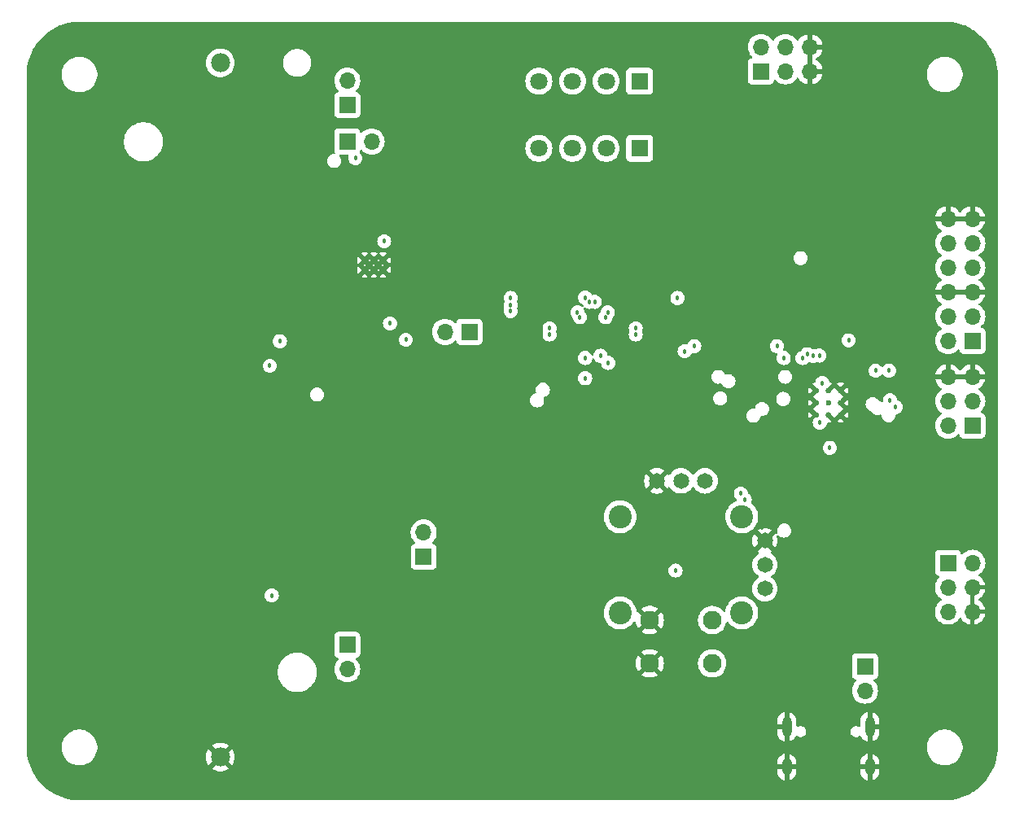
<source format=gbr>
%TF.GenerationSoftware,KiCad,Pcbnew,8.0.2*%
%TF.CreationDate,2024-05-27T20:09:12+01:00*%
%TF.ProjectId,StepUp,53746570-5570-42e6-9b69-6361645f7063,v1.0*%
%TF.SameCoordinates,Original*%
%TF.FileFunction,Copper,L2,Inr*%
%TF.FilePolarity,Positive*%
%FSLAX46Y46*%
G04 Gerber Fmt 4.6, Leading zero omitted, Abs format (unit mm)*
G04 Created by KiCad (PCBNEW 8.0.2) date 2024-05-27 20:09:12*
%MOMM*%
%LPD*%
G01*
G04 APERTURE LIST*
%TA.AperFunction,ComponentPad*%
%ADD10C,1.980000*%
%TD*%
%TA.AperFunction,ComponentPad*%
%ADD11O,1.000000X2.100000*%
%TD*%
%TA.AperFunction,ComponentPad*%
%ADD12O,1.000000X1.800000*%
%TD*%
%TA.AperFunction,ComponentPad*%
%ADD13C,0.600000*%
%TD*%
%TA.AperFunction,ComponentPad*%
%ADD14C,1.650000*%
%TD*%
%TA.AperFunction,ComponentPad*%
%ADD15C,1.950000*%
%TD*%
%TA.AperFunction,ComponentPad*%
%ADD16C,2.400000*%
%TD*%
%TA.AperFunction,HeatsinkPad*%
%ADD17C,0.600000*%
%TD*%
%TA.AperFunction,ComponentPad*%
%ADD18R,1.700000X1.700000*%
%TD*%
%TA.AperFunction,ComponentPad*%
%ADD19O,1.700000X1.700000*%
%TD*%
%TA.AperFunction,ComponentPad*%
%ADD20R,1.800000X1.800000*%
%TD*%
%TA.AperFunction,ComponentPad*%
%ADD21C,1.800000*%
%TD*%
%TA.AperFunction,ViaPad*%
%ADD22C,0.457200*%
%TD*%
G04 APERTURE END LIST*
D10*
%TO.N,GND*%
%TO.C,BT1*%
X104648000Y-141012000D03*
%TO.N,Net-(D14-K)*%
X104648000Y-68792000D03*
%TD*%
D11*
%TO.N,GND*%
%TO.C,J1*%
X163574000Y-137865000D03*
D12*
X163574000Y-142045000D03*
D11*
X172214000Y-137865000D03*
D12*
X172214000Y-142045000D03*
%TD*%
D13*
%TO.N,GND*%
%TO.C,U3*%
X169174000Y-105420000D03*
X169174000Y-104145000D03*
X169174000Y-102870000D03*
X167899000Y-105420000D03*
X167899000Y-104145000D03*
X167899000Y-102870000D03*
X166624000Y-105420000D03*
X166624000Y-104145000D03*
X166624000Y-102870000D03*
%TD*%
D14*
%TO.N,+3V3*%
%TO.C,JOY1*%
X155062500Y-112275000D03*
%TO.N,JOYSTSICK_AXIS_H*%
X152562500Y-112275000D03*
%TO.N,GND*%
X150062500Y-112275000D03*
%TO.N,+3V3*%
X161292500Y-123505000D03*
%TO.N,JOYSTSICK_AXIS_V*%
X161292500Y-121005000D03*
%TO.N,GND*%
X161292500Y-118505000D03*
D15*
X149312500Y-126755000D03*
%TO.N,JOYSTSICK_BUTTON*%
X155812500Y-126755000D03*
%TO.N,GND*%
X149312500Y-131255000D03*
%TO.N,JOYSTSICK_BUTTON*%
X155812500Y-131255000D03*
D16*
%TO.N,unconnected-(JOY1-PadMH1)*%
X158887500Y-116005000D03*
%TO.N,unconnected-(JOY1-PadMH2)*%
X146237500Y-116005000D03*
%TO.N,unconnected-(JOY1-PadMH3)*%
X146237500Y-126005000D03*
%TO.N,unconnected-(JOY1-PadMH4)*%
X158887500Y-126005000D03*
%TD*%
D17*
%TO.N,GND*%
%TO.C,U8*%
X119669000Y-90320000D03*
X120619000Y-90320000D03*
X121569000Y-90320000D03*
X119669000Y-89320000D03*
X120619000Y-89320000D03*
X121569000Y-89320000D03*
%TD*%
D18*
%TO.N,/MCU/GPIO8*%
%TO.C,J4*%
X182880000Y-97706000D03*
D19*
%TO.N,/MCU/GPIO10*%
X180340000Y-97706000D03*
%TO.N,/MCU/GPIO9*%
X182880000Y-95166000D03*
%TO.N,/MCU/GPIO11*%
X180340000Y-95166000D03*
%TO.N,GND*%
X182880000Y-92626000D03*
X180340000Y-92626000D03*
%TO.N,/MCU/GPIO14*%
X182880000Y-90086000D03*
%TO.N,/MCU/GPIO12*%
X180340000Y-90086000D03*
%TO.N,/MCU/GPIO15*%
X182880000Y-87546000D03*
%TO.N,/MCU/GPIO13*%
X180340000Y-87546000D03*
%TO.N,GND*%
X182880000Y-85006000D03*
X180340000Y-85006000D03*
%TD*%
D20*
%TO.N,OB2_OUT*%
%TO.C,J5*%
X148277400Y-77689501D03*
X148277400Y-70689501D03*
D21*
%TO.N,OB1_OUT*%
X144777400Y-77689501D03*
X144777400Y-70689501D03*
%TO.N,OA1_OUT*%
X141277400Y-77689501D03*
X141277400Y-70689501D03*
%TO.N,OA2_OUT*%
X137777400Y-77689501D03*
X137777400Y-70689501D03*
%TD*%
D18*
%TO.N,/MCU/SWCLK*%
%TO.C,J3*%
X182875000Y-106525000D03*
D19*
%TO.N,/MCU/UART_0_TX*%
X180335000Y-106525000D03*
%TO.N,/MCU/SWD*%
X182875000Y-103985000D03*
%TO.N,/MCU/UART_0_RX*%
X180335000Y-103985000D03*
%TO.N,GND*%
X182875000Y-101445000D03*
X180335000Y-101445000D03*
%TD*%
D18*
%TO.N,Vbat*%
%TO.C,J8*%
X117852000Y-129337000D03*
D19*
%TO.N,Net-(J8-Pin_2)*%
X117852000Y-131877000D03*
%TD*%
D18*
%TO.N,VMotor*%
%TO.C,J9*%
X130561000Y-96774000D03*
D19*
%TO.N,BOOST_VOUT*%
X128021000Y-96774000D03*
%TD*%
D18*
%TO.N,V_USB*%
%TO.C,J6*%
X125800000Y-120175000D03*
D19*
%TO.N,Net-(D11-A)*%
X125800000Y-117635000D03*
%TD*%
D18*
%TO.N,VMotor*%
%TO.C,J10*%
X160875000Y-69675000D03*
D19*
%TO.N,Vbat*%
X160875000Y-67135000D03*
%TO.N,+3V3*%
X163415000Y-69675000D03*
%TO.N,V_USB*%
X163415000Y-67135000D03*
%TO.N,GND*%
X165955000Y-69675000D03*
X165955000Y-67135000D03*
%TD*%
D18*
%TO.N,V_USB*%
%TO.C,J2*%
X171704000Y-131567000D03*
D19*
%TO.N,Net-(J2-Pin_2)*%
X171704000Y-134107000D03*
%TD*%
D18*
%TO.N,Vbat*%
%TO.C,J11*%
X117856000Y-73157000D03*
D19*
%TO.N,Net-(D14-K)*%
X117856000Y-70617000D03*
%TD*%
D18*
%TO.N,Net-(J12-Pin_1)*%
%TO.C,J12*%
X180330000Y-120800000D03*
D19*
%TO.N,+3V3*%
X182870000Y-120800000D03*
%TO.N,Net-(J12-Pin_3)*%
X180330000Y-123340000D03*
%TO.N,GND*%
X182870000Y-123340000D03*
%TO.N,Net-(J12-Pin_5)*%
X180330000Y-125880000D03*
%TO.N,GND*%
X182870000Y-125880000D03*
%TD*%
D18*
%TO.N,Vbat*%
%TO.C,J7*%
X117851000Y-76962000D03*
D19*
%TO.N,BOOST_VIN*%
X120391000Y-76962000D03*
%TD*%
D22*
%TO.N,VUSB_MONITOR*%
X174600000Y-129000000D03*
X176850000Y-105100000D03*
%TO.N,GND*%
X142800000Y-97500000D03*
X144000000Y-96300000D03*
X144000000Y-97500000D03*
X143400000Y-96900000D03*
X142800000Y-96300000D03*
%TO.N,/Power/BOOST_ENABLE*%
X118700000Y-78700000D03*
%TO.N,+3V3*%
X178950000Y-118700000D03*
X171650000Y-118700000D03*
X163500000Y-118750000D03*
%TO.N,+1V1*%
X167259000Y-102108000D03*
X166954000Y-99246000D03*
X168041800Y-108841800D03*
X167000000Y-106200000D03*
%TO.N,/MCU/~{USB_BOOT}*%
X160950000Y-117100000D03*
X152000000Y-121600000D03*
X176250000Y-118050000D03*
X110000000Y-124200000D03*
%TO.N,/MCU/SWCLK*%
X166309321Y-99281558D03*
%TO.N,/MCU/GPIO13*%
X110850000Y-97750000D03*
X170000000Y-97650000D03*
X153950000Y-98250000D03*
X162550000Y-98250000D03*
%TO.N,/MCU/RUN*%
X163250000Y-99500000D03*
X109800000Y-100300000D03*
X152950000Y-98800000D03*
X165200000Y-99500000D03*
%TO.N,/MCU/SWD*%
X165700000Y-99100000D03*
%TO.N,/MCU/GPIO10*%
X174200000Y-100800000D03*
X172800000Y-100800000D03*
%TO.N,VMotor*%
X134850000Y-94600000D03*
X143050000Y-93650000D03*
X134850000Y-94000000D03*
X142600000Y-93200000D03*
X143600000Y-93650000D03*
X152200000Y-93250000D03*
X134850000Y-93250000D03*
%TO.N,TMC_EN*%
X142600000Y-99500000D03*
X142600000Y-101600000D03*
%TO.N,TMC_UART_RX*%
X144200000Y-99262800D03*
X145000000Y-100000000D03*
%TO.N,Net-(U8-OVP)*%
X121700000Y-87350000D03*
X123952000Y-97598000D03*
%TO.N,/MCU/EEPROM_SCL*%
X174900000Y-104600000D03*
X158800000Y-113600000D03*
%TO.N,/Motor Driver/BRA*%
X142050000Y-95250000D03*
X138900000Y-97050000D03*
X141800000Y-94750000D03*
X138900000Y-96400000D03*
%TO.N,/Motor Driver/BRB*%
X147857000Y-97050000D03*
X147857000Y-96400000D03*
X144957000Y-94750000D03*
X144707000Y-95250000D03*
%TO.N,BOOST_VOUT*%
X122300000Y-95900000D03*
%TO.N,/MCU/EEPROM_SDA*%
X159200000Y-114200000D03*
X174300000Y-103900000D03*
%TD*%
%TA.AperFunction,Conductor*%
%TO.N,GND*%
G36*
X183120000Y-125446988D02*
G01*
X183062993Y-125414075D01*
X182935826Y-125380000D01*
X182804174Y-125380000D01*
X182677007Y-125414075D01*
X182620000Y-125446988D01*
X182620000Y-123773012D01*
X182677007Y-123805925D01*
X182804174Y-123840000D01*
X182935826Y-123840000D01*
X183062993Y-123805925D01*
X183120000Y-123773012D01*
X183120000Y-125446988D01*
G37*
%TD.AperFunction*%
%TA.AperFunction,Conductor*%
G36*
X182409075Y-101252007D02*
G01*
X182375000Y-101379174D01*
X182375000Y-101510826D01*
X182409075Y-101637993D01*
X182441988Y-101695000D01*
X180768012Y-101695000D01*
X180800925Y-101637993D01*
X180835000Y-101510826D01*
X180835000Y-101379174D01*
X180800925Y-101252007D01*
X180768012Y-101195000D01*
X182441988Y-101195000D01*
X182409075Y-101252007D01*
G37*
%TD.AperFunction*%
%TA.AperFunction,Conductor*%
G36*
X182414075Y-92433007D02*
G01*
X182380000Y-92560174D01*
X182380000Y-92691826D01*
X182414075Y-92818993D01*
X182446988Y-92876000D01*
X180773012Y-92876000D01*
X180805925Y-92818993D01*
X180840000Y-92691826D01*
X180840000Y-92560174D01*
X180805925Y-92433007D01*
X180773012Y-92376000D01*
X182446988Y-92376000D01*
X182414075Y-92433007D01*
G37*
%TD.AperFunction*%
%TA.AperFunction,Conductor*%
G36*
X182414075Y-84813007D02*
G01*
X182380000Y-84940174D01*
X182380000Y-85071826D01*
X182414075Y-85198993D01*
X182446988Y-85256000D01*
X180773012Y-85256000D01*
X180805925Y-85198993D01*
X180840000Y-85071826D01*
X180840000Y-84940174D01*
X180805925Y-84813007D01*
X180773012Y-84756000D01*
X182446988Y-84756000D01*
X182414075Y-84813007D01*
G37*
%TD.AperFunction*%
%TA.AperFunction,Conductor*%
G36*
X166205000Y-69241988D02*
G01*
X166147993Y-69209075D01*
X166020826Y-69175000D01*
X165889174Y-69175000D01*
X165762007Y-69209075D01*
X165705000Y-69241988D01*
X165705000Y-67568012D01*
X165762007Y-67600925D01*
X165889174Y-67635000D01*
X166020826Y-67635000D01*
X166147993Y-67600925D01*
X166205000Y-67568012D01*
X166205000Y-69241988D01*
G37*
%TD.AperFunction*%
%TA.AperFunction,Conductor*%
G36*
X180000642Y-64500007D02*
G01*
X180235302Y-64502565D01*
X180244734Y-64503029D01*
X180712846Y-64543984D01*
X180723567Y-64545396D01*
X181185664Y-64626875D01*
X181196192Y-64629209D01*
X181649458Y-64750661D01*
X181659747Y-64753906D01*
X182100688Y-64914395D01*
X182110654Y-64918523D01*
X182535926Y-65116830D01*
X182545512Y-65121821D01*
X182951866Y-65356429D01*
X182960985Y-65362238D01*
X183345353Y-65631376D01*
X183353935Y-65637962D01*
X183713370Y-65939564D01*
X183721345Y-65946872D01*
X184053127Y-66278654D01*
X184060435Y-66286629D01*
X184362037Y-66646064D01*
X184368623Y-66654646D01*
X184637761Y-67039014D01*
X184643573Y-67048138D01*
X184878176Y-67454483D01*
X184883171Y-67464078D01*
X185081470Y-67889331D01*
X185085609Y-67899323D01*
X185124466Y-68006082D01*
X185246089Y-68340239D01*
X185249342Y-68350555D01*
X185362967Y-68774611D01*
X185370786Y-68803790D01*
X185373127Y-68814352D01*
X185454603Y-69276432D01*
X185456015Y-69287156D01*
X185496969Y-69755252D01*
X185497434Y-69764708D01*
X185499993Y-69999357D01*
X185500000Y-70000709D01*
X185500000Y-139999290D01*
X185499993Y-140000642D01*
X185497434Y-140235291D01*
X185496969Y-140244747D01*
X185456015Y-140712843D01*
X185454603Y-140723567D01*
X185373127Y-141185647D01*
X185370786Y-141196209D01*
X185249342Y-141649444D01*
X185246089Y-141659760D01*
X185085610Y-142100673D01*
X185081470Y-142110668D01*
X184883171Y-142535921D01*
X184878176Y-142545516D01*
X184643573Y-142951861D01*
X184637761Y-142960985D01*
X184368623Y-143345353D01*
X184362037Y-143353935D01*
X184060435Y-143713370D01*
X184053127Y-143721345D01*
X183721345Y-144053127D01*
X183713370Y-144060435D01*
X183353935Y-144362037D01*
X183345353Y-144368623D01*
X182960985Y-144637761D01*
X182951861Y-144643573D01*
X182545516Y-144878176D01*
X182535921Y-144883171D01*
X182110668Y-145081470D01*
X182100673Y-145085610D01*
X181659760Y-145246089D01*
X181649444Y-145249342D01*
X181196209Y-145370786D01*
X181185647Y-145373127D01*
X180723567Y-145454603D01*
X180712843Y-145456015D01*
X180244747Y-145496969D01*
X180235291Y-145497434D01*
X180000642Y-145499993D01*
X179999290Y-145500000D01*
X90000710Y-145500000D01*
X89999358Y-145499993D01*
X89764708Y-145497434D01*
X89755252Y-145496969D01*
X89287156Y-145456015D01*
X89276432Y-145454603D01*
X88814352Y-145373127D01*
X88803790Y-145370786D01*
X88350555Y-145249342D01*
X88340239Y-145246089D01*
X87899326Y-145085610D01*
X87889331Y-145081470D01*
X87464078Y-144883171D01*
X87454483Y-144878176D01*
X87048138Y-144643573D01*
X87039014Y-144637761D01*
X86654646Y-144368623D01*
X86646064Y-144362037D01*
X86286629Y-144060435D01*
X86278654Y-144053127D01*
X85946872Y-143721345D01*
X85939564Y-143713370D01*
X85637962Y-143353935D01*
X85631376Y-143345353D01*
X85621460Y-143331192D01*
X85362235Y-142960981D01*
X85356426Y-142951861D01*
X85337271Y-142918684D01*
X85121821Y-142545512D01*
X85116828Y-142535921D01*
X84918523Y-142110654D01*
X84914395Y-142100688D01*
X84753906Y-141659747D01*
X84750661Y-141649458D01*
X84629209Y-141196192D01*
X84626875Y-141185664D01*
X84545396Y-140723567D01*
X84543984Y-140712843D01*
X84541411Y-140683429D01*
X84503029Y-140244734D01*
X84502565Y-140235291D01*
X84500007Y-140000642D01*
X84500000Y-139999290D01*
X84500000Y-139878456D01*
X88145500Y-139878456D01*
X88145500Y-140121543D01*
X88145501Y-140121559D01*
X88177230Y-140362569D01*
X88240149Y-140597386D01*
X88333175Y-140821972D01*
X88333182Y-140821987D01*
X88454730Y-141032516D01*
X88602722Y-141225380D01*
X88602730Y-141225389D01*
X88774611Y-141397270D01*
X88774619Y-141397277D01*
X88967483Y-141545269D01*
X89178012Y-141666817D01*
X89178027Y-141666824D01*
X89294171Y-141714932D01*
X89402612Y-141759850D01*
X89637429Y-141822769D01*
X89878450Y-141854500D01*
X89878457Y-141854500D01*
X90121543Y-141854500D01*
X90121550Y-141854500D01*
X90362571Y-141822769D01*
X90597388Y-141759850D01*
X90821984Y-141666819D01*
X91032516Y-141545269D01*
X91225380Y-141397278D01*
X91225384Y-141397273D01*
X91225389Y-141397270D01*
X91397270Y-141225389D01*
X91397273Y-141225384D01*
X91397278Y-141225380D01*
X91545269Y-141032516D01*
X91557118Y-141011993D01*
X103152893Y-141011993D01*
X103152893Y-141012006D01*
X103173282Y-141258079D01*
X103173284Y-141258090D01*
X103233901Y-141497460D01*
X103333091Y-141723588D01*
X103431789Y-141874657D01*
X104039304Y-141267141D01*
X104063116Y-141324627D01*
X104135345Y-141432725D01*
X104227275Y-141524655D01*
X104335373Y-141596884D01*
X104392857Y-141620694D01*
X103785068Y-142228483D01*
X103830256Y-142263653D01*
X104047421Y-142381178D01*
X104047429Y-142381181D01*
X104280970Y-142461356D01*
X104524535Y-142502000D01*
X104771465Y-142502000D01*
X105015029Y-142461356D01*
X105248570Y-142381181D01*
X105248578Y-142381178D01*
X105465743Y-142263654D01*
X105510930Y-142228483D01*
X104903142Y-141620695D01*
X104960627Y-141596884D01*
X105068725Y-141524655D01*
X105160655Y-141432725D01*
X105232884Y-141324627D01*
X105256694Y-141267142D01*
X105864209Y-141874657D01*
X105962904Y-141723595D01*
X105962909Y-141723587D01*
X106040585Y-141546504D01*
X162574000Y-141546504D01*
X162574000Y-141795000D01*
X163274000Y-141795000D01*
X163274000Y-142295000D01*
X162574000Y-142295000D01*
X162574000Y-142543495D01*
X162612427Y-142736681D01*
X162612430Y-142736693D01*
X162687807Y-142918671D01*
X162687814Y-142918684D01*
X162797248Y-143082462D01*
X162797251Y-143082466D01*
X162936533Y-143221748D01*
X162936537Y-143221751D01*
X163100315Y-143331185D01*
X163100328Y-143331192D01*
X163282308Y-143406569D01*
X163324000Y-143414862D01*
X163324000Y-142611988D01*
X163333940Y-142629205D01*
X163389795Y-142685060D01*
X163458204Y-142724556D01*
X163534504Y-142745000D01*
X163613496Y-142745000D01*
X163689796Y-142724556D01*
X163758205Y-142685060D01*
X163814060Y-142629205D01*
X163824000Y-142611988D01*
X163824000Y-143414862D01*
X163865690Y-143406569D01*
X163865692Y-143406569D01*
X164047671Y-143331192D01*
X164047684Y-143331185D01*
X164211462Y-143221751D01*
X164211466Y-143221748D01*
X164350748Y-143082466D01*
X164350751Y-143082462D01*
X164460185Y-142918684D01*
X164460192Y-142918671D01*
X164535569Y-142736693D01*
X164535572Y-142736681D01*
X164573999Y-142543495D01*
X164574000Y-142543492D01*
X164574000Y-142295000D01*
X163874000Y-142295000D01*
X163874000Y-141795000D01*
X164574000Y-141795000D01*
X164574000Y-141546508D01*
X164573999Y-141546504D01*
X171214000Y-141546504D01*
X171214000Y-141795000D01*
X171914000Y-141795000D01*
X171914000Y-142295000D01*
X171214000Y-142295000D01*
X171214000Y-142543495D01*
X171252427Y-142736681D01*
X171252430Y-142736693D01*
X171327807Y-142918671D01*
X171327814Y-142918684D01*
X171437248Y-143082462D01*
X171437251Y-143082466D01*
X171576533Y-143221748D01*
X171576537Y-143221751D01*
X171740315Y-143331185D01*
X171740328Y-143331192D01*
X171922308Y-143406569D01*
X171964000Y-143414862D01*
X171964000Y-142611988D01*
X171973940Y-142629205D01*
X172029795Y-142685060D01*
X172098204Y-142724556D01*
X172174504Y-142745000D01*
X172253496Y-142745000D01*
X172329796Y-142724556D01*
X172398205Y-142685060D01*
X172454060Y-142629205D01*
X172464000Y-142611988D01*
X172464000Y-143414862D01*
X172505690Y-143406569D01*
X172505692Y-143406569D01*
X172687671Y-143331192D01*
X172687684Y-143331185D01*
X172851462Y-143221751D01*
X172851466Y-143221748D01*
X172990748Y-143082466D01*
X172990751Y-143082462D01*
X173100185Y-142918684D01*
X173100192Y-142918671D01*
X173175569Y-142736693D01*
X173175572Y-142736681D01*
X173213999Y-142543495D01*
X173214000Y-142543492D01*
X173214000Y-142295000D01*
X172514000Y-142295000D01*
X172514000Y-141795000D01*
X173214000Y-141795000D01*
X173214000Y-141546508D01*
X173213999Y-141546504D01*
X173175572Y-141353318D01*
X173175569Y-141353306D01*
X173100192Y-141171328D01*
X173100185Y-141171315D01*
X172990751Y-141007537D01*
X172990748Y-141007533D01*
X172851466Y-140868251D01*
X172851462Y-140868248D01*
X172687684Y-140758814D01*
X172687671Y-140758807D01*
X172505691Y-140683429D01*
X172505683Y-140683427D01*
X172464000Y-140675135D01*
X172464000Y-141478011D01*
X172454060Y-141460795D01*
X172398205Y-141404940D01*
X172329796Y-141365444D01*
X172253496Y-141345000D01*
X172174504Y-141345000D01*
X172098204Y-141365444D01*
X172029795Y-141404940D01*
X171973940Y-141460795D01*
X171964000Y-141478011D01*
X171964000Y-140675136D01*
X171963999Y-140675135D01*
X171922316Y-140683427D01*
X171922308Y-140683429D01*
X171740328Y-140758807D01*
X171740315Y-140758814D01*
X171576537Y-140868248D01*
X171576533Y-140868251D01*
X171437251Y-141007533D01*
X171437248Y-141007537D01*
X171327814Y-141171315D01*
X171327807Y-141171328D01*
X171252430Y-141353306D01*
X171252427Y-141353318D01*
X171214000Y-141546504D01*
X164573999Y-141546504D01*
X164535572Y-141353318D01*
X164535569Y-141353306D01*
X164460192Y-141171328D01*
X164460185Y-141171315D01*
X164350751Y-141007537D01*
X164350748Y-141007533D01*
X164211466Y-140868251D01*
X164211462Y-140868248D01*
X164047684Y-140758814D01*
X164047671Y-140758807D01*
X163865691Y-140683429D01*
X163865683Y-140683427D01*
X163824000Y-140675135D01*
X163824000Y-141478011D01*
X163814060Y-141460795D01*
X163758205Y-141404940D01*
X163689796Y-141365444D01*
X163613496Y-141345000D01*
X163534504Y-141345000D01*
X163458204Y-141365444D01*
X163389795Y-141404940D01*
X163333940Y-141460795D01*
X163324000Y-141478011D01*
X163324000Y-140675136D01*
X163323999Y-140675135D01*
X163282316Y-140683427D01*
X163282308Y-140683429D01*
X163100328Y-140758807D01*
X163100315Y-140758814D01*
X162936537Y-140868248D01*
X162936533Y-140868251D01*
X162797251Y-141007533D01*
X162797248Y-141007537D01*
X162687814Y-141171315D01*
X162687807Y-141171328D01*
X162612430Y-141353306D01*
X162612427Y-141353318D01*
X162574000Y-141546504D01*
X106040585Y-141546504D01*
X106062098Y-141497460D01*
X106122715Y-141258090D01*
X106122717Y-141258079D01*
X106143107Y-141012006D01*
X106143107Y-141011993D01*
X106122717Y-140765920D01*
X106122715Y-140765909D01*
X106062098Y-140526539D01*
X105962906Y-140300406D01*
X105864209Y-140149341D01*
X105256694Y-140756856D01*
X105232884Y-140699373D01*
X105160655Y-140591275D01*
X105068725Y-140499345D01*
X104960627Y-140427116D01*
X104903142Y-140403305D01*
X105427991Y-139878456D01*
X178145500Y-139878456D01*
X178145500Y-140121543D01*
X178145501Y-140121559D01*
X178177230Y-140362569D01*
X178240149Y-140597386D01*
X178333175Y-140821972D01*
X178333182Y-140821987D01*
X178454730Y-141032516D01*
X178602722Y-141225380D01*
X178602730Y-141225389D01*
X178774611Y-141397270D01*
X178774619Y-141397277D01*
X178967483Y-141545269D01*
X179178012Y-141666817D01*
X179178027Y-141666824D01*
X179294171Y-141714932D01*
X179402612Y-141759850D01*
X179637429Y-141822769D01*
X179878450Y-141854500D01*
X179878457Y-141854500D01*
X180121543Y-141854500D01*
X180121550Y-141854500D01*
X180362571Y-141822769D01*
X180597388Y-141759850D01*
X180821984Y-141666819D01*
X181032516Y-141545269D01*
X181225380Y-141397278D01*
X181225384Y-141397273D01*
X181225389Y-141397270D01*
X181397270Y-141225389D01*
X181397273Y-141225384D01*
X181397278Y-141225380D01*
X181545269Y-141032516D01*
X181666819Y-140821984D01*
X181759850Y-140597388D01*
X181822769Y-140362571D01*
X181854500Y-140121550D01*
X181854500Y-139878450D01*
X181822769Y-139637429D01*
X181759850Y-139402612D01*
X181714932Y-139294171D01*
X181666824Y-139178027D01*
X181666817Y-139178012D01*
X181545269Y-138967483D01*
X181397277Y-138774619D01*
X181397270Y-138774611D01*
X181225389Y-138602730D01*
X181225380Y-138602722D01*
X181032516Y-138454730D01*
X180821987Y-138333182D01*
X180821972Y-138333175D01*
X180597386Y-138240149D01*
X180362569Y-138177230D01*
X180121559Y-138145501D01*
X180121556Y-138145500D01*
X180121550Y-138145500D01*
X179878450Y-138145500D01*
X179878444Y-138145500D01*
X179878440Y-138145501D01*
X179637430Y-138177230D01*
X179402613Y-138240149D01*
X179178027Y-138333175D01*
X179178012Y-138333182D01*
X178967483Y-138454730D01*
X178774619Y-138602722D01*
X178602722Y-138774619D01*
X178454730Y-138967483D01*
X178333182Y-139178012D01*
X178333175Y-139178027D01*
X178240149Y-139402613D01*
X178177230Y-139637430D01*
X178145501Y-139878440D01*
X178145500Y-139878456D01*
X105427991Y-139878456D01*
X105510931Y-139795516D01*
X105510931Y-139795515D01*
X105465743Y-139760346D01*
X105248578Y-139642821D01*
X105248570Y-139642818D01*
X105015029Y-139562643D01*
X104771465Y-139522000D01*
X104524535Y-139522000D01*
X104280970Y-139562643D01*
X104047429Y-139642818D01*
X104047421Y-139642821D01*
X103830252Y-139760348D01*
X103830251Y-139760349D01*
X103785068Y-139795514D01*
X103785068Y-139795516D01*
X104392857Y-140403305D01*
X104335373Y-140427116D01*
X104227275Y-140499345D01*
X104135345Y-140591275D01*
X104063116Y-140699373D01*
X104039305Y-140756857D01*
X103431789Y-140149341D01*
X103333092Y-140300408D01*
X103233901Y-140526539D01*
X103173284Y-140765909D01*
X103173282Y-140765920D01*
X103152893Y-141011993D01*
X91557118Y-141011993D01*
X91666819Y-140821984D01*
X91759850Y-140597388D01*
X91822769Y-140362571D01*
X91854500Y-140121550D01*
X91854500Y-139878450D01*
X91822769Y-139637429D01*
X91759850Y-139402612D01*
X91714932Y-139294171D01*
X91666824Y-139178027D01*
X91666817Y-139178012D01*
X91545269Y-138967483D01*
X91397277Y-138774619D01*
X91397270Y-138774611D01*
X91225389Y-138602730D01*
X91225380Y-138602722D01*
X91032516Y-138454730D01*
X90821987Y-138333182D01*
X90821972Y-138333175D01*
X90597386Y-138240149D01*
X90362569Y-138177230D01*
X90121559Y-138145501D01*
X90121556Y-138145500D01*
X90121550Y-138145500D01*
X89878450Y-138145500D01*
X89878444Y-138145500D01*
X89878440Y-138145501D01*
X89637430Y-138177230D01*
X89402613Y-138240149D01*
X89178027Y-138333175D01*
X89178012Y-138333182D01*
X88967483Y-138454730D01*
X88774619Y-138602722D01*
X88602722Y-138774619D01*
X88454730Y-138967483D01*
X88333182Y-139178012D01*
X88333175Y-139178027D01*
X88240149Y-139402613D01*
X88177230Y-139637430D01*
X88145501Y-139878440D01*
X88145500Y-139878456D01*
X84500000Y-139878456D01*
X84500000Y-137216504D01*
X162574000Y-137216504D01*
X162574000Y-137615000D01*
X163274000Y-137615000D01*
X163274000Y-138115000D01*
X162574000Y-138115000D01*
X162574000Y-138513495D01*
X162612427Y-138706681D01*
X162612430Y-138706693D01*
X162687807Y-138888671D01*
X162687814Y-138888684D01*
X162797248Y-139052462D01*
X162797251Y-139052466D01*
X162936533Y-139191748D01*
X162936537Y-139191751D01*
X163100315Y-139301185D01*
X163100328Y-139301192D01*
X163282308Y-139376569D01*
X163324000Y-139384862D01*
X163324000Y-138581988D01*
X163333940Y-138599205D01*
X163389795Y-138655060D01*
X163458204Y-138694556D01*
X163534504Y-138715000D01*
X163613496Y-138715000D01*
X163689796Y-138694556D01*
X163758205Y-138655060D01*
X163814060Y-138599205D01*
X163824000Y-138581988D01*
X163824000Y-139384862D01*
X163865690Y-139376569D01*
X163865692Y-139376569D01*
X164047671Y-139301192D01*
X164047684Y-139301185D01*
X164211462Y-139191751D01*
X164211466Y-139191748D01*
X164350748Y-139052466D01*
X164350751Y-139052462D01*
X164460185Y-138888683D01*
X164462532Y-138883019D01*
X164506371Y-138828614D01*
X164572665Y-138806547D01*
X164640365Y-138823824D01*
X164644174Y-138826403D01*
X164780318Y-138905006D01*
X164780319Y-138905006D01*
X164780322Y-138905008D01*
X164927707Y-138944500D01*
X164927710Y-138944500D01*
X165080290Y-138944500D01*
X165080293Y-138944500D01*
X165227678Y-138905008D01*
X165359821Y-138828715D01*
X165467715Y-138720821D01*
X165544008Y-138588678D01*
X165583500Y-138441293D01*
X165583500Y-138288707D01*
X170204500Y-138288707D01*
X170204500Y-138441293D01*
X170243992Y-138588678D01*
X170243993Y-138588681D01*
X170320282Y-138720817D01*
X170320284Y-138720819D01*
X170320285Y-138720821D01*
X170428179Y-138828715D01*
X170428180Y-138828716D01*
X170428182Y-138828717D01*
X170560318Y-138905006D01*
X170560319Y-138905006D01*
X170560322Y-138905008D01*
X170707707Y-138944500D01*
X170707710Y-138944500D01*
X170860290Y-138944500D01*
X170860293Y-138944500D01*
X171007678Y-138905008D01*
X171139821Y-138828715D01*
X171139821Y-138828714D01*
X171146860Y-138824651D01*
X171148286Y-138827122D01*
X171200565Y-138806901D01*
X171269012Y-138820927D01*
X171319010Y-138869732D01*
X171325463Y-138883012D01*
X171327806Y-138888669D01*
X171327814Y-138888684D01*
X171437248Y-139052462D01*
X171437251Y-139052466D01*
X171576533Y-139191748D01*
X171576537Y-139191751D01*
X171740315Y-139301185D01*
X171740328Y-139301192D01*
X171922308Y-139376569D01*
X171964000Y-139384862D01*
X171964000Y-138581988D01*
X171973940Y-138599205D01*
X172029795Y-138655060D01*
X172098204Y-138694556D01*
X172174504Y-138715000D01*
X172253496Y-138715000D01*
X172329796Y-138694556D01*
X172398205Y-138655060D01*
X172454060Y-138599205D01*
X172464000Y-138581988D01*
X172464000Y-139384862D01*
X172505690Y-139376569D01*
X172505692Y-139376569D01*
X172687671Y-139301192D01*
X172687684Y-139301185D01*
X172851462Y-139191751D01*
X172851466Y-139191748D01*
X172990748Y-139052466D01*
X172990751Y-139052462D01*
X173100185Y-138888684D01*
X173100192Y-138888671D01*
X173175569Y-138706693D01*
X173175572Y-138706681D01*
X173213999Y-138513495D01*
X173214000Y-138513492D01*
X173214000Y-138115000D01*
X172514000Y-138115000D01*
X172514000Y-137615000D01*
X173214000Y-137615000D01*
X173214000Y-137216508D01*
X173213999Y-137216504D01*
X173175572Y-137023318D01*
X173175569Y-137023306D01*
X173100192Y-136841328D01*
X173100185Y-136841315D01*
X172990751Y-136677537D01*
X172990748Y-136677533D01*
X172851466Y-136538251D01*
X172851462Y-136538248D01*
X172687684Y-136428814D01*
X172687671Y-136428807D01*
X172505691Y-136353429D01*
X172505683Y-136353427D01*
X172464000Y-136345135D01*
X172464000Y-137148011D01*
X172454060Y-137130795D01*
X172398205Y-137074940D01*
X172329796Y-137035444D01*
X172253496Y-137015000D01*
X172174504Y-137015000D01*
X172098204Y-137035444D01*
X172029795Y-137074940D01*
X171973940Y-137130795D01*
X171964000Y-137148011D01*
X171964000Y-136345136D01*
X171963999Y-136345135D01*
X171922316Y-136353427D01*
X171922308Y-136353429D01*
X171740328Y-136428807D01*
X171740315Y-136428814D01*
X171576537Y-136538248D01*
X171576533Y-136538251D01*
X171437251Y-136677533D01*
X171437248Y-136677537D01*
X171327814Y-136841315D01*
X171327807Y-136841328D01*
X171252430Y-137023306D01*
X171252427Y-137023318D01*
X171214000Y-137216504D01*
X171214000Y-137729337D01*
X171194315Y-137796376D01*
X171141511Y-137842131D01*
X171072353Y-137852075D01*
X171028001Y-137836725D01*
X171007680Y-137824993D01*
X171007679Y-137824992D01*
X171007678Y-137824992D01*
X170860293Y-137785500D01*
X170707707Y-137785500D01*
X170572404Y-137821754D01*
X170560318Y-137824993D01*
X170428182Y-137901282D01*
X170428176Y-137901287D01*
X170320287Y-138009176D01*
X170320282Y-138009182D01*
X170243993Y-138141318D01*
X170243992Y-138141322D01*
X170204500Y-138288707D01*
X165583500Y-138288707D01*
X165544008Y-138141322D01*
X165467715Y-138009179D01*
X165359821Y-137901285D01*
X165359819Y-137901284D01*
X165359817Y-137901282D01*
X165227681Y-137824993D01*
X165227682Y-137824993D01*
X165215595Y-137821754D01*
X165080293Y-137785500D01*
X164927707Y-137785500D01*
X164780322Y-137824992D01*
X164780321Y-137824992D01*
X164780319Y-137824993D01*
X164759999Y-137836725D01*
X164692099Y-137853197D01*
X164626072Y-137830344D01*
X164582882Y-137775422D01*
X164574000Y-137729337D01*
X164574000Y-137216508D01*
X164573999Y-137216504D01*
X164535572Y-137023318D01*
X164535569Y-137023306D01*
X164460192Y-136841328D01*
X164460185Y-136841315D01*
X164350751Y-136677537D01*
X164350748Y-136677533D01*
X164211466Y-136538251D01*
X164211462Y-136538248D01*
X164047684Y-136428814D01*
X164047671Y-136428807D01*
X163865691Y-136353429D01*
X163865683Y-136353427D01*
X163824000Y-136345135D01*
X163824000Y-137148011D01*
X163814060Y-137130795D01*
X163758205Y-137074940D01*
X163689796Y-137035444D01*
X163613496Y-137015000D01*
X163534504Y-137015000D01*
X163458204Y-137035444D01*
X163389795Y-137074940D01*
X163333940Y-137130795D01*
X163324000Y-137148011D01*
X163324000Y-136345136D01*
X163323999Y-136345135D01*
X163282316Y-136353427D01*
X163282308Y-136353429D01*
X163100328Y-136428807D01*
X163100315Y-136428814D01*
X162936537Y-136538248D01*
X162936533Y-136538251D01*
X162797251Y-136677533D01*
X162797248Y-136677537D01*
X162687814Y-136841315D01*
X162687807Y-136841328D01*
X162612430Y-137023306D01*
X162612427Y-137023318D01*
X162574000Y-137216504D01*
X84500000Y-137216504D01*
X84500000Y-132058986D01*
X110618500Y-132058986D01*
X110618500Y-132325013D01*
X110618501Y-132325030D01*
X110653223Y-132588774D01*
X110653224Y-132588779D01*
X110653225Y-132588785D01*
X110722081Y-132845761D01*
X110755618Y-132926725D01*
X110823888Y-133091544D01*
X110823892Y-133091554D01*
X110956910Y-133321948D01*
X111118865Y-133533012D01*
X111118871Y-133533019D01*
X111306980Y-133721128D01*
X111306987Y-133721134D01*
X111518051Y-133883089D01*
X111748445Y-134016107D01*
X111748446Y-134016107D01*
X111748449Y-134016109D01*
X111994239Y-134117919D01*
X112251215Y-134186775D01*
X112514980Y-134221500D01*
X112514987Y-134221500D01*
X112781013Y-134221500D01*
X112781020Y-134221500D01*
X113044785Y-134186775D01*
X113301761Y-134117919D01*
X113328124Y-134106999D01*
X170348341Y-134106999D01*
X170348341Y-134107000D01*
X170368936Y-134342403D01*
X170368938Y-134342413D01*
X170430094Y-134570655D01*
X170430096Y-134570659D01*
X170430097Y-134570663D01*
X170529965Y-134784830D01*
X170529967Y-134784834D01*
X170638281Y-134939521D01*
X170665505Y-134978401D01*
X170832599Y-135145495D01*
X170929384Y-135213265D01*
X171026165Y-135281032D01*
X171026167Y-135281033D01*
X171026170Y-135281035D01*
X171240337Y-135380903D01*
X171468592Y-135442063D01*
X171656918Y-135458539D01*
X171703999Y-135462659D01*
X171704000Y-135462659D01*
X171704001Y-135462659D01*
X171743234Y-135459226D01*
X171939408Y-135442063D01*
X172167663Y-135380903D01*
X172381830Y-135281035D01*
X172575401Y-135145495D01*
X172742495Y-134978401D01*
X172878035Y-134784830D01*
X172977903Y-134570663D01*
X173039063Y-134342408D01*
X173059659Y-134107000D01*
X173039063Y-133871592D01*
X172977903Y-133643337D01*
X172878035Y-133429171D01*
X172742495Y-133235599D01*
X172620567Y-133113671D01*
X172587084Y-133052351D01*
X172592068Y-132982659D01*
X172633939Y-132926725D01*
X172664915Y-132909810D01*
X172796331Y-132860796D01*
X172911546Y-132774546D01*
X172997796Y-132659331D01*
X173048091Y-132524483D01*
X173054500Y-132464873D01*
X173054499Y-130669128D01*
X173048091Y-130609517D01*
X173046406Y-130605000D01*
X172997797Y-130474671D01*
X172997793Y-130474664D01*
X172911547Y-130359455D01*
X172911544Y-130359452D01*
X172796335Y-130273206D01*
X172796328Y-130273202D01*
X172661482Y-130222908D01*
X172661483Y-130222908D01*
X172601883Y-130216501D01*
X172601881Y-130216500D01*
X172601873Y-130216500D01*
X172601864Y-130216500D01*
X170806129Y-130216500D01*
X170806123Y-130216501D01*
X170746516Y-130222908D01*
X170611671Y-130273202D01*
X170611664Y-130273206D01*
X170496455Y-130359452D01*
X170496452Y-130359455D01*
X170410206Y-130474664D01*
X170410202Y-130474671D01*
X170359908Y-130609517D01*
X170353501Y-130669116D01*
X170353501Y-130669123D01*
X170353500Y-130669135D01*
X170353500Y-132464870D01*
X170353501Y-132464876D01*
X170359908Y-132524483D01*
X170410202Y-132659328D01*
X170410206Y-132659335D01*
X170496452Y-132774544D01*
X170496455Y-132774547D01*
X170611664Y-132860793D01*
X170611671Y-132860797D01*
X170743081Y-132909810D01*
X170799015Y-132951681D01*
X170823432Y-133017145D01*
X170808580Y-133085418D01*
X170787430Y-133113673D01*
X170665503Y-133235600D01*
X170529965Y-133429169D01*
X170529964Y-133429171D01*
X170430098Y-133643335D01*
X170430094Y-133643344D01*
X170368938Y-133871586D01*
X170368936Y-133871596D01*
X170348341Y-134106999D01*
X113328124Y-134106999D01*
X113547551Y-134016109D01*
X113777949Y-133883089D01*
X113989014Y-133721133D01*
X114177133Y-133533014D01*
X114339089Y-133321949D01*
X114472109Y-133091551D01*
X114573919Y-132845761D01*
X114642775Y-132588785D01*
X114677500Y-132325020D01*
X114677500Y-132058980D01*
X114653542Y-131876999D01*
X116496341Y-131876999D01*
X116496341Y-131877000D01*
X116516936Y-132112403D01*
X116516938Y-132112413D01*
X116578094Y-132340655D01*
X116578096Y-132340659D01*
X116578097Y-132340663D01*
X116663814Y-132524483D01*
X116677965Y-132554830D01*
X116677967Y-132554834D01*
X116786281Y-132709521D01*
X116813505Y-132748401D01*
X116980599Y-132915495D01*
X117005549Y-132932965D01*
X117174165Y-133051032D01*
X117174167Y-133051033D01*
X117174170Y-133051035D01*
X117388337Y-133150903D01*
X117616592Y-133212063D01*
X117804918Y-133228539D01*
X117851999Y-133232659D01*
X117852000Y-133232659D01*
X117852001Y-133232659D01*
X117891234Y-133229226D01*
X118087408Y-133212063D01*
X118315663Y-133150903D01*
X118529830Y-133051035D01*
X118723401Y-132915495D01*
X118890495Y-132748401D01*
X119026035Y-132554830D01*
X119125903Y-132340663D01*
X119187063Y-132112408D01*
X119207659Y-131877000D01*
X119187063Y-131641592D01*
X119125903Y-131413337D01*
X119052066Y-131254994D01*
X147832445Y-131254994D01*
X147832445Y-131255005D01*
X147852630Y-131498605D01*
X147912638Y-131735573D01*
X148010830Y-131959429D01*
X148107126Y-132106819D01*
X148711458Y-131502487D01*
X148736478Y-131562890D01*
X148807612Y-131669351D01*
X148898149Y-131759888D01*
X149004610Y-131831022D01*
X149065011Y-131856041D01*
X148460258Y-132460794D01*
X148460258Y-132460796D01*
X148502978Y-132494046D01*
X148502984Y-132494050D01*
X148717968Y-132610394D01*
X148717976Y-132610397D01*
X148949164Y-132689765D01*
X149190279Y-132730000D01*
X149434721Y-132730000D01*
X149675835Y-132689765D01*
X149907023Y-132610397D01*
X149907031Y-132610394D01*
X150122014Y-132494051D01*
X150122014Y-132494050D01*
X150164740Y-132460795D01*
X150164740Y-132460794D01*
X149559988Y-131856041D01*
X149620390Y-131831022D01*
X149726851Y-131759888D01*
X149817388Y-131669351D01*
X149888522Y-131562890D01*
X149913541Y-131502488D01*
X150517872Y-132106819D01*
X150614167Y-131959431D01*
X150614172Y-131959423D01*
X150712361Y-131735573D01*
X150772369Y-131498605D01*
X150792555Y-131255005D01*
X150792555Y-131254994D01*
X154331943Y-131254994D01*
X154331943Y-131255005D01*
X154352134Y-131498683D01*
X154352136Y-131498695D01*
X154412163Y-131735734D01*
X154510388Y-131959666D01*
X154644132Y-132164378D01*
X154809742Y-132344277D01*
X154809752Y-132344286D01*
X155002170Y-132494051D01*
X155002712Y-132494473D01*
X155217767Y-132610855D01*
X155217770Y-132610856D01*
X155449041Y-132690251D01*
X155449043Y-132690251D01*
X155449045Y-132690252D01*
X155690237Y-132730500D01*
X155690238Y-132730500D01*
X155934762Y-132730500D01*
X155934763Y-132730500D01*
X156175955Y-132690252D01*
X156407233Y-132610855D01*
X156622288Y-132494473D01*
X156815254Y-132344281D01*
X156980868Y-132164377D01*
X157114611Y-131959667D01*
X157212836Y-131735736D01*
X157272864Y-131498692D01*
X157272871Y-131498605D01*
X157293057Y-131255005D01*
X157293057Y-131254994D01*
X157272865Y-131011316D01*
X157272863Y-131011304D01*
X157245043Y-130901446D01*
X157212836Y-130774264D01*
X157114611Y-130550333D01*
X157065174Y-130474664D01*
X156980867Y-130345621D01*
X156815257Y-130165722D01*
X156815247Y-130165713D01*
X156622291Y-130015529D01*
X156622287Y-130015526D01*
X156407234Y-129899145D01*
X156407229Y-129899143D01*
X156175958Y-129819748D01*
X155995061Y-129789562D01*
X155934763Y-129779500D01*
X155690237Y-129779500D01*
X155641998Y-129787549D01*
X155449041Y-129819748D01*
X155217770Y-129899143D01*
X155217765Y-129899145D01*
X155002712Y-130015526D01*
X155002708Y-130015529D01*
X154809752Y-130165713D01*
X154809742Y-130165722D01*
X154644132Y-130345621D01*
X154510388Y-130550333D01*
X154412163Y-130774265D01*
X154352136Y-131011304D01*
X154352134Y-131011316D01*
X154331943Y-131254994D01*
X150792555Y-131254994D01*
X150772369Y-131011394D01*
X150712361Y-130774426D01*
X150614169Y-130550570D01*
X150517872Y-130403179D01*
X149913541Y-131007510D01*
X149888522Y-130947110D01*
X149817388Y-130840649D01*
X149726851Y-130750112D01*
X149620390Y-130678978D01*
X149559987Y-130653958D01*
X150164740Y-130049204D01*
X150164740Y-130049203D01*
X150122014Y-130015949D01*
X149907031Y-129899605D01*
X149907023Y-129899602D01*
X149675835Y-129820234D01*
X149434721Y-129780000D01*
X149190279Y-129780000D01*
X148949164Y-129820234D01*
X148717976Y-129899602D01*
X148717968Y-129899605D01*
X148502981Y-130015951D01*
X148460258Y-130049202D01*
X148460257Y-130049204D01*
X149065011Y-130653958D01*
X149004610Y-130678978D01*
X148898149Y-130750112D01*
X148807612Y-130840649D01*
X148736478Y-130947110D01*
X148711458Y-131007511D01*
X148107126Y-130403179D01*
X148010828Y-130550575D01*
X147912638Y-130774426D01*
X147852630Y-131011394D01*
X147832445Y-131254994D01*
X119052066Y-131254994D01*
X119026035Y-131199171D01*
X119020300Y-131190981D01*
X118890496Y-131005600D01*
X118832006Y-130947110D01*
X118768567Y-130883671D01*
X118735084Y-130822351D01*
X118740068Y-130752659D01*
X118781939Y-130696725D01*
X118812915Y-130679810D01*
X118944331Y-130630796D01*
X119059546Y-130544546D01*
X119145796Y-130429331D01*
X119196091Y-130294483D01*
X119202500Y-130234873D01*
X119202499Y-128439128D01*
X119196091Y-128379517D01*
X119145796Y-128244669D01*
X119145795Y-128244668D01*
X119145793Y-128244664D01*
X119059547Y-128129455D01*
X119059544Y-128129452D01*
X118944335Y-128043206D01*
X118944328Y-128043202D01*
X118809482Y-127992908D01*
X118809483Y-127992908D01*
X118749883Y-127986501D01*
X118749881Y-127986500D01*
X118749873Y-127986500D01*
X118749864Y-127986500D01*
X116954129Y-127986500D01*
X116954123Y-127986501D01*
X116894516Y-127992908D01*
X116759671Y-128043202D01*
X116759664Y-128043206D01*
X116644455Y-128129452D01*
X116644452Y-128129455D01*
X116558206Y-128244664D01*
X116558202Y-128244671D01*
X116507908Y-128379517D01*
X116501501Y-128439116D01*
X116501501Y-128439123D01*
X116501500Y-128439135D01*
X116501500Y-130234870D01*
X116501501Y-130234876D01*
X116507908Y-130294483D01*
X116558202Y-130429328D01*
X116558206Y-130429335D01*
X116644452Y-130544544D01*
X116644455Y-130544547D01*
X116759664Y-130630793D01*
X116759671Y-130630797D01*
X116891081Y-130679810D01*
X116947015Y-130721681D01*
X116971432Y-130787145D01*
X116956580Y-130855418D01*
X116935430Y-130883673D01*
X116813503Y-131005600D01*
X116677965Y-131199169D01*
X116677964Y-131199171D01*
X116578098Y-131413335D01*
X116578094Y-131413344D01*
X116516938Y-131641586D01*
X116516936Y-131641596D01*
X116496341Y-131876999D01*
X114653542Y-131876999D01*
X114642775Y-131795215D01*
X114573919Y-131538239D01*
X114472109Y-131292449D01*
X114450487Y-131254999D01*
X114339089Y-131062051D01*
X114177134Y-130850987D01*
X114177128Y-130850980D01*
X113989019Y-130662871D01*
X113989012Y-130662865D01*
X113777948Y-130500910D01*
X113547554Y-130367892D01*
X113547544Y-130367888D01*
X113370329Y-130294483D01*
X113301761Y-130266081D01*
X113301759Y-130266080D01*
X113301758Y-130266080D01*
X113225414Y-130245624D01*
X113044785Y-130197225D01*
X113044779Y-130197224D01*
X113044774Y-130197223D01*
X112781030Y-130162501D01*
X112781025Y-130162500D01*
X112781020Y-130162500D01*
X112514980Y-130162500D01*
X112514974Y-130162500D01*
X112514969Y-130162501D01*
X112251225Y-130197223D01*
X112251218Y-130197224D01*
X112251215Y-130197225D01*
X112179279Y-130216500D01*
X111994241Y-130266080D01*
X111748455Y-130367888D01*
X111748445Y-130367892D01*
X111518051Y-130500910D01*
X111306987Y-130662865D01*
X111306980Y-130662871D01*
X111118871Y-130850980D01*
X111118865Y-130850987D01*
X110956910Y-131062051D01*
X110823892Y-131292445D01*
X110823888Y-131292455D01*
X110722080Y-131538241D01*
X110653226Y-131795212D01*
X110653223Y-131795225D01*
X110618501Y-132058969D01*
X110618500Y-132058986D01*
X84500000Y-132058986D01*
X84500000Y-126004995D01*
X144532232Y-126004995D01*
X144532232Y-126005004D01*
X144551277Y-126259154D01*
X144583754Y-126401446D01*
X144607992Y-126507637D01*
X144630664Y-126565405D01*
X144701108Y-126744890D01*
X144706945Y-126755000D01*
X144828541Y-126965612D01*
X144987450Y-127164877D01*
X145174283Y-127338232D01*
X145384866Y-127481805D01*
X145384871Y-127481807D01*
X145384872Y-127481808D01*
X145384873Y-127481809D01*
X145506828Y-127540538D01*
X145614492Y-127592387D01*
X145614493Y-127592387D01*
X145614496Y-127592389D01*
X145858042Y-127667513D01*
X146110065Y-127705500D01*
X146364935Y-127705500D01*
X146616958Y-127667513D01*
X146860504Y-127592389D01*
X147090134Y-127481805D01*
X147300717Y-127338232D01*
X147487550Y-127164877D01*
X147640793Y-126972716D01*
X147697979Y-126932578D01*
X147767791Y-126929728D01*
X147828061Y-126965073D01*
X147857944Y-127019591D01*
X147912638Y-127235573D01*
X148010830Y-127459429D01*
X148107126Y-127606819D01*
X148711458Y-127002487D01*
X148736478Y-127062890D01*
X148807612Y-127169351D01*
X148898149Y-127259888D01*
X149004610Y-127331022D01*
X149065011Y-127356041D01*
X148460258Y-127960794D01*
X148460258Y-127960796D01*
X148502978Y-127994046D01*
X148502984Y-127994050D01*
X148717968Y-128110394D01*
X148717976Y-128110397D01*
X148949164Y-128189765D01*
X149190279Y-128230000D01*
X149434721Y-128230000D01*
X149675835Y-128189765D01*
X149907023Y-128110397D01*
X149907031Y-128110394D01*
X150122014Y-127994051D01*
X150122014Y-127994050D01*
X150164740Y-127960795D01*
X150164740Y-127960794D01*
X149559988Y-127356041D01*
X149620390Y-127331022D01*
X149726851Y-127259888D01*
X149817388Y-127169351D01*
X149888522Y-127062890D01*
X149913541Y-127002488D01*
X150517872Y-127606819D01*
X150614167Y-127459431D01*
X150614172Y-127459423D01*
X150712361Y-127235573D01*
X150772369Y-126998605D01*
X150792555Y-126755005D01*
X150792555Y-126754994D01*
X154331943Y-126754994D01*
X154331943Y-126755005D01*
X154352134Y-126998683D01*
X154352136Y-126998695D01*
X154412163Y-127235734D01*
X154510388Y-127459666D01*
X154644132Y-127664378D01*
X154809742Y-127844277D01*
X154809752Y-127844286D01*
X155002170Y-127994051D01*
X155002712Y-127994473D01*
X155217767Y-128110855D01*
X155217770Y-128110856D01*
X155449041Y-128190251D01*
X155449043Y-128190251D01*
X155449045Y-128190252D01*
X155690237Y-128230500D01*
X155690238Y-128230500D01*
X155934762Y-128230500D01*
X155934763Y-128230500D01*
X156175955Y-128190252D01*
X156407233Y-128110855D01*
X156622288Y-127994473D01*
X156815254Y-127844281D01*
X156980868Y-127664377D01*
X157114611Y-127459667D01*
X157212836Y-127235736D01*
X157267447Y-127020081D01*
X157302987Y-126959926D01*
X157365407Y-126928534D01*
X157434890Y-126935872D01*
X157484598Y-126973207D01*
X157637450Y-127164877D01*
X157824283Y-127338232D01*
X158034866Y-127481805D01*
X158034871Y-127481807D01*
X158034872Y-127481808D01*
X158034873Y-127481809D01*
X158156828Y-127540538D01*
X158264492Y-127592387D01*
X158264493Y-127592387D01*
X158264496Y-127592389D01*
X158508042Y-127667513D01*
X158760065Y-127705500D01*
X159014935Y-127705500D01*
X159266958Y-127667513D01*
X159510504Y-127592389D01*
X159740134Y-127481805D01*
X159950717Y-127338232D01*
X160137550Y-127164877D01*
X160296459Y-126965612D01*
X160423893Y-126744888D01*
X160517008Y-126507637D01*
X160573722Y-126259157D01*
X160592768Y-126005000D01*
X160580824Y-125845621D01*
X160573722Y-125750845D01*
X160559151Y-125687007D01*
X160517008Y-125502363D01*
X160423893Y-125265112D01*
X160296459Y-125044388D01*
X160137550Y-124845123D01*
X159950717Y-124671768D01*
X159740134Y-124528195D01*
X159740130Y-124528193D01*
X159740127Y-124528191D01*
X159740126Y-124528190D01*
X159510506Y-124417612D01*
X159510508Y-124417612D01*
X159266966Y-124342489D01*
X159266962Y-124342488D01*
X159266958Y-124342487D01*
X159145731Y-124324214D01*
X159014940Y-124304500D01*
X159014935Y-124304500D01*
X158760065Y-124304500D01*
X158760059Y-124304500D01*
X158603109Y-124328157D01*
X158508042Y-124342487D01*
X158508039Y-124342488D01*
X158508033Y-124342489D01*
X158264492Y-124417612D01*
X158034873Y-124528190D01*
X158034872Y-124528191D01*
X157824282Y-124671768D01*
X157637452Y-124845121D01*
X157637450Y-124845123D01*
X157478541Y-125044388D01*
X157351108Y-125265109D01*
X157257992Y-125502362D01*
X157257990Y-125502369D01*
X157201277Y-125750844D01*
X157199467Y-125774994D01*
X157174826Y-125840375D01*
X157118750Y-125882054D01*
X157049042Y-125886800D01*
X156987833Y-125853106D01*
X156984466Y-125849281D01*
X156984342Y-125849396D01*
X156815257Y-125665722D01*
X156815247Y-125665713D01*
X156622291Y-125515529D01*
X156622287Y-125515526D01*
X156407234Y-125399145D01*
X156407229Y-125399143D01*
X156175958Y-125319748D01*
X155995061Y-125289562D01*
X155934763Y-125279500D01*
X155690237Y-125279500D01*
X155641998Y-125287549D01*
X155449041Y-125319748D01*
X155217770Y-125399143D01*
X155217765Y-125399145D01*
X155002712Y-125515526D01*
X155002708Y-125515529D01*
X154809752Y-125665713D01*
X154809742Y-125665722D01*
X154644132Y-125845621D01*
X154510388Y-126050333D01*
X154412163Y-126274265D01*
X154352136Y-126511304D01*
X154352134Y-126511316D01*
X154331943Y-126754994D01*
X150792555Y-126754994D01*
X150772369Y-126511394D01*
X150712361Y-126274426D01*
X150614169Y-126050570D01*
X150517872Y-125903179D01*
X149913541Y-126507510D01*
X149888522Y-126447110D01*
X149817388Y-126340649D01*
X149726851Y-126250112D01*
X149620390Y-126178978D01*
X149559987Y-126153958D01*
X150164740Y-125549204D01*
X150164740Y-125549203D01*
X150122014Y-125515949D01*
X149907031Y-125399605D01*
X149907023Y-125399602D01*
X149675835Y-125320234D01*
X149434721Y-125280000D01*
X149190279Y-125280000D01*
X148949164Y-125320234D01*
X148717976Y-125399602D01*
X148717968Y-125399605D01*
X148502981Y-125515951D01*
X148460258Y-125549202D01*
X148460257Y-125549204D01*
X149065011Y-126153958D01*
X149004610Y-126178978D01*
X148898149Y-126250112D01*
X148807612Y-126340649D01*
X148736478Y-126447110D01*
X148711458Y-126507511D01*
X148107126Y-125903179D01*
X148063375Y-125907717D01*
X147994662Y-125895054D01*
X147943704Y-125847251D01*
X147926930Y-125793645D01*
X147923722Y-125750844D01*
X147909152Y-125687007D01*
X147867008Y-125502363D01*
X147773893Y-125265112D01*
X147646459Y-125044388D01*
X147487550Y-124845123D01*
X147300717Y-124671768D01*
X147090134Y-124528195D01*
X147090130Y-124528193D01*
X147090127Y-124528191D01*
X147090126Y-124528190D01*
X146860506Y-124417612D01*
X146860508Y-124417612D01*
X146616966Y-124342489D01*
X146616962Y-124342488D01*
X146616958Y-124342487D01*
X146495731Y-124324214D01*
X146364940Y-124304500D01*
X146364935Y-124304500D01*
X146110065Y-124304500D01*
X146110059Y-124304500D01*
X145953109Y-124328157D01*
X145858042Y-124342487D01*
X145858039Y-124342488D01*
X145858033Y-124342489D01*
X145614492Y-124417612D01*
X145384873Y-124528190D01*
X145384872Y-124528191D01*
X145174282Y-124671768D01*
X144987452Y-124845121D01*
X144987450Y-124845123D01*
X144828541Y-125044388D01*
X144701108Y-125265109D01*
X144607992Y-125502362D01*
X144607990Y-125502369D01*
X144551277Y-125750845D01*
X144532232Y-126004995D01*
X84500000Y-126004995D01*
X84500000Y-124199996D01*
X109266287Y-124199996D01*
X109266287Y-124200003D01*
X109284681Y-124363261D01*
X109284682Y-124363265D01*
X109338947Y-124518347D01*
X109382399Y-124587500D01*
X109426360Y-124657463D01*
X109542537Y-124773640D01*
X109624821Y-124825343D01*
X109656301Y-124845123D01*
X109681654Y-124861053D01*
X109836733Y-124915317D01*
X109836734Y-124915317D01*
X109836738Y-124915318D01*
X109999996Y-124933713D01*
X110000000Y-124933713D01*
X110000004Y-124933713D01*
X110163261Y-124915318D01*
X110163263Y-124915317D01*
X110163267Y-124915317D01*
X110318346Y-124861053D01*
X110457463Y-124773640D01*
X110573640Y-124657463D01*
X110661053Y-124518346D01*
X110715317Y-124363267D01*
X110717658Y-124342489D01*
X110733713Y-124200003D01*
X110733713Y-124199996D01*
X110715318Y-124036738D01*
X110715317Y-124036734D01*
X110711353Y-124025406D01*
X110661053Y-123881654D01*
X110573640Y-123742537D01*
X110457463Y-123626360D01*
X110318347Y-123538947D01*
X110163265Y-123484682D01*
X110163261Y-123484681D01*
X110000004Y-123466287D01*
X109999996Y-123466287D01*
X109836738Y-123484681D01*
X109836734Y-123484682D01*
X109681652Y-123538947D01*
X109542536Y-123626360D01*
X109426360Y-123742536D01*
X109338947Y-123881652D01*
X109284682Y-124036734D01*
X109284681Y-124036738D01*
X109266287Y-124199996D01*
X84500000Y-124199996D01*
X84500000Y-121599996D01*
X151266287Y-121599996D01*
X151266287Y-121600003D01*
X151284681Y-121763261D01*
X151284682Y-121763265D01*
X151338947Y-121918347D01*
X151404898Y-122023307D01*
X151426360Y-122057463D01*
X151542537Y-122173640D01*
X151560109Y-122184681D01*
X151672020Y-122255000D01*
X151681654Y-122261053D01*
X151836733Y-122315317D01*
X151836734Y-122315317D01*
X151836738Y-122315318D01*
X151999996Y-122333713D01*
X152000000Y-122333713D01*
X152000004Y-122333713D01*
X152163261Y-122315318D01*
X152163263Y-122315317D01*
X152163267Y-122315317D01*
X152318346Y-122261053D01*
X152457463Y-122173640D01*
X152573640Y-122057463D01*
X152661053Y-121918346D01*
X152715317Y-121763267D01*
X152722685Y-121697876D01*
X152733713Y-121600003D01*
X152733713Y-121599996D01*
X152715318Y-121436738D01*
X152715317Y-121436734D01*
X152696356Y-121382547D01*
X152661053Y-121281654D01*
X152652051Y-121267328D01*
X152573639Y-121142536D01*
X152457463Y-121026360D01*
X152423466Y-121004998D01*
X159961937Y-121004998D01*
X159961937Y-121005001D01*
X159982150Y-121236044D01*
X159982151Y-121236051D01*
X160042178Y-121460074D01*
X160042179Y-121460076D01*
X160042180Y-121460079D01*
X160140199Y-121670282D01*
X160273230Y-121860269D01*
X160437231Y-122024270D01*
X160617505Y-122150500D01*
X160621683Y-122153425D01*
X160665308Y-122208002D01*
X160672500Y-122277501D01*
X160640978Y-122339855D01*
X160621683Y-122356575D01*
X160437231Y-122485730D01*
X160437229Y-122485731D01*
X160273231Y-122649729D01*
X160273226Y-122649735D01*
X160140201Y-122839714D01*
X160140199Y-122839718D01*
X160042181Y-123049917D01*
X159982151Y-123273948D01*
X159982150Y-123273955D01*
X159961937Y-123504998D01*
X159961937Y-123505001D01*
X159982150Y-123736044D01*
X159982151Y-123736051D01*
X160042178Y-123960074D01*
X160042179Y-123960076D01*
X160042180Y-123960079D01*
X160140199Y-124170282D01*
X160273230Y-124360269D01*
X160437231Y-124524270D01*
X160627218Y-124657301D01*
X160837421Y-124755320D01*
X161061450Y-124815349D01*
X161226485Y-124829787D01*
X161292498Y-124835563D01*
X161292500Y-124835563D01*
X161292502Y-124835563D01*
X161350262Y-124830509D01*
X161523550Y-124815349D01*
X161747579Y-124755320D01*
X161957782Y-124657301D01*
X162147769Y-124524270D01*
X162311770Y-124360269D01*
X162444801Y-124170282D01*
X162542820Y-123960079D01*
X162602849Y-123736050D01*
X162623063Y-123505000D01*
X162621285Y-123484682D01*
X162617287Y-123438985D01*
X162608627Y-123339999D01*
X178974341Y-123339999D01*
X178974341Y-123340000D01*
X178994936Y-123575403D01*
X178994938Y-123575413D01*
X179056094Y-123803655D01*
X179056096Y-123803659D01*
X179056097Y-123803663D01*
X179139155Y-123981781D01*
X179155965Y-124017830D01*
X179155967Y-124017834D01*
X179262712Y-124170281D01*
X179291501Y-124211396D01*
X179291506Y-124211402D01*
X179458597Y-124378493D01*
X179458603Y-124378498D01*
X179644158Y-124508425D01*
X179687783Y-124563002D01*
X179694977Y-124632500D01*
X179663454Y-124694855D01*
X179644158Y-124711575D01*
X179458597Y-124841505D01*
X179291505Y-125008597D01*
X179155965Y-125202169D01*
X179155964Y-125202171D01*
X179056098Y-125416335D01*
X179056094Y-125416344D01*
X178994938Y-125644586D01*
X178994936Y-125644596D01*
X178974341Y-125879999D01*
X178974341Y-125880000D01*
X178994936Y-126115403D01*
X178994938Y-126115413D01*
X179056094Y-126343655D01*
X179056096Y-126343659D01*
X179056097Y-126343663D01*
X179139155Y-126521781D01*
X179155965Y-126557830D01*
X179155967Y-126557834D01*
X179249198Y-126690981D01*
X179291505Y-126751401D01*
X179458599Y-126918495D01*
X179536739Y-126973209D01*
X179652165Y-127054032D01*
X179652167Y-127054033D01*
X179652170Y-127054035D01*
X179866337Y-127153903D01*
X180094592Y-127215063D01*
X180282918Y-127231539D01*
X180329999Y-127235659D01*
X180330000Y-127235659D01*
X180330001Y-127235659D01*
X180369234Y-127232226D01*
X180565408Y-127215063D01*
X180793663Y-127153903D01*
X181007830Y-127054035D01*
X181201401Y-126918495D01*
X181368495Y-126751401D01*
X181498730Y-126565405D01*
X181553307Y-126521781D01*
X181622805Y-126514587D01*
X181685160Y-126546110D01*
X181701879Y-126565405D01*
X181831890Y-126751078D01*
X181998917Y-126918105D01*
X182192421Y-127053600D01*
X182406507Y-127153429D01*
X182406516Y-127153433D01*
X182620000Y-127210634D01*
X182620000Y-126313012D01*
X182677007Y-126345925D01*
X182804174Y-126380000D01*
X182935826Y-126380000D01*
X183062993Y-126345925D01*
X183120000Y-126313012D01*
X183120000Y-127210633D01*
X183333483Y-127153433D01*
X183333492Y-127153429D01*
X183547578Y-127053600D01*
X183741082Y-126918105D01*
X183908105Y-126751082D01*
X184043600Y-126557578D01*
X184143429Y-126343492D01*
X184143432Y-126343486D01*
X184200636Y-126130000D01*
X183303012Y-126130000D01*
X183335925Y-126072993D01*
X183370000Y-125945826D01*
X183370000Y-125814174D01*
X183335925Y-125687007D01*
X183303012Y-125630000D01*
X184200636Y-125630000D01*
X184200635Y-125629999D01*
X184143432Y-125416513D01*
X184143429Y-125416507D01*
X184043600Y-125202422D01*
X184043599Y-125202420D01*
X183908113Y-125008926D01*
X183908108Y-125008920D01*
X183741082Y-124841894D01*
X183554968Y-124711575D01*
X183511344Y-124656998D01*
X183504151Y-124587499D01*
X183535673Y-124525145D01*
X183554968Y-124508425D01*
X183741082Y-124378105D01*
X183908105Y-124211082D01*
X184043600Y-124017578D01*
X184143429Y-123803492D01*
X184143432Y-123803486D01*
X184200636Y-123590000D01*
X183303012Y-123590000D01*
X183335925Y-123532993D01*
X183370000Y-123405826D01*
X183370000Y-123274174D01*
X183335925Y-123147007D01*
X183303012Y-123090000D01*
X184200636Y-123090000D01*
X184200635Y-123089999D01*
X184143432Y-122876513D01*
X184143429Y-122876507D01*
X184043600Y-122662422D01*
X184043599Y-122662420D01*
X183908113Y-122468926D01*
X183908108Y-122468920D01*
X183741078Y-122301890D01*
X183555405Y-122171879D01*
X183511780Y-122117302D01*
X183504588Y-122047804D01*
X183536110Y-121985449D01*
X183555406Y-121968730D01*
X183741401Y-121838495D01*
X183908495Y-121671401D01*
X184044035Y-121477830D01*
X184143903Y-121263663D01*
X184205063Y-121035408D01*
X184225659Y-120800000D01*
X184205063Y-120564592D01*
X184143903Y-120336337D01*
X184044035Y-120122171D01*
X183948499Y-119985730D01*
X183908494Y-119928597D01*
X183741402Y-119761506D01*
X183741395Y-119761501D01*
X183547834Y-119625967D01*
X183547830Y-119625965D01*
X183496383Y-119601975D01*
X183333663Y-119526097D01*
X183333659Y-119526096D01*
X183333655Y-119526094D01*
X183105413Y-119464938D01*
X183105403Y-119464936D01*
X182870001Y-119444341D01*
X182869999Y-119444341D01*
X182634596Y-119464936D01*
X182634586Y-119464938D01*
X182406344Y-119526094D01*
X182406335Y-119526098D01*
X182192171Y-119625964D01*
X182192169Y-119625965D01*
X181998600Y-119761503D01*
X181876673Y-119883430D01*
X181815350Y-119916914D01*
X181745658Y-119911930D01*
X181689725Y-119870058D01*
X181672810Y-119839081D01*
X181623797Y-119707671D01*
X181623793Y-119707664D01*
X181537547Y-119592455D01*
X181537544Y-119592452D01*
X181422335Y-119506206D01*
X181422328Y-119506202D01*
X181287482Y-119455908D01*
X181287483Y-119455908D01*
X181227883Y-119449501D01*
X181227881Y-119449500D01*
X181227873Y-119449500D01*
X181227864Y-119449500D01*
X179432129Y-119449500D01*
X179432123Y-119449501D01*
X179372516Y-119455908D01*
X179237671Y-119506202D01*
X179237664Y-119506206D01*
X179122455Y-119592452D01*
X179122452Y-119592455D01*
X179036206Y-119707664D01*
X179036202Y-119707671D01*
X178985908Y-119842517D01*
X178979501Y-119902116D01*
X178979500Y-119902135D01*
X178979500Y-121697870D01*
X178979501Y-121697876D01*
X178985908Y-121757483D01*
X179036202Y-121892328D01*
X179036206Y-121892335D01*
X179122452Y-122007544D01*
X179122455Y-122007547D01*
X179237664Y-122093793D01*
X179237671Y-122093797D01*
X179369081Y-122142810D01*
X179425015Y-122184681D01*
X179449432Y-122250145D01*
X179434580Y-122318418D01*
X179413430Y-122346673D01*
X179291503Y-122468600D01*
X179155965Y-122662169D01*
X179155964Y-122662171D01*
X179056098Y-122876335D01*
X179056094Y-122876344D01*
X178994938Y-123104586D01*
X178994936Y-123104596D01*
X178974341Y-123339999D01*
X162608627Y-123339999D01*
X162602849Y-123273950D01*
X162542820Y-123049921D01*
X162444801Y-122839719D01*
X162444799Y-122839716D01*
X162444798Y-122839714D01*
X162311773Y-122649735D01*
X162311768Y-122649729D01*
X162147769Y-122485730D01*
X161963314Y-122356572D01*
X161919692Y-122301998D01*
X161912499Y-122232499D01*
X161944021Y-122170145D01*
X161963309Y-122153430D01*
X162147769Y-122024270D01*
X162311770Y-121860269D01*
X162444801Y-121670282D01*
X162542820Y-121460079D01*
X162602849Y-121236050D01*
X162623063Y-121005000D01*
X162602849Y-120773950D01*
X162542820Y-120549921D01*
X162444801Y-120339719D01*
X162444799Y-120339716D01*
X162444798Y-120339714D01*
X162311773Y-120149735D01*
X162311768Y-120149729D01*
X162147769Y-119985730D01*
X161962879Y-119856268D01*
X161919257Y-119801693D01*
X161912064Y-119732194D01*
X161943586Y-119669840D01*
X161962881Y-119653120D01*
X162035922Y-119601975D01*
X161462735Y-119028787D01*
X161504792Y-119017518D01*
X161630208Y-118945110D01*
X161732610Y-118842708D01*
X161805018Y-118717292D01*
X161816287Y-118675234D01*
X162389475Y-119248422D01*
X162389476Y-119248422D01*
X162444365Y-119170034D01*
X162444367Y-119170030D01*
X162542347Y-118959909D01*
X162542351Y-118959900D01*
X162602352Y-118735968D01*
X162602354Y-118735958D01*
X162622561Y-118505000D01*
X162622561Y-118504999D01*
X162602354Y-118274041D01*
X162602352Y-118274031D01*
X162542565Y-118050898D01*
X162544228Y-117981048D01*
X162583391Y-117923186D01*
X162647619Y-117895682D01*
X162716522Y-117907269D01*
X162750021Y-117931124D01*
X162842537Y-118023640D01*
X162885918Y-118050898D01*
X162961922Y-118098655D01*
X162981654Y-118111053D01*
X163136733Y-118165317D01*
X163136734Y-118165317D01*
X163136738Y-118165318D01*
X163299996Y-118183713D01*
X163300000Y-118183713D01*
X163300004Y-118183713D01*
X163463261Y-118165318D01*
X163463263Y-118165317D01*
X163463267Y-118165317D01*
X163618346Y-118111053D01*
X163757463Y-118023640D01*
X163873640Y-117907463D01*
X163961053Y-117768346D01*
X164015317Y-117613267D01*
X164015318Y-117613261D01*
X164033713Y-117450003D01*
X164033713Y-117449996D01*
X164015318Y-117286738D01*
X164015317Y-117286734D01*
X163974938Y-117171337D01*
X163961053Y-117131654D01*
X163873640Y-116992537D01*
X163757463Y-116876360D01*
X163618347Y-116788947D01*
X163463265Y-116734682D01*
X163463261Y-116734681D01*
X163300004Y-116716287D01*
X163299996Y-116716287D01*
X163136738Y-116734681D01*
X163136734Y-116734682D01*
X162981652Y-116788947D01*
X162842536Y-116876360D01*
X162726360Y-116992536D01*
X162638947Y-117131652D01*
X162584682Y-117286734D01*
X162584681Y-117286738D01*
X162566287Y-117449996D01*
X162566287Y-117450003D01*
X162584681Y-117613261D01*
X162584682Y-117613266D01*
X162586641Y-117618863D01*
X162590202Y-117688642D01*
X162555473Y-117749269D01*
X162493479Y-117781496D01*
X162423904Y-117775090D01*
X162408760Y-117763264D01*
X162389475Y-117761576D01*
X161816287Y-118334764D01*
X161805018Y-118292708D01*
X161732610Y-118167292D01*
X161630208Y-118064890D01*
X161504792Y-117992482D01*
X161462734Y-117981212D01*
X162035922Y-117408023D01*
X161957530Y-117353133D01*
X161747409Y-117255152D01*
X161747400Y-117255148D01*
X161523468Y-117195147D01*
X161523458Y-117195145D01*
X161292501Y-117174939D01*
X161292499Y-117174939D01*
X161061541Y-117195145D01*
X161061531Y-117195147D01*
X160837599Y-117255148D01*
X160837590Y-117255152D01*
X160627467Y-117353134D01*
X160549076Y-117408022D01*
X161122266Y-117981212D01*
X161080208Y-117992482D01*
X160954792Y-118064890D01*
X160852390Y-118167292D01*
X160779982Y-118292708D01*
X160768712Y-118334766D01*
X160195522Y-117761576D01*
X160140634Y-117839967D01*
X160042652Y-118050090D01*
X160042648Y-118050099D01*
X159982647Y-118274031D01*
X159982645Y-118274041D01*
X159962439Y-118504999D01*
X159962439Y-118505000D01*
X159982645Y-118735958D01*
X159982647Y-118735968D01*
X160042648Y-118959900D01*
X160042652Y-118959909D01*
X160140633Y-119170030D01*
X160195523Y-119248422D01*
X160768712Y-118675233D01*
X160779982Y-118717292D01*
X160852390Y-118842708D01*
X160954792Y-118945110D01*
X161080208Y-119017518D01*
X161122265Y-119028787D01*
X160549076Y-119601975D01*
X160622119Y-119653120D01*
X160665743Y-119707697D01*
X160672936Y-119777196D01*
X160641414Y-119839550D01*
X160622119Y-119856270D01*
X160437231Y-119985730D01*
X160437229Y-119985731D01*
X160273231Y-120149729D01*
X160273226Y-120149735D01*
X160140201Y-120339714D01*
X160140199Y-120339718D01*
X160042181Y-120549917D01*
X159982151Y-120773948D01*
X159982150Y-120773955D01*
X159961937Y-121004998D01*
X152423466Y-121004998D01*
X152318347Y-120938947D01*
X152163265Y-120884682D01*
X152163261Y-120884681D01*
X152000004Y-120866287D01*
X151999996Y-120866287D01*
X151836738Y-120884681D01*
X151836734Y-120884682D01*
X151681652Y-120938947D01*
X151542536Y-121026360D01*
X151426360Y-121142536D01*
X151338947Y-121281652D01*
X151284682Y-121436734D01*
X151284681Y-121436738D01*
X151266287Y-121599996D01*
X84500000Y-121599996D01*
X84500000Y-117634999D01*
X124444341Y-117634999D01*
X124444341Y-117635000D01*
X124464936Y-117870403D01*
X124464938Y-117870413D01*
X124526094Y-118098655D01*
X124526096Y-118098659D01*
X124526097Y-118098663D01*
X124565757Y-118183713D01*
X124625965Y-118312830D01*
X124625967Y-118312834D01*
X124734281Y-118467521D01*
X124761501Y-118506396D01*
X124761506Y-118506402D01*
X124883430Y-118628326D01*
X124916915Y-118689649D01*
X124911931Y-118759341D01*
X124870059Y-118815274D01*
X124839083Y-118832189D01*
X124707669Y-118881203D01*
X124707664Y-118881206D01*
X124592455Y-118967452D01*
X124592452Y-118967455D01*
X124506206Y-119082664D01*
X124506202Y-119082671D01*
X124455908Y-119217517D01*
X124452586Y-119248422D01*
X124449501Y-119277123D01*
X124449500Y-119277135D01*
X124449500Y-121072870D01*
X124449501Y-121072876D01*
X124455908Y-121132483D01*
X124506202Y-121267328D01*
X124506206Y-121267335D01*
X124592452Y-121382544D01*
X124592455Y-121382547D01*
X124707664Y-121468793D01*
X124707671Y-121468797D01*
X124842517Y-121519091D01*
X124842516Y-121519091D01*
X124849444Y-121519835D01*
X124902127Y-121525500D01*
X126697872Y-121525499D01*
X126757483Y-121519091D01*
X126892331Y-121468796D01*
X127007546Y-121382546D01*
X127093796Y-121267331D01*
X127144091Y-121132483D01*
X127150500Y-121072873D01*
X127150499Y-119277128D01*
X127144091Y-119217517D01*
X127093796Y-119082669D01*
X127093795Y-119082668D01*
X127093793Y-119082664D01*
X127007547Y-118967455D01*
X127007544Y-118967452D01*
X126892335Y-118881206D01*
X126892328Y-118881202D01*
X126760917Y-118832189D01*
X126704983Y-118790318D01*
X126680566Y-118724853D01*
X126695418Y-118656580D01*
X126716563Y-118628332D01*
X126838495Y-118506401D01*
X126974035Y-118312830D01*
X127073903Y-118098663D01*
X127135063Y-117870408D01*
X127155659Y-117635000D01*
X127153757Y-117613266D01*
X127139473Y-117449996D01*
X127135063Y-117399592D01*
X127073903Y-117171337D01*
X126974035Y-116957171D01*
X126838495Y-116763599D01*
X126838494Y-116763597D01*
X126671402Y-116596506D01*
X126671395Y-116596501D01*
X126477834Y-116460967D01*
X126477830Y-116460965D01*
X126477828Y-116460964D01*
X126263663Y-116361097D01*
X126263659Y-116361096D01*
X126263655Y-116361094D01*
X126035413Y-116299938D01*
X126035403Y-116299936D01*
X125800001Y-116279341D01*
X125799999Y-116279341D01*
X125564596Y-116299936D01*
X125564586Y-116299938D01*
X125336344Y-116361094D01*
X125336335Y-116361098D01*
X125122171Y-116460964D01*
X125122169Y-116460965D01*
X124928597Y-116596505D01*
X124761505Y-116763597D01*
X124625965Y-116957169D01*
X124625964Y-116957171D01*
X124526098Y-117171335D01*
X124526094Y-117171344D01*
X124464938Y-117399586D01*
X124464936Y-117399596D01*
X124444341Y-117634999D01*
X84500000Y-117634999D01*
X84500000Y-116004995D01*
X144532232Y-116004995D01*
X144532232Y-116005004D01*
X144551277Y-116259154D01*
X144597339Y-116460967D01*
X144607992Y-116507637D01*
X144697101Y-116734682D01*
X144701108Y-116744890D01*
X144711910Y-116763599D01*
X144828541Y-116965612D01*
X144987450Y-117164877D01*
X145174283Y-117338232D01*
X145384866Y-117481805D01*
X145384871Y-117481807D01*
X145384872Y-117481808D01*
X145384873Y-117481809D01*
X145506828Y-117540538D01*
X145614492Y-117592387D01*
X145614493Y-117592387D01*
X145614496Y-117592389D01*
X145858042Y-117667513D01*
X146110065Y-117705500D01*
X146364935Y-117705500D01*
X146616958Y-117667513D01*
X146860504Y-117592389D01*
X147090134Y-117481805D01*
X147300717Y-117338232D01*
X147487550Y-117164877D01*
X147646459Y-116965612D01*
X147773893Y-116744888D01*
X147867008Y-116507637D01*
X147923722Y-116259157D01*
X147942768Y-116005000D01*
X147942768Y-116004995D01*
X157182232Y-116004995D01*
X157182232Y-116005004D01*
X157201277Y-116259154D01*
X157247339Y-116460967D01*
X157257992Y-116507637D01*
X157347101Y-116734682D01*
X157351108Y-116744890D01*
X157361910Y-116763599D01*
X157478541Y-116965612D01*
X157637450Y-117164877D01*
X157824283Y-117338232D01*
X158034866Y-117481805D01*
X158034871Y-117481807D01*
X158034872Y-117481808D01*
X158034873Y-117481809D01*
X158156828Y-117540538D01*
X158264492Y-117592387D01*
X158264493Y-117592387D01*
X158264496Y-117592389D01*
X158508042Y-117667513D01*
X158760065Y-117705500D01*
X159014935Y-117705500D01*
X159266958Y-117667513D01*
X159510504Y-117592389D01*
X159740134Y-117481805D01*
X159950717Y-117338232D01*
X160137550Y-117164877D01*
X160296459Y-116965612D01*
X160423893Y-116744888D01*
X160517008Y-116507637D01*
X160573722Y-116259157D01*
X160592768Y-116005000D01*
X160573722Y-115750843D01*
X160517008Y-115502363D01*
X160423893Y-115265112D01*
X160296459Y-115044388D01*
X160137550Y-114845123D01*
X159950717Y-114671768D01*
X159913594Y-114646458D01*
X159869293Y-114592430D01*
X159861233Y-114523027D01*
X159866405Y-114503050D01*
X159915316Y-114363270D01*
X159915318Y-114363261D01*
X159933713Y-114200003D01*
X159933713Y-114199996D01*
X159915318Y-114036738D01*
X159915317Y-114036734D01*
X159861052Y-113881652D01*
X159825343Y-113824821D01*
X159773640Y-113742537D01*
X159657463Y-113626360D01*
X159657461Y-113626358D01*
X159578041Y-113576455D01*
X159531751Y-113524121D01*
X159520794Y-113485349D01*
X159515317Y-113436733D01*
X159461053Y-113281654D01*
X159373640Y-113142537D01*
X159257463Y-113026360D01*
X159244828Y-113018421D01*
X159118347Y-112938947D01*
X158963265Y-112884682D01*
X158963261Y-112884681D01*
X158800004Y-112866287D01*
X158799996Y-112866287D01*
X158636738Y-112884681D01*
X158636734Y-112884682D01*
X158481652Y-112938947D01*
X158342536Y-113026360D01*
X158226360Y-113142536D01*
X158138947Y-113281652D01*
X158084682Y-113436734D01*
X158084681Y-113436738D01*
X158066287Y-113599996D01*
X158066287Y-113600003D01*
X158084681Y-113763261D01*
X158084682Y-113763265D01*
X158138947Y-113918347D01*
X158226360Y-114057463D01*
X158342536Y-114173639D01*
X158342539Y-114173641D01*
X158348395Y-114177321D01*
X158394687Y-114229655D01*
X158405336Y-114298708D01*
X158376961Y-114362557D01*
X158318976Y-114400805D01*
X158264497Y-114417610D01*
X158264493Y-114417612D01*
X158034873Y-114528190D01*
X158034872Y-114528191D01*
X157824282Y-114671768D01*
X157637452Y-114845121D01*
X157637450Y-114845123D01*
X157478541Y-115044388D01*
X157351108Y-115265109D01*
X157257992Y-115502362D01*
X157257990Y-115502369D01*
X157201277Y-115750845D01*
X157182232Y-116004995D01*
X147942768Y-116004995D01*
X147923722Y-115750843D01*
X147867008Y-115502363D01*
X147773893Y-115265112D01*
X147646459Y-115044388D01*
X147487550Y-114845123D01*
X147300717Y-114671768D01*
X147090134Y-114528195D01*
X147090130Y-114528193D01*
X147090127Y-114528191D01*
X147090126Y-114528190D01*
X146860506Y-114417612D01*
X146860508Y-114417612D01*
X146616966Y-114342489D01*
X146616962Y-114342488D01*
X146616958Y-114342487D01*
X146495731Y-114324214D01*
X146364940Y-114304500D01*
X146364935Y-114304500D01*
X146110065Y-114304500D01*
X146110059Y-114304500D01*
X145953109Y-114328157D01*
X145858042Y-114342487D01*
X145858039Y-114342488D01*
X145858033Y-114342489D01*
X145614492Y-114417612D01*
X145384873Y-114528190D01*
X145384872Y-114528191D01*
X145174282Y-114671768D01*
X144987452Y-114845121D01*
X144987450Y-114845123D01*
X144828541Y-115044388D01*
X144701108Y-115265109D01*
X144607992Y-115502362D01*
X144607990Y-115502369D01*
X144551277Y-115750845D01*
X144532232Y-116004995D01*
X84500000Y-116004995D01*
X84500000Y-112274999D01*
X148732439Y-112274999D01*
X148732439Y-112275000D01*
X148752645Y-112505958D01*
X148752647Y-112505968D01*
X148812648Y-112729900D01*
X148812652Y-112729909D01*
X148910633Y-112940030D01*
X148965523Y-113018422D01*
X149538712Y-112445233D01*
X149549982Y-112487292D01*
X149622390Y-112612708D01*
X149724792Y-112715110D01*
X149850208Y-112787518D01*
X149892265Y-112798787D01*
X149319076Y-113371975D01*
X149397469Y-113426867D01*
X149607590Y-113524847D01*
X149607599Y-113524851D01*
X149831531Y-113584852D01*
X149831541Y-113584854D01*
X150062499Y-113605061D01*
X150062501Y-113605061D01*
X150293458Y-113584854D01*
X150293468Y-113584852D01*
X150517400Y-113524851D01*
X150517409Y-113524847D01*
X150727530Y-113426867D01*
X150727534Y-113426865D01*
X150805922Y-113371976D01*
X150805922Y-113371975D01*
X150232735Y-112798787D01*
X150274792Y-112787518D01*
X150400208Y-112715110D01*
X150502610Y-112612708D01*
X150575018Y-112487292D01*
X150586287Y-112445234D01*
X151159475Y-113018421D01*
X151210620Y-112945381D01*
X151265198Y-112901756D01*
X151334696Y-112894564D01*
X151397051Y-112926086D01*
X151413766Y-112945377D01*
X151543230Y-113130269D01*
X151707231Y-113294270D01*
X151897218Y-113427301D01*
X152107421Y-113525320D01*
X152331450Y-113585349D01*
X152496485Y-113599787D01*
X152562498Y-113605563D01*
X152562500Y-113605563D01*
X152562502Y-113605563D01*
X152626132Y-113599996D01*
X152793550Y-113585349D01*
X153017579Y-113525320D01*
X153227782Y-113427301D01*
X153417769Y-113294270D01*
X153581770Y-113130269D01*
X153710927Y-112945814D01*
X153765502Y-112902192D01*
X153835001Y-112894999D01*
X153897355Y-112926521D01*
X153914069Y-112945809D01*
X154043230Y-113130269D01*
X154207231Y-113294270D01*
X154397218Y-113427301D01*
X154607421Y-113525320D01*
X154831450Y-113585349D01*
X154996485Y-113599787D01*
X155062498Y-113605563D01*
X155062500Y-113605563D01*
X155062502Y-113605563D01*
X155126132Y-113599996D01*
X155293550Y-113585349D01*
X155517579Y-113525320D01*
X155727782Y-113427301D01*
X155917769Y-113294270D01*
X156081770Y-113130269D01*
X156214801Y-112940282D01*
X156312820Y-112730079D01*
X156372849Y-112506050D01*
X156393063Y-112275000D01*
X156372849Y-112043950D01*
X156312820Y-111819921D01*
X156214801Y-111609719D01*
X156214799Y-111609716D01*
X156214798Y-111609714D01*
X156081773Y-111419735D01*
X156081768Y-111419729D01*
X155917769Y-111255730D01*
X155806792Y-111178023D01*
X155727782Y-111122699D01*
X155517579Y-111024680D01*
X155517576Y-111024679D01*
X155517574Y-111024678D01*
X155293551Y-110964651D01*
X155293544Y-110964650D01*
X155062502Y-110944437D01*
X155062498Y-110944437D01*
X154831455Y-110964650D01*
X154831448Y-110964651D01*
X154607417Y-111024681D01*
X154397218Y-111122699D01*
X154397214Y-111122701D01*
X154207235Y-111255726D01*
X154207229Y-111255731D01*
X154043231Y-111419729D01*
X154043226Y-111419735D01*
X153914075Y-111604183D01*
X153859498Y-111647808D01*
X153790000Y-111655002D01*
X153727645Y-111623479D01*
X153710925Y-111604183D01*
X153581773Y-111419735D01*
X153581768Y-111419729D01*
X153417769Y-111255730D01*
X153306792Y-111178023D01*
X153227782Y-111122699D01*
X153017579Y-111024680D01*
X153017576Y-111024679D01*
X153017574Y-111024678D01*
X152793551Y-110964651D01*
X152793544Y-110964650D01*
X152562502Y-110944437D01*
X152562498Y-110944437D01*
X152331455Y-110964650D01*
X152331448Y-110964651D01*
X152107417Y-111024681D01*
X151897218Y-111122699D01*
X151897214Y-111122701D01*
X151707235Y-111255726D01*
X151707229Y-111255731D01*
X151543231Y-111419729D01*
X151543230Y-111419731D01*
X151413769Y-111604619D01*
X151359191Y-111648244D01*
X151289693Y-111655436D01*
X151227338Y-111623914D01*
X151210619Y-111604618D01*
X151159475Y-111531577D01*
X151159475Y-111531576D01*
X150586287Y-112104764D01*
X150575018Y-112062708D01*
X150502610Y-111937292D01*
X150400208Y-111834890D01*
X150274792Y-111762482D01*
X150232734Y-111751212D01*
X150805922Y-111178023D01*
X150727530Y-111123133D01*
X150517409Y-111025152D01*
X150517400Y-111025148D01*
X150293468Y-110965147D01*
X150293458Y-110965145D01*
X150062501Y-110944939D01*
X150062499Y-110944939D01*
X149831541Y-110965145D01*
X149831531Y-110965147D01*
X149607599Y-111025148D01*
X149607590Y-111025152D01*
X149397467Y-111123134D01*
X149319076Y-111178022D01*
X149892266Y-111751212D01*
X149850208Y-111762482D01*
X149724792Y-111834890D01*
X149622390Y-111937292D01*
X149549982Y-112062708D01*
X149538712Y-112104765D01*
X148965523Y-111531576D01*
X148965522Y-111531576D01*
X148910634Y-111609967D01*
X148812652Y-111820090D01*
X148812648Y-111820099D01*
X148752647Y-112044031D01*
X148752645Y-112044041D01*
X148732439Y-112274999D01*
X84500000Y-112274999D01*
X84500000Y-108841796D01*
X167308087Y-108841796D01*
X167308087Y-108841803D01*
X167326481Y-109005061D01*
X167326482Y-109005065D01*
X167380747Y-109160147D01*
X167468160Y-109299263D01*
X167584337Y-109415440D01*
X167723454Y-109502853D01*
X167878533Y-109557117D01*
X167878534Y-109557117D01*
X167878538Y-109557118D01*
X168041796Y-109575513D01*
X168041800Y-109575513D01*
X168041804Y-109575513D01*
X168205061Y-109557118D01*
X168205063Y-109557117D01*
X168205067Y-109557117D01*
X168360146Y-109502853D01*
X168499263Y-109415440D01*
X168615440Y-109299263D01*
X168702853Y-109160146D01*
X168757117Y-109005067D01*
X168775513Y-108841800D01*
X168757117Y-108678533D01*
X168702853Y-108523454D01*
X168615440Y-108384337D01*
X168499263Y-108268160D01*
X168360147Y-108180747D01*
X168205065Y-108126482D01*
X168205061Y-108126481D01*
X168041804Y-108108087D01*
X168041796Y-108108087D01*
X167878538Y-108126481D01*
X167878534Y-108126482D01*
X167723452Y-108180747D01*
X167584336Y-108268160D01*
X167468160Y-108384336D01*
X167380747Y-108523452D01*
X167326482Y-108678534D01*
X167326481Y-108678538D01*
X167308087Y-108841796D01*
X84500000Y-108841796D01*
X84500000Y-105499996D01*
X159366287Y-105499996D01*
X159366287Y-105500003D01*
X159384681Y-105663261D01*
X159384682Y-105663265D01*
X159438947Y-105818347D01*
X159478726Y-105881654D01*
X159526360Y-105957463D01*
X159642537Y-106073640D01*
X159651744Y-106079425D01*
X159769343Y-106153318D01*
X159781654Y-106161053D01*
X159936733Y-106215317D01*
X159936734Y-106215317D01*
X159936738Y-106215318D01*
X160099996Y-106233713D01*
X160100000Y-106233713D01*
X160100004Y-106233713D01*
X160263261Y-106215318D01*
X160263263Y-106215317D01*
X160263267Y-106215317D01*
X160418346Y-106161053D01*
X160472317Y-106127141D01*
X166259819Y-106127141D01*
X166265593Y-106178395D01*
X166265600Y-106193036D01*
X166266287Y-106193036D01*
X166266287Y-106200003D01*
X166284681Y-106363261D01*
X166284682Y-106363265D01*
X166338947Y-106518347D01*
X166426360Y-106657463D01*
X166542537Y-106773640D01*
X166681654Y-106861053D01*
X166836733Y-106915317D01*
X166836734Y-106915317D01*
X166836738Y-106915318D01*
X166999996Y-106933713D01*
X167000000Y-106933713D01*
X167000004Y-106933713D01*
X167163261Y-106915318D01*
X167163263Y-106915317D01*
X167163267Y-106915317D01*
X167318346Y-106861053D01*
X167457463Y-106773640D01*
X167573640Y-106657463D01*
X167661053Y-106518346D01*
X167715317Y-106363267D01*
X167715317Y-106363266D01*
X167715318Y-106363264D01*
X167719113Y-106329579D01*
X167746178Y-106265165D01*
X167803773Y-106225609D01*
X167856219Y-106220241D01*
X167899000Y-106225062D01*
X167899003Y-106225062D01*
X168078138Y-106204878D01*
X168078141Y-106204877D01*
X168248305Y-106145334D01*
X168248306Y-106145334D01*
X168262106Y-106136661D01*
X168262106Y-106136660D01*
X168810892Y-106136660D01*
X168810892Y-106136661D01*
X168824692Y-106145333D01*
X168824691Y-106145333D01*
X168994861Y-106204878D01*
X169173997Y-106225062D01*
X169174003Y-106225062D01*
X169353138Y-106204878D01*
X169353141Y-106204877D01*
X169523305Y-106145334D01*
X169523306Y-106145334D01*
X169537106Y-106136661D01*
X169537106Y-106136660D01*
X169174001Y-105773553D01*
X169174000Y-105773553D01*
X168810892Y-106136660D01*
X168262106Y-106136660D01*
X167633127Y-105507681D01*
X167599642Y-105446358D01*
X167604016Y-105385190D01*
X167724000Y-105385190D01*
X167724000Y-105454810D01*
X167750643Y-105519129D01*
X167799871Y-105568357D01*
X167864190Y-105595000D01*
X167933810Y-105595000D01*
X167998129Y-105568357D01*
X168047357Y-105519129D01*
X168074000Y-105454810D01*
X168074000Y-105385190D01*
X168047357Y-105320871D01*
X167998129Y-105271643D01*
X167933810Y-105245000D01*
X167864190Y-105245000D01*
X167799871Y-105271643D01*
X167750643Y-105320871D01*
X167724000Y-105385190D01*
X167604016Y-105385190D01*
X167604626Y-105376666D01*
X167633127Y-105332319D01*
X167811319Y-105154127D01*
X167872642Y-105120642D01*
X167942334Y-105125626D01*
X167986681Y-105154127D01*
X168536500Y-105703946D01*
X168855257Y-105385190D01*
X168999000Y-105385190D01*
X168999000Y-105454810D01*
X169025643Y-105519129D01*
X169074871Y-105568357D01*
X169139190Y-105595000D01*
X169208810Y-105595000D01*
X169273129Y-105568357D01*
X169322357Y-105519129D01*
X169349000Y-105454810D01*
X169349000Y-105420000D01*
X169527553Y-105420000D01*
X169890660Y-105783106D01*
X169890661Y-105783106D01*
X169899334Y-105769306D01*
X169899334Y-105769305D01*
X169958877Y-105599141D01*
X169958878Y-105599138D01*
X169979062Y-105420002D01*
X169979062Y-105419997D01*
X169958878Y-105240861D01*
X169899333Y-105070692D01*
X169890661Y-105056892D01*
X169890660Y-105056892D01*
X169527553Y-105420000D01*
X169349000Y-105420000D01*
X169349000Y-105385190D01*
X169322357Y-105320871D01*
X169273129Y-105271643D01*
X169208810Y-105245000D01*
X169139190Y-105245000D01*
X169074871Y-105271643D01*
X169025643Y-105320871D01*
X168999000Y-105385190D01*
X168855257Y-105385190D01*
X169174000Y-105066447D01*
X169457946Y-104782500D01*
X168908127Y-104232681D01*
X168874642Y-104171358D01*
X168879016Y-104110190D01*
X168999000Y-104110190D01*
X168999000Y-104179810D01*
X169025643Y-104244129D01*
X169074871Y-104293357D01*
X169139190Y-104320000D01*
X169208810Y-104320000D01*
X169273129Y-104293357D01*
X169322357Y-104244129D01*
X169349000Y-104179810D01*
X169349000Y-104145000D01*
X169527553Y-104145000D01*
X169890660Y-104508106D01*
X169890661Y-104508106D01*
X169899334Y-104494306D01*
X169899334Y-104494305D01*
X169958877Y-104324141D01*
X169958878Y-104324138D01*
X169961598Y-104299996D01*
X171763078Y-104299996D01*
X171763078Y-104300003D01*
X171781472Y-104463261D01*
X171781473Y-104463265D01*
X171835738Y-104618347D01*
X171868723Y-104670842D01*
X171923151Y-104757463D01*
X172039328Y-104873640D01*
X172178445Y-104961053D01*
X172227809Y-104978326D01*
X172306906Y-105006003D01*
X172363682Y-105046725D01*
X172370946Y-105057073D01*
X172423252Y-105140318D01*
X172426360Y-105145263D01*
X172542537Y-105261440D01*
X172590966Y-105291870D01*
X172667333Y-105339855D01*
X172681654Y-105348853D01*
X172836733Y-105403117D01*
X172836734Y-105403117D01*
X172836738Y-105403118D01*
X172999996Y-105421513D01*
X173000000Y-105421513D01*
X173000004Y-105421513D01*
X173163261Y-105403118D01*
X173163263Y-105403117D01*
X173163267Y-105403117D01*
X173260954Y-105368934D01*
X173330732Y-105365374D01*
X173391360Y-105400103D01*
X173423587Y-105462096D01*
X173425128Y-105472094D01*
X173439681Y-105601261D01*
X173439682Y-105601265D01*
X173493947Y-105756347D01*
X173551015Y-105847169D01*
X173581360Y-105895463D01*
X173697537Y-106011640D01*
X173836654Y-106099053D01*
X173991733Y-106153317D01*
X173991734Y-106153317D01*
X173991738Y-106153318D01*
X174154996Y-106171713D01*
X174155000Y-106171713D01*
X174155004Y-106171713D01*
X174318261Y-106153318D01*
X174318263Y-106153317D01*
X174318267Y-106153317D01*
X174473346Y-106099053D01*
X174612463Y-106011640D01*
X174728640Y-105895463D01*
X174816053Y-105756346D01*
X174870317Y-105601267D01*
X174888713Y-105438000D01*
X174888712Y-105437997D01*
X174889397Y-105431925D01*
X174916463Y-105367511D01*
X174974058Y-105327956D01*
X174998734Y-105322588D01*
X175013974Y-105320871D01*
X175063261Y-105315318D01*
X175063263Y-105315317D01*
X175063267Y-105315317D01*
X175218346Y-105261053D01*
X175357463Y-105173640D01*
X175473640Y-105057463D01*
X175561053Y-104918346D01*
X175615317Y-104763267D01*
X175615971Y-104757463D01*
X175633713Y-104600003D01*
X175633713Y-104599996D01*
X175615318Y-104436738D01*
X175615317Y-104436734D01*
X175607823Y-104415318D01*
X175561053Y-104281654D01*
X175556017Y-104273640D01*
X175497060Y-104179810D01*
X175473640Y-104142537D01*
X175357463Y-104026360D01*
X175291638Y-103984999D01*
X178979341Y-103984999D01*
X178979341Y-103985000D01*
X178999936Y-104220403D01*
X178999938Y-104220413D01*
X179061094Y-104448655D01*
X179061096Y-104448659D01*
X179061097Y-104448663D01*
X179148796Y-104636733D01*
X179160965Y-104662830D01*
X179160967Y-104662834D01*
X179257015Y-104800003D01*
X179296501Y-104856396D01*
X179296506Y-104856402D01*
X179463597Y-105023493D01*
X179463603Y-105023498D01*
X179649158Y-105153425D01*
X179692783Y-105208002D01*
X179699977Y-105277500D01*
X179668454Y-105339855D01*
X179649158Y-105356575D01*
X179463597Y-105486505D01*
X179296505Y-105653597D01*
X179160965Y-105847169D01*
X179160964Y-105847171D01*
X179061098Y-106061335D01*
X179061094Y-106061344D01*
X178999938Y-106289586D01*
X178999936Y-106289596D01*
X178979341Y-106524999D01*
X178979341Y-106525000D01*
X178999936Y-106760403D01*
X178999938Y-106760413D01*
X179061094Y-106988655D01*
X179061096Y-106988659D01*
X179061097Y-106988663D01*
X179145499Y-107169663D01*
X179160965Y-107202830D01*
X179160967Y-107202834D01*
X179269281Y-107357521D01*
X179296505Y-107396401D01*
X179463599Y-107563495D01*
X179560384Y-107631265D01*
X179657165Y-107699032D01*
X179657167Y-107699033D01*
X179657170Y-107699035D01*
X179871337Y-107798903D01*
X180099592Y-107860063D01*
X180276034Y-107875500D01*
X180334999Y-107880659D01*
X180335000Y-107880659D01*
X180335001Y-107880659D01*
X180393966Y-107875500D01*
X180570408Y-107860063D01*
X180798663Y-107798903D01*
X181012830Y-107699035D01*
X181206401Y-107563495D01*
X181328329Y-107441566D01*
X181389648Y-107408084D01*
X181459340Y-107413068D01*
X181515274Y-107454939D01*
X181532189Y-107485917D01*
X181581202Y-107617328D01*
X181581206Y-107617335D01*
X181667452Y-107732544D01*
X181667455Y-107732547D01*
X181782664Y-107818793D01*
X181782671Y-107818797D01*
X181917517Y-107869091D01*
X181917516Y-107869091D01*
X181924444Y-107869835D01*
X181977127Y-107875500D01*
X183772872Y-107875499D01*
X183832483Y-107869091D01*
X183967331Y-107818796D01*
X184082546Y-107732546D01*
X184168796Y-107617331D01*
X184219091Y-107482483D01*
X184225500Y-107422873D01*
X184225499Y-105627128D01*
X184220299Y-105578757D01*
X184219091Y-105567516D01*
X184168797Y-105432671D01*
X184168793Y-105432664D01*
X184082547Y-105317455D01*
X184082544Y-105317452D01*
X183967335Y-105231206D01*
X183967328Y-105231202D01*
X183835917Y-105182189D01*
X183779983Y-105140318D01*
X183755566Y-105074853D01*
X183770418Y-105006580D01*
X183791563Y-104978332D01*
X183913495Y-104856401D01*
X184049035Y-104662830D01*
X184148903Y-104448663D01*
X184210063Y-104220408D01*
X184230659Y-103985000D01*
X184210063Y-103749592D01*
X184148903Y-103521337D01*
X184049035Y-103307171D01*
X184043425Y-103299158D01*
X183913494Y-103113597D01*
X183746402Y-102946506D01*
X183746401Y-102946505D01*
X183575252Y-102826665D01*
X183560405Y-102816269D01*
X183516781Y-102761692D01*
X183509588Y-102692193D01*
X183541110Y-102629839D01*
X183560405Y-102613119D01*
X183746082Y-102483105D01*
X183913105Y-102316082D01*
X184048600Y-102122578D01*
X184148429Y-101908492D01*
X184148432Y-101908486D01*
X184205636Y-101695000D01*
X183308012Y-101695000D01*
X183340925Y-101637993D01*
X183375000Y-101510826D01*
X183375000Y-101379174D01*
X183340925Y-101252007D01*
X183308012Y-101195000D01*
X184205636Y-101195000D01*
X184205635Y-101194999D01*
X184148432Y-100981513D01*
X184148429Y-100981507D01*
X184048600Y-100767422D01*
X184048599Y-100767420D01*
X183913113Y-100573926D01*
X183913108Y-100573920D01*
X183746082Y-100406894D01*
X183552578Y-100271399D01*
X183338492Y-100171570D01*
X183338486Y-100171567D01*
X183125000Y-100114364D01*
X183125000Y-101011988D01*
X183067993Y-100979075D01*
X182940826Y-100945000D01*
X182809174Y-100945000D01*
X182682007Y-100979075D01*
X182625000Y-101011988D01*
X182625000Y-100114364D01*
X182624999Y-100114364D01*
X182411513Y-100171567D01*
X182411507Y-100171570D01*
X182197422Y-100271399D01*
X182197420Y-100271400D01*
X182003926Y-100406886D01*
X182003920Y-100406891D01*
X181836891Y-100573920D01*
X181836890Y-100573922D01*
X181706575Y-100760031D01*
X181651998Y-100803655D01*
X181582499Y-100810848D01*
X181520145Y-100779326D01*
X181503425Y-100760031D01*
X181373109Y-100573922D01*
X181373108Y-100573920D01*
X181206082Y-100406894D01*
X181012578Y-100271399D01*
X180798492Y-100171570D01*
X180798486Y-100171567D01*
X180585000Y-100114364D01*
X180585000Y-101011988D01*
X180527993Y-100979075D01*
X180400826Y-100945000D01*
X180269174Y-100945000D01*
X180142007Y-100979075D01*
X180085000Y-101011988D01*
X180085000Y-100114364D01*
X180084999Y-100114364D01*
X179871513Y-100171567D01*
X179871507Y-100171570D01*
X179657422Y-100271399D01*
X179657420Y-100271400D01*
X179463926Y-100406886D01*
X179463920Y-100406891D01*
X179296891Y-100573920D01*
X179296886Y-100573926D01*
X179161400Y-100767420D01*
X179161399Y-100767422D01*
X179061570Y-100981507D01*
X179061567Y-100981513D01*
X179004364Y-101194999D01*
X179004364Y-101195000D01*
X179901988Y-101195000D01*
X179869075Y-101252007D01*
X179835000Y-101379174D01*
X179835000Y-101510826D01*
X179869075Y-101637993D01*
X179901988Y-101695000D01*
X179004364Y-101695000D01*
X179061567Y-101908486D01*
X179061570Y-101908492D01*
X179161399Y-102122578D01*
X179296894Y-102316082D01*
X179463917Y-102483105D01*
X179649595Y-102613119D01*
X179693219Y-102667696D01*
X179700412Y-102737195D01*
X179668890Y-102799549D01*
X179649595Y-102816269D01*
X179463594Y-102946508D01*
X179296505Y-103113597D01*
X179160965Y-103307169D01*
X179160964Y-103307171D01*
X179061098Y-103521335D01*
X179061094Y-103521344D01*
X178999938Y-103749586D01*
X178999936Y-103749596D01*
X178979341Y-103984999D01*
X175291638Y-103984999D01*
X175218346Y-103938946D01*
X175218342Y-103938945D01*
X175104244Y-103899020D01*
X175047468Y-103858299D01*
X175021979Y-103795863D01*
X175015317Y-103736733D01*
X174961053Y-103581654D01*
X174873640Y-103442537D01*
X174757463Y-103326360D01*
X174715516Y-103300003D01*
X174618347Y-103238947D01*
X174463265Y-103184682D01*
X174463261Y-103184681D01*
X174300004Y-103166287D01*
X174299996Y-103166287D01*
X174136738Y-103184681D01*
X174136734Y-103184682D01*
X173981652Y-103238947D01*
X173842536Y-103326360D01*
X173726360Y-103442536D01*
X173638947Y-103581652D01*
X173584682Y-103736734D01*
X173584681Y-103736738D01*
X173566397Y-103899020D01*
X173566287Y-103900000D01*
X173567781Y-103913261D01*
X173571717Y-103948198D01*
X173559661Y-104017019D01*
X173512311Y-104068398D01*
X173444700Y-104086021D01*
X173382523Y-104067072D01*
X173318348Y-104026748D01*
X173318348Y-104026747D01*
X173232313Y-103996643D01*
X173189882Y-103981796D01*
X173133108Y-103941075D01*
X173125849Y-103930734D01*
X173070431Y-103842537D01*
X172954254Y-103726360D01*
X172912307Y-103700003D01*
X172815138Y-103638947D01*
X172660056Y-103584682D01*
X172660052Y-103584681D01*
X172496795Y-103566287D01*
X172496787Y-103566287D01*
X172333529Y-103584681D01*
X172333525Y-103584682D01*
X172178443Y-103638947D01*
X172039327Y-103726360D01*
X171923151Y-103842536D01*
X171835738Y-103981652D01*
X171781473Y-104136734D01*
X171781472Y-104136738D01*
X171763078Y-104299996D01*
X169961598Y-104299996D01*
X169979062Y-104145002D01*
X169979062Y-104144997D01*
X169958878Y-103965861D01*
X169899333Y-103795692D01*
X169890661Y-103781892D01*
X169890660Y-103781892D01*
X169527553Y-104145000D01*
X169349000Y-104145000D01*
X169349000Y-104110190D01*
X169322357Y-104045871D01*
X169273129Y-103996643D01*
X169208810Y-103970000D01*
X169139190Y-103970000D01*
X169074871Y-103996643D01*
X169025643Y-104045871D01*
X168999000Y-104110190D01*
X168879016Y-104110190D01*
X168879626Y-104101666D01*
X168908127Y-104057319D01*
X169174000Y-103791447D01*
X169457946Y-103507500D01*
X169457946Y-103507499D01*
X168785637Y-102835190D01*
X168999000Y-102835190D01*
X168999000Y-102904810D01*
X169025643Y-102969129D01*
X169074871Y-103018357D01*
X169139190Y-103045000D01*
X169208810Y-103045000D01*
X169273129Y-103018357D01*
X169322357Y-102969129D01*
X169349000Y-102904810D01*
X169349000Y-102870000D01*
X169527553Y-102870000D01*
X169890660Y-103233106D01*
X169890661Y-103233106D01*
X169899334Y-103219306D01*
X169899334Y-103219305D01*
X169958877Y-103049141D01*
X169958878Y-103049138D01*
X169979062Y-102870002D01*
X169979062Y-102869997D01*
X169958878Y-102690861D01*
X169899333Y-102520692D01*
X169890661Y-102506892D01*
X169890660Y-102506892D01*
X169527553Y-102870000D01*
X169349000Y-102870000D01*
X169349000Y-102835190D01*
X169322357Y-102770871D01*
X169273129Y-102721643D01*
X169208810Y-102695000D01*
X169139190Y-102695000D01*
X169074871Y-102721643D01*
X169025643Y-102770871D01*
X168999000Y-102835190D01*
X168785637Y-102835190D01*
X168536500Y-102586053D01*
X167986681Y-103135872D01*
X167925358Y-103169357D01*
X167855666Y-103164373D01*
X167811319Y-103135872D01*
X167633127Y-102957680D01*
X167599642Y-102896357D01*
X167604016Y-102835190D01*
X167724000Y-102835190D01*
X167724000Y-102904810D01*
X167750643Y-102969129D01*
X167799871Y-103018357D01*
X167864190Y-103045000D01*
X167933810Y-103045000D01*
X167998129Y-103018357D01*
X168047357Y-102969129D01*
X168074000Y-102904810D01*
X168074000Y-102835190D01*
X168047357Y-102770871D01*
X167998129Y-102721643D01*
X167933810Y-102695000D01*
X167864190Y-102695000D01*
X167799871Y-102721643D01*
X167750643Y-102770871D01*
X167724000Y-102835190D01*
X167604016Y-102835190D01*
X167604626Y-102826665D01*
X167633127Y-102782318D01*
X168262107Y-102153338D01*
X168262105Y-102153337D01*
X168810891Y-102153337D01*
X168810891Y-102153338D01*
X169174000Y-102516446D01*
X169174001Y-102516446D01*
X169537107Y-102153338D01*
X169523304Y-102144665D01*
X169353138Y-102085121D01*
X169174003Y-102064938D01*
X169173997Y-102064938D01*
X168994861Y-102085121D01*
X168994858Y-102085122D01*
X168824701Y-102144662D01*
X168824691Y-102144667D01*
X168810891Y-102153337D01*
X168262105Y-102153337D01*
X168248301Y-102144663D01*
X168078141Y-102085121D01*
X168073580Y-102084080D01*
X168012604Y-102049967D01*
X167979751Y-101988304D01*
X167977963Y-101977091D01*
X167974317Y-101944733D01*
X167920053Y-101789654D01*
X167832640Y-101650537D01*
X167716463Y-101534360D01*
X167599796Y-101461053D01*
X167577347Y-101446947D01*
X167422265Y-101392682D01*
X167422261Y-101392681D01*
X167259004Y-101374287D01*
X167258996Y-101374287D01*
X167095738Y-101392681D01*
X167095734Y-101392682D01*
X166940652Y-101446947D01*
X166801536Y-101534360D01*
X166685360Y-101650536D01*
X166597948Y-101789651D01*
X166543681Y-101944735D01*
X166539906Y-101978248D01*
X166512839Y-102042662D01*
X166455244Y-102082217D01*
X166445252Y-102084985D01*
X166274701Y-102144662D01*
X166274691Y-102144667D01*
X166260891Y-102153337D01*
X166260891Y-102153338D01*
X166889872Y-102782319D01*
X166923357Y-102843642D01*
X166918373Y-102913334D01*
X166889872Y-102957681D01*
X166340053Y-103507500D01*
X166889872Y-104057319D01*
X166923357Y-104118642D01*
X166918373Y-104188334D01*
X166889872Y-104232681D01*
X166340053Y-104782500D01*
X166849423Y-105291870D01*
X166882908Y-105353193D01*
X166877924Y-105422885D01*
X166836052Y-105478818D01*
X166802696Y-105496593D01*
X166778131Y-105505188D01*
X166799000Y-105454810D01*
X166799000Y-105385190D01*
X166772357Y-105320871D01*
X166723129Y-105271643D01*
X166658810Y-105245000D01*
X166589190Y-105245000D01*
X166524871Y-105271643D01*
X166475643Y-105320871D01*
X166449000Y-105385190D01*
X166449000Y-105454810D01*
X166475643Y-105519129D01*
X166524871Y-105568357D01*
X166589190Y-105595000D01*
X166592445Y-105595000D01*
X166542536Y-105626360D01*
X166426360Y-105742536D01*
X166338947Y-105881652D01*
X166284683Y-106036733D01*
X166279872Y-106079425D01*
X166259819Y-106127141D01*
X160472317Y-106127141D01*
X160557463Y-106073640D01*
X160673640Y-105957463D01*
X160761053Y-105818346D01*
X160815317Y-105663267D01*
X160818162Y-105638008D01*
X160845228Y-105573596D01*
X160902822Y-105534040D01*
X160955264Y-105528672D01*
X161000000Y-105533713D01*
X161000000Y-105533712D01*
X161000001Y-105533713D01*
X161000004Y-105533713D01*
X161163261Y-105515318D01*
X161163263Y-105515317D01*
X161163267Y-105515317D01*
X161318346Y-105461053D01*
X161383686Y-105419997D01*
X165818938Y-105419997D01*
X165818938Y-105420002D01*
X165839121Y-105599138D01*
X165898665Y-105769304D01*
X165907338Y-105783107D01*
X166270446Y-105420000D01*
X166270446Y-105419999D01*
X165907338Y-105056891D01*
X165907337Y-105056891D01*
X165898667Y-105070691D01*
X165898662Y-105070701D01*
X165839122Y-105240858D01*
X165839121Y-105240861D01*
X165818938Y-105419997D01*
X161383686Y-105419997D01*
X161457463Y-105373640D01*
X161573640Y-105257463D01*
X161661053Y-105118346D01*
X161715317Y-104963267D01*
X161715318Y-104963261D01*
X161733713Y-104800003D01*
X161733713Y-104799996D01*
X161715318Y-104636738D01*
X161715317Y-104636734D01*
X161708883Y-104618347D01*
X161661053Y-104481654D01*
X161656017Y-104473640D01*
X161585274Y-104361053D01*
X161573640Y-104342537D01*
X161457463Y-104226360D01*
X161447998Y-104220413D01*
X161318347Y-104138947D01*
X161163265Y-104084682D01*
X161163261Y-104084681D01*
X161000004Y-104066287D01*
X160999996Y-104066287D01*
X160836738Y-104084681D01*
X160836734Y-104084682D01*
X160681652Y-104138947D01*
X160542536Y-104226360D01*
X160426360Y-104342536D01*
X160338947Y-104481652D01*
X160284681Y-104636737D01*
X160281836Y-104661992D01*
X160254768Y-104726405D01*
X160197173Y-104765959D01*
X160144734Y-104771327D01*
X160121249Y-104768681D01*
X160100000Y-104766287D01*
X160099998Y-104766287D01*
X160099997Y-104766287D01*
X160099996Y-104766287D01*
X159936738Y-104784681D01*
X159936734Y-104784682D01*
X159781652Y-104838947D01*
X159642536Y-104926360D01*
X159526360Y-105042536D01*
X159438947Y-105181652D01*
X159384682Y-105336734D01*
X159384681Y-105336738D01*
X159366287Y-105499996D01*
X84500000Y-105499996D01*
X84500000Y-103299996D01*
X113966287Y-103299996D01*
X113966287Y-103300003D01*
X113984681Y-103463261D01*
X113984682Y-103463265D01*
X114038947Y-103618347D01*
X114090255Y-103700003D01*
X114126360Y-103757463D01*
X114242537Y-103873640D01*
X114305600Y-103913265D01*
X114346472Y-103938947D01*
X114381654Y-103961053D01*
X114536733Y-104015317D01*
X114536734Y-104015317D01*
X114536738Y-104015318D01*
X114699996Y-104033713D01*
X114700000Y-104033713D01*
X114700004Y-104033713D01*
X114863261Y-104015318D01*
X114863263Y-104015317D01*
X114863267Y-104015317D01*
X115018346Y-103961053D01*
X115115518Y-103899996D01*
X136866287Y-103899996D01*
X136866287Y-103900003D01*
X136884681Y-104063261D01*
X136884682Y-104063265D01*
X136938947Y-104218347D01*
X137005422Y-104324141D01*
X137026360Y-104357463D01*
X137142537Y-104473640D01*
X137281654Y-104561053D01*
X137436733Y-104615317D01*
X137436734Y-104615317D01*
X137436738Y-104615318D01*
X137599996Y-104633713D01*
X137600000Y-104633713D01*
X137600004Y-104633713D01*
X137763261Y-104615318D01*
X137763263Y-104615317D01*
X137763267Y-104615317D01*
X137918346Y-104561053D01*
X138057463Y-104473640D01*
X138173640Y-104357463D01*
X138261053Y-104218346D01*
X138315317Y-104063267D01*
X138315318Y-104063261D01*
X138333713Y-103900003D01*
X138333713Y-103899996D01*
X138315318Y-103736738D01*
X138315317Y-103736734D01*
X138315317Y-103736733D01*
X138302462Y-103699996D01*
X155916287Y-103699996D01*
X155916287Y-103700003D01*
X155934681Y-103863261D01*
X155934682Y-103863265D01*
X155988947Y-104018347D01*
X156030629Y-104084683D01*
X156076360Y-104157463D01*
X156192537Y-104273640D01*
X156266319Y-104320000D01*
X156325940Y-104357463D01*
X156331654Y-104361053D01*
X156486733Y-104415317D01*
X156486734Y-104415317D01*
X156486738Y-104415318D01*
X156649996Y-104433713D01*
X156650000Y-104433713D01*
X156650004Y-104433713D01*
X156813261Y-104415318D01*
X156813263Y-104415317D01*
X156813267Y-104415317D01*
X156968346Y-104361053D01*
X157107463Y-104273640D01*
X157223640Y-104157463D01*
X157311053Y-104018346D01*
X157365317Y-103863267D01*
X157372931Y-103795691D01*
X157378080Y-103749996D01*
X162466287Y-103749996D01*
X162466287Y-103750003D01*
X162484681Y-103913261D01*
X162484682Y-103913265D01*
X162538947Y-104068347D01*
X162585564Y-104142537D01*
X162626360Y-104207463D01*
X162742537Y-104323640D01*
X162881654Y-104411053D01*
X163036733Y-104465317D01*
X163036734Y-104465317D01*
X163036738Y-104465318D01*
X163199996Y-104483713D01*
X163200000Y-104483713D01*
X163200004Y-104483713D01*
X163363261Y-104465318D01*
X163363263Y-104465317D01*
X163363267Y-104465317D01*
X163518346Y-104411053D01*
X163657463Y-104323640D01*
X163773640Y-104207463D01*
X163812890Y-104144997D01*
X165818938Y-104144997D01*
X165818938Y-104145002D01*
X165839121Y-104324138D01*
X165898665Y-104494304D01*
X165907338Y-104508107D01*
X166270446Y-104145000D01*
X166270446Y-104144999D01*
X166235637Y-104110190D01*
X166449000Y-104110190D01*
X166449000Y-104179810D01*
X166475643Y-104244129D01*
X166524871Y-104293357D01*
X166589190Y-104320000D01*
X166658810Y-104320000D01*
X166723129Y-104293357D01*
X166772357Y-104244129D01*
X166799000Y-104179810D01*
X166799000Y-104110190D01*
X166772357Y-104045871D01*
X166723129Y-103996643D01*
X166658810Y-103970000D01*
X166589190Y-103970000D01*
X166524871Y-103996643D01*
X166475643Y-104045871D01*
X166449000Y-104110190D01*
X166235637Y-104110190D01*
X165907338Y-103781891D01*
X165907337Y-103781891D01*
X165898667Y-103795691D01*
X165898662Y-103795701D01*
X165839122Y-103965858D01*
X165839121Y-103965861D01*
X165818938Y-104144997D01*
X163812890Y-104144997D01*
X163861053Y-104068346D01*
X163915317Y-103913267D01*
X163916812Y-103900000D01*
X163933713Y-103750003D01*
X163933713Y-103749996D01*
X163915318Y-103586738D01*
X163915317Y-103586734D01*
X163914599Y-103584683D01*
X163861053Y-103431654D01*
X163773640Y-103292537D01*
X163657463Y-103176360D01*
X163638386Y-103164373D01*
X163518347Y-103088947D01*
X163363265Y-103034682D01*
X163363261Y-103034681D01*
X163200004Y-103016287D01*
X163199996Y-103016287D01*
X163036738Y-103034681D01*
X163036734Y-103034682D01*
X162881652Y-103088947D01*
X162742536Y-103176360D01*
X162626360Y-103292536D01*
X162538947Y-103431652D01*
X162484682Y-103586734D01*
X162484681Y-103586738D01*
X162466287Y-103749996D01*
X157378080Y-103749996D01*
X157383713Y-103700003D01*
X157383713Y-103699996D01*
X157365318Y-103536738D01*
X157365317Y-103536734D01*
X157359929Y-103521337D01*
X157311053Y-103381654D01*
X157306017Y-103373640D01*
X157255056Y-103292536D01*
X157223640Y-103242537D01*
X157107463Y-103126360D01*
X157047921Y-103088947D01*
X156968347Y-103038947D01*
X156813265Y-102984682D01*
X156813261Y-102984681D01*
X156650004Y-102966287D01*
X156649996Y-102966287D01*
X156486738Y-102984681D01*
X156486734Y-102984682D01*
X156331652Y-103038947D01*
X156192536Y-103126360D01*
X156076360Y-103242536D01*
X155988947Y-103381652D01*
X155934682Y-103536734D01*
X155934681Y-103536738D01*
X155916287Y-103699996D01*
X138302462Y-103699996D01*
X138292476Y-103671459D01*
X138288914Y-103601682D01*
X138323643Y-103541054D01*
X138368562Y-103513464D01*
X138518346Y-103461053D01*
X138657463Y-103373640D01*
X138773640Y-103257463D01*
X138861053Y-103118346D01*
X138915317Y-102963267D01*
X138915318Y-102963261D01*
X138925826Y-102869997D01*
X165818938Y-102869997D01*
X165818938Y-102870002D01*
X165839121Y-103049138D01*
X165898665Y-103219304D01*
X165907338Y-103233107D01*
X166270446Y-102870000D01*
X166270446Y-102869999D01*
X166235637Y-102835190D01*
X166449000Y-102835190D01*
X166449000Y-102904810D01*
X166475643Y-102969129D01*
X166524871Y-103018357D01*
X166589190Y-103045000D01*
X166658810Y-103045000D01*
X166723129Y-103018357D01*
X166772357Y-102969129D01*
X166799000Y-102904810D01*
X166799000Y-102835190D01*
X166772357Y-102770871D01*
X166723129Y-102721643D01*
X166658810Y-102695000D01*
X166589190Y-102695000D01*
X166524871Y-102721643D01*
X166475643Y-102770871D01*
X166449000Y-102835190D01*
X166235637Y-102835190D01*
X165907338Y-102506891D01*
X165907337Y-102506891D01*
X165898667Y-102520691D01*
X165898662Y-102520701D01*
X165839122Y-102690858D01*
X165839121Y-102690861D01*
X165818938Y-102869997D01*
X138925826Y-102869997D01*
X138933713Y-102800003D01*
X138933713Y-102799996D01*
X138915318Y-102636738D01*
X138915317Y-102636734D01*
X138912904Y-102629839D01*
X138861053Y-102481654D01*
X138856017Y-102473640D01*
X138825343Y-102424821D01*
X138773640Y-102342537D01*
X138657463Y-102226360D01*
X138642941Y-102217235D01*
X138518347Y-102138947D01*
X138363265Y-102084682D01*
X138363261Y-102084681D01*
X138200004Y-102066287D01*
X138199996Y-102066287D01*
X138036738Y-102084681D01*
X138036734Y-102084682D01*
X137881652Y-102138947D01*
X137742536Y-102226360D01*
X137626360Y-102342536D01*
X137538947Y-102481652D01*
X137484682Y-102636734D01*
X137484681Y-102636738D01*
X137466287Y-102799996D01*
X137466287Y-102800003D01*
X137484681Y-102963261D01*
X137484683Y-102963269D01*
X137507522Y-103028541D01*
X137511083Y-103098320D01*
X137476353Y-103158947D01*
X137431435Y-103186535D01*
X137281657Y-103238945D01*
X137281653Y-103238946D01*
X137142536Y-103326360D01*
X137026360Y-103442536D01*
X136938947Y-103581652D01*
X136884682Y-103736734D01*
X136884681Y-103736738D01*
X136866287Y-103899996D01*
X115115518Y-103899996D01*
X115157463Y-103873640D01*
X115273640Y-103757463D01*
X115361053Y-103618346D01*
X115415317Y-103463267D01*
X115415318Y-103463261D01*
X115433713Y-103300003D01*
X115433713Y-103299996D01*
X115415318Y-103136738D01*
X115415317Y-103136734D01*
X115415015Y-103135872D01*
X115361053Y-102981654D01*
X115349498Y-102963265D01*
X115290896Y-102870000D01*
X115273640Y-102842537D01*
X115157463Y-102726360D01*
X115064100Y-102667696D01*
X115018347Y-102638947D01*
X114863265Y-102584682D01*
X114863261Y-102584681D01*
X114700004Y-102566287D01*
X114699996Y-102566287D01*
X114536738Y-102584681D01*
X114536734Y-102584682D01*
X114381652Y-102638947D01*
X114242536Y-102726360D01*
X114126360Y-102842536D01*
X114038947Y-102981652D01*
X113984682Y-103136734D01*
X113984681Y-103136738D01*
X113966287Y-103299996D01*
X84500000Y-103299996D01*
X84500000Y-101599996D01*
X141866287Y-101599996D01*
X141866287Y-101600003D01*
X141884681Y-101763261D01*
X141884682Y-101763265D01*
X141938947Y-101918347D01*
X142017060Y-102042662D01*
X142026360Y-102057463D01*
X142142537Y-102173640D01*
X142281654Y-102261053D01*
X142436733Y-102315317D01*
X142436734Y-102315317D01*
X142436738Y-102315318D01*
X142599996Y-102333713D01*
X142600000Y-102333713D01*
X142600004Y-102333713D01*
X142763261Y-102315318D01*
X142763263Y-102315317D01*
X142763267Y-102315317D01*
X142918346Y-102261053D01*
X143057463Y-102173640D01*
X143173640Y-102057463D01*
X143261053Y-101918346D01*
X143315317Y-101763267D01*
X143332218Y-101613267D01*
X143333713Y-101600003D01*
X143333713Y-101599996D01*
X143316812Y-101449996D01*
X155716287Y-101449996D01*
X155716287Y-101450003D01*
X155734681Y-101613261D01*
X155734682Y-101613265D01*
X155788947Y-101768347D01*
X155837174Y-101845099D01*
X155876360Y-101907463D01*
X155992537Y-102023640D01*
X156131654Y-102111053D01*
X156286733Y-102165317D01*
X156286734Y-102165317D01*
X156286738Y-102165318D01*
X156449996Y-102183713D01*
X156450000Y-102183713D01*
X156450004Y-102183713D01*
X156613261Y-102165318D01*
X156613263Y-102165317D01*
X156613267Y-102165317D01*
X156680755Y-102141701D01*
X156750533Y-102138139D01*
X156811161Y-102172868D01*
X156835395Y-102212325D01*
X156835924Y-102212071D01*
X156838411Y-102217235D01*
X156838753Y-102217792D01*
X156838946Y-102218346D01*
X156911437Y-102333713D01*
X156926360Y-102357463D01*
X157042537Y-102473640D01*
X157181654Y-102561053D01*
X157336733Y-102615317D01*
X157336734Y-102615317D01*
X157336738Y-102615318D01*
X157499996Y-102633713D01*
X157500000Y-102633713D01*
X157500004Y-102633713D01*
X157663261Y-102615318D01*
X157663263Y-102615317D01*
X157663267Y-102615317D01*
X157818346Y-102561053D01*
X157957463Y-102473640D01*
X158073640Y-102357463D01*
X158161053Y-102218346D01*
X158215317Y-102063267D01*
X158219782Y-102023639D01*
X158233713Y-101900003D01*
X158233713Y-101899996D01*
X158215318Y-101736738D01*
X158215317Y-101736734D01*
X158185155Y-101650536D01*
X158161053Y-101581654D01*
X158078327Y-101449996D01*
X162666287Y-101449996D01*
X162666287Y-101450003D01*
X162684681Y-101613261D01*
X162684682Y-101613265D01*
X162738947Y-101768347D01*
X162787174Y-101845099D01*
X162826360Y-101907463D01*
X162942537Y-102023640D01*
X163081654Y-102111053D01*
X163236733Y-102165317D01*
X163236734Y-102165317D01*
X163236738Y-102165318D01*
X163399996Y-102183713D01*
X163400000Y-102183713D01*
X163400004Y-102183713D01*
X163563261Y-102165318D01*
X163563263Y-102165317D01*
X163563267Y-102165317D01*
X163718346Y-102111053D01*
X163857463Y-102023640D01*
X163973640Y-101907463D01*
X164061053Y-101768346D01*
X164115317Y-101613267D01*
X164116812Y-101600000D01*
X164133713Y-101450003D01*
X164133713Y-101449996D01*
X164115318Y-101286738D01*
X164115317Y-101286734D01*
X164113539Y-101281654D01*
X164061053Y-101131654D01*
X163973640Y-100992537D01*
X163857463Y-100876360D01*
X163841432Y-100866287D01*
X163735931Y-100799996D01*
X172066287Y-100799996D01*
X172066287Y-100800003D01*
X172084681Y-100963261D01*
X172084682Y-100963265D01*
X172138947Y-101118347D01*
X172197705Y-101211859D01*
X172226360Y-101257463D01*
X172342537Y-101373640D01*
X172372844Y-101392683D01*
X172442950Y-101436734D01*
X172481654Y-101461053D01*
X172636733Y-101515317D01*
X172636734Y-101515317D01*
X172636738Y-101515318D01*
X172799996Y-101533713D01*
X172800000Y-101533713D01*
X172800004Y-101533713D01*
X172963261Y-101515318D01*
X172963263Y-101515317D01*
X172963267Y-101515317D01*
X173118346Y-101461053D01*
X173257463Y-101373640D01*
X173373640Y-101257463D01*
X173395006Y-101223458D01*
X173447340Y-101177167D01*
X173516393Y-101166518D01*
X173580242Y-101194893D01*
X173604993Y-101223458D01*
X173626360Y-101257463D01*
X173742537Y-101373640D01*
X173772844Y-101392683D01*
X173842950Y-101436734D01*
X173881654Y-101461053D01*
X174036733Y-101515317D01*
X174036734Y-101515317D01*
X174036738Y-101515318D01*
X174199996Y-101533713D01*
X174200000Y-101533713D01*
X174200004Y-101533713D01*
X174363261Y-101515318D01*
X174363263Y-101515317D01*
X174363267Y-101515317D01*
X174518346Y-101461053D01*
X174657463Y-101373640D01*
X174773640Y-101257463D01*
X174861053Y-101118346D01*
X174915317Y-100963267D01*
X174915318Y-100963261D01*
X174933713Y-100800003D01*
X174933713Y-100799996D01*
X174915318Y-100636738D01*
X174915317Y-100636734D01*
X174908883Y-100618347D01*
X174861053Y-100481654D01*
X174849498Y-100463265D01*
X174773639Y-100342536D01*
X174657463Y-100226360D01*
X174518347Y-100138947D01*
X174363265Y-100084682D01*
X174363261Y-100084681D01*
X174200004Y-100066287D01*
X174199996Y-100066287D01*
X174036738Y-100084681D01*
X174036734Y-100084682D01*
X173881652Y-100138947D01*
X173742536Y-100226360D01*
X173626360Y-100342536D01*
X173604994Y-100376541D01*
X173552659Y-100422832D01*
X173483605Y-100433480D01*
X173419757Y-100405105D01*
X173395006Y-100376541D01*
X173373639Y-100342536D01*
X173257463Y-100226360D01*
X173118347Y-100138947D01*
X172963265Y-100084682D01*
X172963261Y-100084681D01*
X172800004Y-100066287D01*
X172799996Y-100066287D01*
X172636738Y-100084681D01*
X172636734Y-100084682D01*
X172481652Y-100138947D01*
X172342536Y-100226360D01*
X172226360Y-100342536D01*
X172138947Y-100481652D01*
X172084682Y-100636734D01*
X172084681Y-100636738D01*
X172066287Y-100799996D01*
X163735931Y-100799996D01*
X163718347Y-100788947D01*
X163563265Y-100734682D01*
X163563261Y-100734681D01*
X163400004Y-100716287D01*
X163399996Y-100716287D01*
X163236738Y-100734681D01*
X163236734Y-100734682D01*
X163081652Y-100788947D01*
X162942536Y-100876360D01*
X162826360Y-100992536D01*
X162738947Y-101131652D01*
X162684682Y-101286734D01*
X162684681Y-101286738D01*
X162666287Y-101449996D01*
X158078327Y-101449996D01*
X158073640Y-101442537D01*
X157957463Y-101326360D01*
X157886311Y-101281652D01*
X157818347Y-101238947D01*
X157663265Y-101184682D01*
X157663261Y-101184681D01*
X157500004Y-101166287D01*
X157499996Y-101166287D01*
X157336738Y-101184681D01*
X157336733Y-101184682D01*
X157269243Y-101208298D01*
X157199464Y-101211859D01*
X157138837Y-101177130D01*
X157114603Y-101137671D01*
X157114074Y-101137927D01*
X157111581Y-101132750D01*
X157111245Y-101132203D01*
X157111052Y-101131652D01*
X157056542Y-101044901D01*
X157023640Y-100992537D01*
X156907463Y-100876360D01*
X156891432Y-100866287D01*
X156768347Y-100788947D01*
X156613265Y-100734682D01*
X156613261Y-100734681D01*
X156450004Y-100716287D01*
X156449996Y-100716287D01*
X156286738Y-100734681D01*
X156286734Y-100734682D01*
X156131652Y-100788947D01*
X155992536Y-100876360D01*
X155876360Y-100992536D01*
X155788947Y-101131652D01*
X155734682Y-101286734D01*
X155734681Y-101286738D01*
X155716287Y-101449996D01*
X143316812Y-101449996D01*
X143315318Y-101436738D01*
X143315317Y-101436734D01*
X143299902Y-101392681D01*
X143261053Y-101281654D01*
X143173640Y-101142537D01*
X143057463Y-101026360D01*
X143039888Y-101015317D01*
X142918347Y-100938947D01*
X142763265Y-100884682D01*
X142763261Y-100884681D01*
X142600004Y-100866287D01*
X142599996Y-100866287D01*
X142436738Y-100884681D01*
X142436734Y-100884682D01*
X142281652Y-100938947D01*
X142142536Y-101026360D01*
X142026360Y-101142536D01*
X141938947Y-101281652D01*
X141884682Y-101436734D01*
X141884681Y-101436738D01*
X141866287Y-101599996D01*
X84500000Y-101599996D01*
X84500000Y-100299996D01*
X109066287Y-100299996D01*
X109066287Y-100300003D01*
X109084681Y-100463261D01*
X109084682Y-100463265D01*
X109138947Y-100618347D01*
X109200487Y-100716287D01*
X109226360Y-100757463D01*
X109342537Y-100873640D01*
X109360112Y-100884683D01*
X109446472Y-100938947D01*
X109481654Y-100961053D01*
X109636733Y-101015317D01*
X109636734Y-101015317D01*
X109636738Y-101015318D01*
X109799996Y-101033713D01*
X109800000Y-101033713D01*
X109800004Y-101033713D01*
X109963261Y-101015318D01*
X109963263Y-101015317D01*
X109963267Y-101015317D01*
X110118346Y-100961053D01*
X110257463Y-100873640D01*
X110373640Y-100757463D01*
X110461053Y-100618346D01*
X110515317Y-100463267D01*
X110515971Y-100457463D01*
X110533713Y-100300003D01*
X110533713Y-100299996D01*
X110515318Y-100136738D01*
X110515317Y-100136734D01*
X110507489Y-100114364D01*
X110461053Y-99981654D01*
X110459833Y-99979713D01*
X110373639Y-99842536D01*
X110257463Y-99726360D01*
X110118347Y-99638947D01*
X109963265Y-99584682D01*
X109963261Y-99584681D01*
X109800004Y-99566287D01*
X109799996Y-99566287D01*
X109636738Y-99584681D01*
X109636734Y-99584682D01*
X109481652Y-99638947D01*
X109342536Y-99726360D01*
X109226360Y-99842536D01*
X109138947Y-99981652D01*
X109084682Y-100136734D01*
X109084681Y-100136738D01*
X109066287Y-100299996D01*
X84500000Y-100299996D01*
X84500000Y-99499996D01*
X141866287Y-99499996D01*
X141866287Y-99500003D01*
X141884681Y-99663261D01*
X141884682Y-99663265D01*
X141938947Y-99818347D01*
X142005241Y-99923852D01*
X142026360Y-99957463D01*
X142142537Y-100073640D01*
X142160112Y-100084683D01*
X142246472Y-100138947D01*
X142281654Y-100161053D01*
X142436733Y-100215317D01*
X142436734Y-100215317D01*
X142436738Y-100215318D01*
X142599996Y-100233713D01*
X142600000Y-100233713D01*
X142600004Y-100233713D01*
X142763261Y-100215318D01*
X142763263Y-100215317D01*
X142763267Y-100215317D01*
X142918346Y-100161053D01*
X143057463Y-100073640D01*
X143173640Y-99957463D01*
X143261053Y-99818346D01*
X143315317Y-99663267D01*
X143317489Y-99643989D01*
X143344552Y-99579577D01*
X143402146Y-99540020D01*
X143471983Y-99537880D01*
X143531890Y-99573836D01*
X143545703Y-99591899D01*
X143590543Y-99663261D01*
X143626360Y-99720263D01*
X143742537Y-99836440D01*
X143824821Y-99888143D01*
X143872300Y-99917976D01*
X143881654Y-99923853D01*
X144036733Y-99978117D01*
X144036734Y-99978117D01*
X144036738Y-99978118D01*
X144168475Y-99992961D01*
X144232889Y-100020027D01*
X144272444Y-100077622D01*
X144277812Y-100102296D01*
X144284681Y-100163262D01*
X144284682Y-100163265D01*
X144338947Y-100318347D01*
X144394585Y-100406894D01*
X144426360Y-100457463D01*
X144542537Y-100573640D01*
X144573283Y-100592959D01*
X144642950Y-100636734D01*
X144681654Y-100661053D01*
X144836733Y-100715317D01*
X144836734Y-100715317D01*
X144836738Y-100715318D01*
X144999996Y-100733713D01*
X145000000Y-100733713D01*
X145000004Y-100733713D01*
X145163261Y-100715318D01*
X145163263Y-100715317D01*
X145163267Y-100715317D01*
X145318346Y-100661053D01*
X145457463Y-100573640D01*
X145573640Y-100457463D01*
X145661053Y-100318346D01*
X145715317Y-100163267D01*
X145715318Y-100163261D01*
X145733713Y-100000003D01*
X145733713Y-99999996D01*
X145715318Y-99836738D01*
X145715317Y-99836734D01*
X145709335Y-99819639D01*
X145661053Y-99681654D01*
X145649498Y-99663265D01*
X145600121Y-99584681D01*
X145573640Y-99542537D01*
X145457463Y-99426360D01*
X145430260Y-99409267D01*
X145318347Y-99338947D01*
X145163265Y-99284682D01*
X145163262Y-99284681D01*
X145031523Y-99269838D01*
X144967109Y-99242771D01*
X144927554Y-99185176D01*
X144922187Y-99160501D01*
X144915318Y-99099538D01*
X144915317Y-99099534D01*
X144909438Y-99082734D01*
X144861053Y-98944454D01*
X144773640Y-98805337D01*
X144768299Y-98799996D01*
X152216287Y-98799996D01*
X152216287Y-98800003D01*
X152234681Y-98963261D01*
X152234682Y-98963265D01*
X152288947Y-99118347D01*
X152367128Y-99242771D01*
X152376360Y-99257463D01*
X152492537Y-99373640D01*
X152631654Y-99461053D01*
X152786733Y-99515317D01*
X152786734Y-99515317D01*
X152786738Y-99515318D01*
X152949996Y-99533713D01*
X152950000Y-99533713D01*
X152950004Y-99533713D01*
X153113261Y-99515318D01*
X153113263Y-99515317D01*
X153113267Y-99515317D01*
X153268346Y-99461053D01*
X153407463Y-99373640D01*
X153523640Y-99257463D01*
X153611053Y-99118346D01*
X153637034Y-99044095D01*
X153677754Y-98987321D01*
X153742707Y-98961573D01*
X153781681Y-98964163D01*
X153786724Y-98965313D01*
X153786733Y-98965317D01*
X153786742Y-98965318D01*
X153949996Y-98983713D01*
X153950000Y-98983713D01*
X153950004Y-98983713D01*
X154113261Y-98965318D01*
X154113263Y-98965317D01*
X154113267Y-98965317D01*
X154268346Y-98911053D01*
X154407463Y-98823640D01*
X154523640Y-98707463D01*
X154611053Y-98568346D01*
X154665317Y-98413267D01*
X154665318Y-98413261D01*
X154683713Y-98250003D01*
X154683713Y-98249996D01*
X161816287Y-98249996D01*
X161816287Y-98250003D01*
X161834681Y-98413261D01*
X161834682Y-98413265D01*
X161888947Y-98568347D01*
X161950883Y-98666917D01*
X161976360Y-98707463D01*
X162092537Y-98823640D01*
X162116898Y-98838947D01*
X162182287Y-98880034D01*
X162231654Y-98911053D01*
X162386733Y-98965317D01*
X162386734Y-98965317D01*
X162386738Y-98965318D01*
X162447223Y-98972132D01*
X162506419Y-98978802D01*
X162570832Y-99005868D01*
X162610387Y-99063462D01*
X162612526Y-99133299D01*
X162597531Y-99167991D01*
X162588947Y-99181652D01*
X162534682Y-99336734D01*
X162534681Y-99336738D01*
X162516287Y-99499996D01*
X162516287Y-99500003D01*
X162534681Y-99663261D01*
X162534682Y-99663265D01*
X162588947Y-99818347D01*
X162655241Y-99923852D01*
X162676360Y-99957463D01*
X162792537Y-100073640D01*
X162810112Y-100084683D01*
X162896472Y-100138947D01*
X162931654Y-100161053D01*
X163086733Y-100215317D01*
X163086734Y-100215317D01*
X163086738Y-100215318D01*
X163249996Y-100233713D01*
X163250000Y-100233713D01*
X163250004Y-100233713D01*
X163413261Y-100215318D01*
X163413263Y-100215317D01*
X163413267Y-100215317D01*
X163568346Y-100161053D01*
X163707463Y-100073640D01*
X163823640Y-99957463D01*
X163911053Y-99818346D01*
X163965317Y-99663267D01*
X163967489Y-99643992D01*
X163983713Y-99500003D01*
X163983713Y-99499996D01*
X164466287Y-99499996D01*
X164466287Y-99500003D01*
X164484681Y-99663261D01*
X164484682Y-99663265D01*
X164538947Y-99818347D01*
X164605241Y-99923852D01*
X164626360Y-99957463D01*
X164742537Y-100073640D01*
X164760112Y-100084683D01*
X164846472Y-100138947D01*
X164881654Y-100161053D01*
X165036733Y-100215317D01*
X165036734Y-100215317D01*
X165036738Y-100215318D01*
X165199996Y-100233713D01*
X165200000Y-100233713D01*
X165200004Y-100233713D01*
X165363261Y-100215318D01*
X165363263Y-100215317D01*
X165363267Y-100215317D01*
X165518346Y-100161053D01*
X165657463Y-100073640D01*
X165773640Y-99957463D01*
X165775872Y-99953909D01*
X165777913Y-99952104D01*
X165777983Y-99952017D01*
X165777998Y-99952029D01*
X165828200Y-99907616D01*
X165897253Y-99896961D01*
X165946843Y-99914881D01*
X165990972Y-99942610D01*
X165990975Y-99942611D01*
X166146054Y-99996875D01*
X166146055Y-99996875D01*
X166146059Y-99996876D01*
X166309317Y-100015271D01*
X166309321Y-100015271D01*
X166309325Y-100015271D01*
X166472582Y-99996876D01*
X166472585Y-99996875D01*
X166472588Y-99996875D01*
X166574208Y-99961317D01*
X166634241Y-99940311D01*
X166634660Y-99941509D01*
X166696445Y-99931329D01*
X166722274Y-99937362D01*
X166790736Y-99961318D01*
X166953996Y-99979713D01*
X166954000Y-99979713D01*
X166954004Y-99979713D01*
X167117261Y-99961318D01*
X167117263Y-99961317D01*
X167117267Y-99961317D01*
X167272346Y-99907053D01*
X167411463Y-99819640D01*
X167527640Y-99703463D01*
X167615053Y-99564346D01*
X167669317Y-99409267D01*
X167669318Y-99409261D01*
X167687713Y-99246003D01*
X167687713Y-99245996D01*
X167669318Y-99082738D01*
X167669317Y-99082734D01*
X167660137Y-99056500D01*
X167615053Y-98927654D01*
X167612986Y-98924365D01*
X167559315Y-98838947D01*
X167527640Y-98788537D01*
X167411463Y-98672360D01*
X167364000Y-98642537D01*
X167272347Y-98584947D01*
X167117265Y-98530682D01*
X167117261Y-98530681D01*
X166954004Y-98512287D01*
X166953996Y-98512287D01*
X166790738Y-98530681D01*
X166790734Y-98530682D01*
X166629081Y-98587247D01*
X166628662Y-98586050D01*
X166566861Y-98596226D01*
X166541049Y-98590196D01*
X166472587Y-98566240D01*
X166472582Y-98566239D01*
X166309325Y-98547845D01*
X166309317Y-98547845D01*
X166250907Y-98554426D01*
X166182085Y-98542371D01*
X166159711Y-98528153D01*
X166157463Y-98526360D01*
X166018347Y-98438947D01*
X165863265Y-98384682D01*
X165863261Y-98384681D01*
X165700004Y-98366287D01*
X165699996Y-98366287D01*
X165536738Y-98384681D01*
X165536734Y-98384682D01*
X165381652Y-98438947D01*
X165242536Y-98526360D01*
X165126360Y-98642536D01*
X165060216Y-98747804D01*
X165007881Y-98794095D01*
X164996177Y-98798874D01*
X164881651Y-98838948D01*
X164742536Y-98926360D01*
X164626360Y-99042536D01*
X164538947Y-99181652D01*
X164484682Y-99336734D01*
X164484681Y-99336738D01*
X164466287Y-99499996D01*
X163983713Y-99499996D01*
X163965318Y-99336738D01*
X163965317Y-99336734D01*
X163947103Y-99284682D01*
X163911053Y-99181654D01*
X163823640Y-99042537D01*
X163707463Y-98926360D01*
X163687070Y-98913546D01*
X163568347Y-98838947D01*
X163413265Y-98784682D01*
X163413261Y-98784681D01*
X163293581Y-98771197D01*
X163229167Y-98744131D01*
X163189611Y-98686536D01*
X163187474Y-98616699D01*
X163202472Y-98582002D01*
X163211053Y-98568346D01*
X163265317Y-98413267D01*
X163265318Y-98413261D01*
X163283713Y-98250003D01*
X163283713Y-98249996D01*
X163265318Y-98086738D01*
X163265317Y-98086734D01*
X163264599Y-98084683D01*
X163211053Y-97931654D01*
X163201434Y-97916346D01*
X163170006Y-97866328D01*
X163123640Y-97792537D01*
X163007463Y-97676360D01*
X163000308Y-97671864D01*
X162965505Y-97649996D01*
X169266287Y-97649996D01*
X169266287Y-97650003D01*
X169284681Y-97813261D01*
X169284682Y-97813265D01*
X169338947Y-97968347D01*
X169401436Y-98067797D01*
X169426360Y-98107463D01*
X169542537Y-98223640D01*
X169681654Y-98311053D01*
X169836733Y-98365317D01*
X169836734Y-98365317D01*
X169836738Y-98365318D01*
X169999996Y-98383713D01*
X170000000Y-98383713D01*
X170000004Y-98383713D01*
X170163261Y-98365318D01*
X170163263Y-98365317D01*
X170163267Y-98365317D01*
X170318346Y-98311053D01*
X170457463Y-98223640D01*
X170573640Y-98107463D01*
X170661053Y-97968346D01*
X170715317Y-97813267D01*
X170715404Y-97812495D01*
X170733713Y-97650003D01*
X170733713Y-97649996D01*
X170715318Y-97486738D01*
X170715317Y-97486734D01*
X170697121Y-97434733D01*
X170661053Y-97331654D01*
X170573640Y-97192537D01*
X170457463Y-97076360D01*
X170415516Y-97050003D01*
X170318347Y-96988947D01*
X170163265Y-96934682D01*
X170163261Y-96934681D01*
X170000004Y-96916287D01*
X169999996Y-96916287D01*
X169836738Y-96934681D01*
X169836734Y-96934682D01*
X169681652Y-96988947D01*
X169542536Y-97076360D01*
X169426360Y-97192536D01*
X169338947Y-97331652D01*
X169284682Y-97486734D01*
X169284681Y-97486738D01*
X169266287Y-97649996D01*
X162965505Y-97649996D01*
X162868347Y-97588947D01*
X162713265Y-97534682D01*
X162713261Y-97534681D01*
X162550004Y-97516287D01*
X162549996Y-97516287D01*
X162386738Y-97534681D01*
X162386734Y-97534682D01*
X162231652Y-97588947D01*
X162092536Y-97676360D01*
X161976360Y-97792536D01*
X161888947Y-97931652D01*
X161834682Y-98086734D01*
X161834681Y-98086738D01*
X161816287Y-98249996D01*
X154683713Y-98249996D01*
X154665318Y-98086738D01*
X154665317Y-98086734D01*
X154664599Y-98084683D01*
X154611053Y-97931654D01*
X154601434Y-97916346D01*
X154570006Y-97866328D01*
X154523640Y-97792537D01*
X154407463Y-97676360D01*
X154400308Y-97671864D01*
X154268347Y-97588947D01*
X154113265Y-97534682D01*
X154113261Y-97534681D01*
X153950004Y-97516287D01*
X153949996Y-97516287D01*
X153786738Y-97534681D01*
X153786734Y-97534682D01*
X153631652Y-97588947D01*
X153492536Y-97676360D01*
X153376360Y-97792536D01*
X153288947Y-97931652D01*
X153262967Y-98005901D01*
X153222245Y-98062678D01*
X153157292Y-98088425D01*
X153118338Y-98085839D01*
X153113270Y-98084682D01*
X152950004Y-98066287D01*
X152949996Y-98066287D01*
X152786738Y-98084681D01*
X152786734Y-98084682D01*
X152631652Y-98138947D01*
X152492536Y-98226360D01*
X152376360Y-98342536D01*
X152288947Y-98481652D01*
X152234682Y-98636734D01*
X152234681Y-98636738D01*
X152216287Y-98799996D01*
X144768299Y-98799996D01*
X144657463Y-98689160D01*
X144630726Y-98672360D01*
X144518347Y-98601747D01*
X144363265Y-98547482D01*
X144363261Y-98547481D01*
X144200004Y-98529087D01*
X144199996Y-98529087D01*
X144036738Y-98547481D01*
X144036734Y-98547482D01*
X143881652Y-98601747D01*
X143742536Y-98689160D01*
X143626360Y-98805336D01*
X143538947Y-98944452D01*
X143484682Y-99099534D01*
X143484681Y-99099537D01*
X143482510Y-99118812D01*
X143455443Y-99183226D01*
X143397848Y-99222781D01*
X143328011Y-99224918D01*
X143268105Y-99188960D01*
X143254296Y-99170900D01*
X143209455Y-99099537D01*
X143173640Y-99042537D01*
X143057463Y-98926360D01*
X143037070Y-98913546D01*
X142918347Y-98838947D01*
X142763265Y-98784682D01*
X142763261Y-98784681D01*
X142600004Y-98766287D01*
X142599996Y-98766287D01*
X142436738Y-98784681D01*
X142436734Y-98784682D01*
X142281652Y-98838947D01*
X142142536Y-98926360D01*
X142026360Y-99042536D01*
X141938947Y-99181652D01*
X141884682Y-99336734D01*
X141884681Y-99336738D01*
X141866287Y-99499996D01*
X84500000Y-99499996D01*
X84500000Y-97749996D01*
X110116287Y-97749996D01*
X110116287Y-97750003D01*
X110134681Y-97913261D01*
X110134682Y-97913265D01*
X110188947Y-98068347D01*
X110252609Y-98169663D01*
X110276360Y-98207463D01*
X110392537Y-98323640D01*
X110531654Y-98411053D01*
X110686733Y-98465317D01*
X110686734Y-98465317D01*
X110686738Y-98465318D01*
X110849996Y-98483713D01*
X110850000Y-98483713D01*
X110850004Y-98483713D01*
X111013261Y-98465318D01*
X111013263Y-98465317D01*
X111013267Y-98465317D01*
X111168346Y-98411053D01*
X111307463Y-98323640D01*
X111423640Y-98207463D01*
X111511053Y-98068346D01*
X111565317Y-97913267D01*
X111570605Y-97866335D01*
X111583713Y-97750003D01*
X111583713Y-97749996D01*
X111566586Y-97597996D01*
X123218287Y-97597996D01*
X123218287Y-97598003D01*
X123236681Y-97761261D01*
X123236682Y-97761265D01*
X123290947Y-97916347D01*
X123347218Y-98005901D01*
X123378360Y-98055463D01*
X123494537Y-98171640D01*
X123633654Y-98259053D01*
X123788733Y-98313317D01*
X123788734Y-98313317D01*
X123788738Y-98313318D01*
X123951996Y-98331713D01*
X123952000Y-98331713D01*
X123952004Y-98331713D01*
X124115261Y-98313318D01*
X124115263Y-98313317D01*
X124115267Y-98313317D01*
X124270346Y-98259053D01*
X124409463Y-98171640D01*
X124525640Y-98055463D01*
X124613053Y-97916346D01*
X124667317Y-97761267D01*
X124672975Y-97711052D01*
X124685713Y-97598003D01*
X124685713Y-97597996D01*
X124667318Y-97434738D01*
X124667317Y-97434734D01*
X124666239Y-97431654D01*
X124613053Y-97279654D01*
X124525640Y-97140537D01*
X124409463Y-97024360D01*
X124353104Y-96988947D01*
X124270347Y-96936947D01*
X124115265Y-96882682D01*
X124115261Y-96882681D01*
X123952004Y-96864287D01*
X123951996Y-96864287D01*
X123788738Y-96882681D01*
X123788734Y-96882682D01*
X123633652Y-96936947D01*
X123494536Y-97024360D01*
X123378360Y-97140536D01*
X123290947Y-97279652D01*
X123236682Y-97434734D01*
X123236681Y-97434738D01*
X123218287Y-97597996D01*
X111566586Y-97597996D01*
X111565318Y-97586738D01*
X111565317Y-97586734D01*
X111547103Y-97534682D01*
X111511053Y-97431654D01*
X111423640Y-97292537D01*
X111307463Y-97176360D01*
X111250451Y-97140537D01*
X111168347Y-97088947D01*
X111013265Y-97034682D01*
X111013261Y-97034681D01*
X110850004Y-97016287D01*
X110849996Y-97016287D01*
X110686738Y-97034681D01*
X110686734Y-97034682D01*
X110531652Y-97088947D01*
X110392536Y-97176360D01*
X110276360Y-97292536D01*
X110188947Y-97431652D01*
X110134682Y-97586734D01*
X110134681Y-97586738D01*
X110116287Y-97749996D01*
X84500000Y-97749996D01*
X84500000Y-96773999D01*
X126665341Y-96773999D01*
X126665341Y-96774000D01*
X126685936Y-97009403D01*
X126685938Y-97009413D01*
X126747094Y-97237655D01*
X126747096Y-97237659D01*
X126747097Y-97237663D01*
X126790925Y-97331652D01*
X126846965Y-97451830D01*
X126846967Y-97451834D01*
X126955281Y-97606521D01*
X126982505Y-97645401D01*
X127149599Y-97812495D01*
X127246384Y-97880265D01*
X127343165Y-97948032D01*
X127343167Y-97948033D01*
X127343170Y-97948035D01*
X127557337Y-98047903D01*
X127557343Y-98047904D01*
X127557344Y-98047905D01*
X127612285Y-98062626D01*
X127785592Y-98109063D01*
X127962034Y-98124500D01*
X128020999Y-98129659D01*
X128021000Y-98129659D01*
X128021001Y-98129659D01*
X128079966Y-98124500D01*
X128256408Y-98109063D01*
X128484663Y-98047903D01*
X128698830Y-97948035D01*
X128892401Y-97812495D01*
X129014329Y-97690566D01*
X129075648Y-97657084D01*
X129145340Y-97662068D01*
X129201274Y-97703939D01*
X129218189Y-97734917D01*
X129267202Y-97866328D01*
X129267206Y-97866335D01*
X129353452Y-97981544D01*
X129353455Y-97981547D01*
X129468664Y-98067793D01*
X129468671Y-98067797D01*
X129603517Y-98118091D01*
X129603516Y-98118091D01*
X129610444Y-98118835D01*
X129663127Y-98124500D01*
X131458872Y-98124499D01*
X131518483Y-98118091D01*
X131653331Y-98067796D01*
X131768546Y-97981546D01*
X131854796Y-97866331D01*
X131905091Y-97731483D01*
X131911500Y-97671873D01*
X131911499Y-96399996D01*
X138166287Y-96399996D01*
X138166287Y-96400003D01*
X138184681Y-96563261D01*
X138184682Y-96563265D01*
X138226945Y-96684046D01*
X138230506Y-96753825D01*
X138226945Y-96765954D01*
X138184682Y-96886734D01*
X138184681Y-96886738D01*
X138166287Y-97049996D01*
X138166287Y-97050003D01*
X138184681Y-97213261D01*
X138184682Y-97213265D01*
X138238947Y-97368347D01*
X138303192Y-97470592D01*
X138326360Y-97507463D01*
X138442537Y-97623640D01*
X138495763Y-97657084D01*
X138573610Y-97705999D01*
X138581654Y-97711053D01*
X138736733Y-97765317D01*
X138736734Y-97765317D01*
X138736738Y-97765318D01*
X138899996Y-97783713D01*
X138900000Y-97783713D01*
X138900004Y-97783713D01*
X139063261Y-97765318D01*
X139063263Y-97765317D01*
X139063267Y-97765317D01*
X139218346Y-97711053D01*
X139357463Y-97623640D01*
X139473640Y-97507463D01*
X139561053Y-97368346D01*
X139615317Y-97213267D01*
X139617653Y-97192536D01*
X139633713Y-97050003D01*
X139633713Y-97049996D01*
X139615318Y-96886738D01*
X139615316Y-96886729D01*
X139592195Y-96820653D01*
X139573054Y-96765953D01*
X139569493Y-96696176D01*
X139573055Y-96684045D01*
X139578843Y-96667506D01*
X139615317Y-96563267D01*
X139615318Y-96563261D01*
X139633713Y-96400003D01*
X139633713Y-96399996D01*
X147123287Y-96399996D01*
X147123287Y-96400003D01*
X147141681Y-96563261D01*
X147141682Y-96563265D01*
X147183945Y-96684046D01*
X147187506Y-96753825D01*
X147183945Y-96765954D01*
X147141682Y-96886734D01*
X147141681Y-96886738D01*
X147123287Y-97049996D01*
X147123287Y-97050003D01*
X147141681Y-97213261D01*
X147141682Y-97213265D01*
X147195947Y-97368347D01*
X147260192Y-97470592D01*
X147283360Y-97507463D01*
X147399537Y-97623640D01*
X147452763Y-97657084D01*
X147530610Y-97705999D01*
X147538654Y-97711053D01*
X147693733Y-97765317D01*
X147693734Y-97765317D01*
X147693738Y-97765318D01*
X147856996Y-97783713D01*
X147857000Y-97783713D01*
X147857004Y-97783713D01*
X148020261Y-97765318D01*
X148020263Y-97765317D01*
X148020267Y-97765317D01*
X148175346Y-97711053D01*
X148314463Y-97623640D01*
X148430640Y-97507463D01*
X148518053Y-97368346D01*
X148572317Y-97213267D01*
X148574653Y-97192536D01*
X148590713Y-97050003D01*
X148590713Y-97049996D01*
X148572318Y-96886738D01*
X148572316Y-96886729D01*
X148549195Y-96820653D01*
X148530054Y-96765953D01*
X148526493Y-96696176D01*
X148530055Y-96684045D01*
X148535843Y-96667506D01*
X148572317Y-96563267D01*
X148572318Y-96563261D01*
X148590713Y-96400003D01*
X148590713Y-96399996D01*
X148572318Y-96236738D01*
X148572317Y-96236734D01*
X148565883Y-96218347D01*
X148518053Y-96081654D01*
X148506498Y-96063265D01*
X148482343Y-96024821D01*
X148430640Y-95942537D01*
X148314463Y-95826360D01*
X148285589Y-95808217D01*
X148175347Y-95738947D01*
X148020265Y-95684682D01*
X148020261Y-95684681D01*
X147857004Y-95666287D01*
X147856996Y-95666287D01*
X147693738Y-95684681D01*
X147693734Y-95684682D01*
X147538652Y-95738947D01*
X147399536Y-95826360D01*
X147283360Y-95942536D01*
X147195947Y-96081652D01*
X147141682Y-96236734D01*
X147141681Y-96236738D01*
X147123287Y-96399996D01*
X139633713Y-96399996D01*
X139615318Y-96236738D01*
X139615317Y-96236734D01*
X139608883Y-96218347D01*
X139561053Y-96081654D01*
X139549498Y-96063265D01*
X139525343Y-96024821D01*
X139473640Y-95942537D01*
X139357463Y-95826360D01*
X139328589Y-95808217D01*
X139218347Y-95738947D01*
X139063265Y-95684682D01*
X139063261Y-95684681D01*
X138900004Y-95666287D01*
X138899996Y-95666287D01*
X138736738Y-95684681D01*
X138736734Y-95684682D01*
X138581652Y-95738947D01*
X138442536Y-95826360D01*
X138326360Y-95942536D01*
X138238947Y-96081652D01*
X138184682Y-96236734D01*
X138184681Y-96236738D01*
X138166287Y-96399996D01*
X131911499Y-96399996D01*
X131911499Y-95876128D01*
X131905091Y-95816517D01*
X131903810Y-95813083D01*
X131854797Y-95681671D01*
X131854793Y-95681664D01*
X131768547Y-95566455D01*
X131768544Y-95566452D01*
X131653335Y-95480206D01*
X131653328Y-95480202D01*
X131518482Y-95429908D01*
X131518483Y-95429908D01*
X131458883Y-95423501D01*
X131458881Y-95423500D01*
X131458873Y-95423500D01*
X131458864Y-95423500D01*
X129663129Y-95423500D01*
X129663123Y-95423501D01*
X129603516Y-95429908D01*
X129468671Y-95480202D01*
X129468664Y-95480206D01*
X129353455Y-95566452D01*
X129353452Y-95566455D01*
X129267206Y-95681664D01*
X129267203Y-95681669D01*
X129218189Y-95813083D01*
X129176317Y-95869016D01*
X129110853Y-95893433D01*
X129042580Y-95878581D01*
X129014326Y-95857430D01*
X128892402Y-95735506D01*
X128892395Y-95735501D01*
X128698834Y-95599967D01*
X128698830Y-95599965D01*
X128631023Y-95568346D01*
X128484663Y-95500097D01*
X128484659Y-95500096D01*
X128484655Y-95500094D01*
X128256413Y-95438938D01*
X128256403Y-95438936D01*
X128021001Y-95418341D01*
X128020999Y-95418341D01*
X127785596Y-95438936D01*
X127785586Y-95438938D01*
X127557344Y-95500094D01*
X127557335Y-95500098D01*
X127343171Y-95599964D01*
X127343169Y-95599965D01*
X127149597Y-95735505D01*
X126982505Y-95902597D01*
X126846965Y-96096169D01*
X126846964Y-96096171D01*
X126747098Y-96310335D01*
X126747094Y-96310344D01*
X126685938Y-96538586D01*
X126685936Y-96538596D01*
X126665341Y-96773999D01*
X84500000Y-96773999D01*
X84500000Y-95899996D01*
X121566287Y-95899996D01*
X121566287Y-95900003D01*
X121584681Y-96063261D01*
X121584682Y-96063265D01*
X121638947Y-96218347D01*
X121711884Y-96334425D01*
X121726360Y-96357463D01*
X121842537Y-96473640D01*
X121882030Y-96498455D01*
X121945907Y-96538592D01*
X121981654Y-96561053D01*
X122136733Y-96615317D01*
X122136734Y-96615317D01*
X122136738Y-96615318D01*
X122299996Y-96633713D01*
X122300000Y-96633713D01*
X122300004Y-96633713D01*
X122463261Y-96615318D01*
X122463263Y-96615317D01*
X122463267Y-96615317D01*
X122618346Y-96561053D01*
X122757463Y-96473640D01*
X122873640Y-96357463D01*
X122961053Y-96218346D01*
X123015317Y-96063267D01*
X123015318Y-96063261D01*
X123033713Y-95900003D01*
X123033713Y-95899996D01*
X123015318Y-95736738D01*
X123015317Y-95736734D01*
X123014887Y-95735506D01*
X122961053Y-95581654D01*
X122873640Y-95442537D01*
X122757463Y-95326360D01*
X122720934Y-95303407D01*
X122618347Y-95238947D01*
X122463265Y-95184682D01*
X122463261Y-95184681D01*
X122300004Y-95166287D01*
X122299996Y-95166287D01*
X122136738Y-95184681D01*
X122136734Y-95184682D01*
X121981652Y-95238947D01*
X121842536Y-95326360D01*
X121726360Y-95442536D01*
X121638947Y-95581652D01*
X121584682Y-95736734D01*
X121584681Y-95736738D01*
X121566287Y-95899996D01*
X84500000Y-95899996D01*
X84500000Y-93249996D01*
X134116287Y-93249996D01*
X134116287Y-93250003D01*
X134134681Y-93413261D01*
X134134682Y-93413265D01*
X134188947Y-93568348D01*
X134190322Y-93571202D01*
X134190655Y-93573229D01*
X134191247Y-93574919D01*
X134190950Y-93575022D01*
X134201672Y-93640143D01*
X134190322Y-93678798D01*
X134188947Y-93681651D01*
X134134682Y-93836734D01*
X134134681Y-93836738D01*
X134116287Y-93999996D01*
X134116287Y-94000002D01*
X134134682Y-94163266D01*
X134168196Y-94259047D01*
X134171757Y-94328826D01*
X134168196Y-94340953D01*
X134134682Y-94436733D01*
X134116287Y-94599997D01*
X134116287Y-94600003D01*
X134134681Y-94763261D01*
X134134682Y-94763265D01*
X134188947Y-94918347D01*
X134276360Y-95057463D01*
X134392537Y-95173640D01*
X134410112Y-95184683D01*
X134496472Y-95238947D01*
X134531654Y-95261053D01*
X134686733Y-95315317D01*
X134686734Y-95315317D01*
X134686738Y-95315318D01*
X134849996Y-95333713D01*
X134850000Y-95333713D01*
X134850004Y-95333713D01*
X135013261Y-95315318D01*
X135013263Y-95315317D01*
X135013267Y-95315317D01*
X135168346Y-95261053D01*
X135307463Y-95173640D01*
X135423640Y-95057463D01*
X135511053Y-94918346D01*
X135565317Y-94763267D01*
X135566812Y-94750000D01*
X135566812Y-94749996D01*
X141066287Y-94749996D01*
X141066287Y-94750003D01*
X141084681Y-94913261D01*
X141084682Y-94913265D01*
X141138947Y-95068347D01*
X141226360Y-95207463D01*
X141291623Y-95272726D01*
X141325108Y-95334049D01*
X141327162Y-95346523D01*
X141334681Y-95413261D01*
X141334682Y-95413266D01*
X141334683Y-95413267D01*
X141338264Y-95423500D01*
X141388947Y-95568347D01*
X141460154Y-95681671D01*
X141476360Y-95707463D01*
X141592537Y-95823640D01*
X141674821Y-95875343D01*
X141718199Y-95902599D01*
X141731654Y-95911053D01*
X141886733Y-95965317D01*
X141886734Y-95965317D01*
X141886738Y-95965318D01*
X142049996Y-95983713D01*
X142050000Y-95983713D01*
X142050004Y-95983713D01*
X142213261Y-95965318D01*
X142213263Y-95965317D01*
X142213267Y-95965317D01*
X142368346Y-95911053D01*
X142507463Y-95823640D01*
X142623640Y-95707463D01*
X142711053Y-95568346D01*
X142765317Y-95413267D01*
X142766653Y-95401413D01*
X142783713Y-95250003D01*
X142783713Y-95249996D01*
X143973287Y-95249996D01*
X143973287Y-95250003D01*
X143991681Y-95413261D01*
X143991682Y-95413265D01*
X144045947Y-95568347D01*
X144117154Y-95681671D01*
X144133360Y-95707463D01*
X144249537Y-95823640D01*
X144331821Y-95875343D01*
X144375199Y-95902599D01*
X144388654Y-95911053D01*
X144543733Y-95965317D01*
X144543734Y-95965317D01*
X144543738Y-95965318D01*
X144706996Y-95983713D01*
X144707000Y-95983713D01*
X144707004Y-95983713D01*
X144870261Y-95965318D01*
X144870263Y-95965317D01*
X144870267Y-95965317D01*
X145025346Y-95911053D01*
X145164463Y-95823640D01*
X145280640Y-95707463D01*
X145368053Y-95568346D01*
X145422317Y-95413267D01*
X145422317Y-95413265D01*
X145422318Y-95413263D01*
X145429837Y-95346526D01*
X145456903Y-95282111D01*
X145465376Y-95272726D01*
X145477050Y-95261052D01*
X145530640Y-95207463D01*
X145618053Y-95068346D01*
X145672317Y-94913267D01*
X145672318Y-94913261D01*
X145690713Y-94750003D01*
X145690713Y-94749996D01*
X145672318Y-94586738D01*
X145672317Y-94586734D01*
X145618052Y-94431652D01*
X145576371Y-94365317D01*
X145530640Y-94292537D01*
X145414463Y-94176360D01*
X145393624Y-94163266D01*
X145275347Y-94088947D01*
X145120265Y-94034682D01*
X145120261Y-94034681D01*
X144957004Y-94016287D01*
X144956996Y-94016287D01*
X144793738Y-94034681D01*
X144793734Y-94034682D01*
X144638652Y-94088947D01*
X144499536Y-94176360D01*
X144383360Y-94292536D01*
X144295947Y-94431652D01*
X144241681Y-94586738D01*
X144234162Y-94653475D01*
X144207095Y-94717889D01*
X144198624Y-94727272D01*
X144133360Y-94792536D01*
X144045947Y-94931652D01*
X143991682Y-95086734D01*
X143991681Y-95086738D01*
X143973287Y-95249996D01*
X142783713Y-95249996D01*
X142765318Y-95086738D01*
X142765317Y-95086734D01*
X142758883Y-95068347D01*
X142711053Y-94931654D01*
X142699498Y-94913265D01*
X142623639Y-94792536D01*
X142558376Y-94727273D01*
X142524891Y-94665950D01*
X142522837Y-94653474D01*
X142515318Y-94586736D01*
X142461052Y-94431652D01*
X142448345Y-94411429D01*
X142429345Y-94344193D01*
X142449713Y-94277357D01*
X142502980Y-94232143D01*
X142572237Y-94222905D01*
X142619311Y-94240463D01*
X142705467Y-94294599D01*
X142731654Y-94311053D01*
X142886733Y-94365317D01*
X142886734Y-94365317D01*
X142886738Y-94365318D01*
X143049996Y-94383713D01*
X143050000Y-94383713D01*
X143050004Y-94383713D01*
X143213261Y-94365318D01*
X143213262Y-94365317D01*
X143213267Y-94365317D01*
X143284047Y-94340549D01*
X143353825Y-94336989D01*
X143365946Y-94340547D01*
X143436733Y-94365317D01*
X143436736Y-94365317D01*
X143436738Y-94365318D01*
X143599996Y-94383713D01*
X143600000Y-94383713D01*
X143600004Y-94383713D01*
X143763261Y-94365318D01*
X143763263Y-94365317D01*
X143763267Y-94365317D01*
X143918346Y-94311053D01*
X144057463Y-94223640D01*
X144173640Y-94107463D01*
X144261053Y-93968346D01*
X144315317Y-93813267D01*
X144315647Y-93810341D01*
X144333713Y-93650003D01*
X144333713Y-93649996D01*
X144315318Y-93486738D01*
X144315317Y-93486734D01*
X144289609Y-93413265D01*
X144261053Y-93331654D01*
X144209744Y-93249996D01*
X151466287Y-93249996D01*
X151466287Y-93250003D01*
X151484681Y-93413261D01*
X151484682Y-93413265D01*
X151538947Y-93568347D01*
X151608358Y-93678813D01*
X151626360Y-93707463D01*
X151742537Y-93823640D01*
X151821400Y-93873193D01*
X151879758Y-93909862D01*
X151881654Y-93911053D01*
X152036733Y-93965317D01*
X152036734Y-93965317D01*
X152036738Y-93965318D01*
X152199996Y-93983713D01*
X152200000Y-93983713D01*
X152200004Y-93983713D01*
X152363261Y-93965318D01*
X152363263Y-93965317D01*
X152363267Y-93965317D01*
X152518346Y-93911053D01*
X152657463Y-93823640D01*
X152773640Y-93707463D01*
X152861053Y-93568346D01*
X152915317Y-93413267D01*
X152920951Y-93363265D01*
X152933713Y-93250003D01*
X152933713Y-93249996D01*
X152915318Y-93086738D01*
X152915317Y-93086734D01*
X152897821Y-93036734D01*
X152861053Y-92931654D01*
X152848624Y-92911874D01*
X152773639Y-92792536D01*
X152657463Y-92676360D01*
X152518347Y-92588947D01*
X152363265Y-92534682D01*
X152363261Y-92534681D01*
X152200004Y-92516287D01*
X152199996Y-92516287D01*
X152036738Y-92534681D01*
X152036734Y-92534682D01*
X151881652Y-92588947D01*
X151742536Y-92676360D01*
X151626360Y-92792536D01*
X151538947Y-92931652D01*
X151484682Y-93086734D01*
X151484681Y-93086738D01*
X151466287Y-93249996D01*
X144209744Y-93249996D01*
X144173640Y-93192537D01*
X144057463Y-93076360D01*
X143994397Y-93036733D01*
X143918347Y-92988947D01*
X143763265Y-92934682D01*
X143763261Y-92934681D01*
X143600004Y-92916287D01*
X143599997Y-92916287D01*
X143436734Y-92934682D01*
X143412833Y-92943045D01*
X143343055Y-92946605D01*
X143282428Y-92911874D01*
X143265303Y-92887208D01*
X143264758Y-92887551D01*
X143261053Y-92881654D01*
X143173640Y-92742537D01*
X143057463Y-92626360D01*
X142952129Y-92560174D01*
X142918347Y-92538947D01*
X142763265Y-92484682D01*
X142763261Y-92484681D01*
X142600004Y-92466287D01*
X142599996Y-92466287D01*
X142436738Y-92484681D01*
X142436734Y-92484682D01*
X142281652Y-92538947D01*
X142142536Y-92626360D01*
X142026360Y-92742536D01*
X141938947Y-92881652D01*
X141884682Y-93036734D01*
X141884681Y-93036738D01*
X141866287Y-93199996D01*
X141866287Y-93200003D01*
X141884681Y-93363261D01*
X141884682Y-93363265D01*
X141938947Y-93518347D01*
X141973432Y-93573229D01*
X142026360Y-93657463D01*
X142142537Y-93773640D01*
X142205600Y-93813265D01*
X142281654Y-93861053D01*
X142304769Y-93869141D01*
X142361545Y-93909862D01*
X142380856Y-93945226D01*
X142388947Y-93968347D01*
X142401654Y-93988571D01*
X142420654Y-94055808D01*
X142400286Y-94122643D01*
X142347017Y-94167856D01*
X142277761Y-94177093D01*
X142230688Y-94159536D01*
X142118346Y-94088947D01*
X142118347Y-94088947D01*
X141963265Y-94034682D01*
X141963261Y-94034681D01*
X141800004Y-94016287D01*
X141799996Y-94016287D01*
X141636738Y-94034681D01*
X141636734Y-94034682D01*
X141481652Y-94088947D01*
X141342536Y-94176360D01*
X141226360Y-94292536D01*
X141138947Y-94431652D01*
X141084682Y-94586734D01*
X141084681Y-94586738D01*
X141066287Y-94749996D01*
X135566812Y-94749996D01*
X135583713Y-94600003D01*
X135583713Y-94599996D01*
X135565318Y-94436739D01*
X135565317Y-94436737D01*
X135565317Y-94436733D01*
X135531801Y-94340952D01*
X135528241Y-94271176D01*
X135531802Y-94259046D01*
X135565317Y-94163267D01*
X135565318Y-94163260D01*
X135583713Y-94000003D01*
X135583713Y-93999996D01*
X135565318Y-93836738D01*
X135565317Y-93836733D01*
X135511055Y-93681660D01*
X135511053Y-93681654D01*
X135511049Y-93681647D01*
X135509684Y-93678813D01*
X135509350Y-93676786D01*
X135508753Y-93675080D01*
X135509051Y-93674975D01*
X135498325Y-93609873D01*
X135509684Y-93571187D01*
X135511047Y-93568355D01*
X135511053Y-93568346D01*
X135565317Y-93413267D01*
X135570951Y-93363265D01*
X135583713Y-93250003D01*
X135583713Y-93249996D01*
X135565318Y-93086738D01*
X135565317Y-93086734D01*
X135547821Y-93036734D01*
X135511053Y-92931654D01*
X135498624Y-92911874D01*
X135423639Y-92792536D01*
X135307463Y-92676360D01*
X135168347Y-92588947D01*
X135013265Y-92534682D01*
X135013261Y-92534681D01*
X134850004Y-92516287D01*
X134849996Y-92516287D01*
X134686738Y-92534681D01*
X134686734Y-92534682D01*
X134531652Y-92588947D01*
X134392536Y-92676360D01*
X134276360Y-92792536D01*
X134188947Y-92931652D01*
X134134682Y-93086734D01*
X134134681Y-93086738D01*
X134116287Y-93249996D01*
X84500000Y-93249996D01*
X84500000Y-91036660D01*
X119305892Y-91036660D01*
X119305892Y-91036661D01*
X119319692Y-91045333D01*
X119319691Y-91045333D01*
X119489861Y-91104878D01*
X119668997Y-91125062D01*
X119669003Y-91125062D01*
X119848138Y-91104878D01*
X119848141Y-91104877D01*
X120018304Y-91045335D01*
X120032106Y-91036660D01*
X120255891Y-91036660D01*
X120269692Y-91045333D01*
X120269691Y-91045333D01*
X120439861Y-91104878D01*
X120618997Y-91125062D01*
X120619003Y-91125062D01*
X120798138Y-91104878D01*
X120798141Y-91104877D01*
X120968304Y-91045335D01*
X120982106Y-91036660D01*
X121205891Y-91036660D01*
X121219692Y-91045333D01*
X121219691Y-91045333D01*
X121389861Y-91104878D01*
X121568997Y-91125062D01*
X121569003Y-91125062D01*
X121748138Y-91104878D01*
X121748141Y-91104877D01*
X121918305Y-91045334D01*
X121918306Y-91045334D01*
X121932106Y-91036661D01*
X121932106Y-91036660D01*
X121569001Y-90673553D01*
X121569000Y-90673553D01*
X121205891Y-91036660D01*
X120982106Y-91036660D01*
X120619001Y-90673553D01*
X120619000Y-90673553D01*
X120255891Y-91036660D01*
X120032106Y-91036660D01*
X119669001Y-90673553D01*
X119669000Y-90673553D01*
X119305892Y-91036660D01*
X84500000Y-91036660D01*
X84500000Y-90319997D01*
X118863938Y-90319997D01*
X118863938Y-90320002D01*
X118884121Y-90499138D01*
X118943665Y-90669304D01*
X118952338Y-90683107D01*
X119315446Y-90320000D01*
X119315446Y-90319999D01*
X119285610Y-90290163D01*
X119519000Y-90290163D01*
X119519000Y-90349837D01*
X119541836Y-90404968D01*
X119584032Y-90447164D01*
X119639163Y-90470000D01*
X119698837Y-90470000D01*
X119753968Y-90447164D01*
X119796164Y-90404968D01*
X119819000Y-90349837D01*
X119819000Y-90319999D01*
X120022553Y-90319999D01*
X120144000Y-90441446D01*
X120265446Y-90320001D01*
X120265446Y-90320000D01*
X120235609Y-90290163D01*
X120469000Y-90290163D01*
X120469000Y-90349837D01*
X120491836Y-90404968D01*
X120534032Y-90447164D01*
X120589163Y-90470000D01*
X120648837Y-90470000D01*
X120703968Y-90447164D01*
X120746164Y-90404968D01*
X120769000Y-90349837D01*
X120769000Y-90319999D01*
X120972553Y-90319999D01*
X121094000Y-90441446D01*
X121215446Y-90320001D01*
X121215446Y-90320000D01*
X121185609Y-90290163D01*
X121419000Y-90290163D01*
X121419000Y-90349837D01*
X121441836Y-90404968D01*
X121484032Y-90447164D01*
X121539163Y-90470000D01*
X121598837Y-90470000D01*
X121653968Y-90447164D01*
X121696164Y-90404968D01*
X121719000Y-90349837D01*
X121719000Y-90320000D01*
X121922553Y-90320000D01*
X122285660Y-90683106D01*
X122285661Y-90683106D01*
X122294334Y-90669306D01*
X122294334Y-90669305D01*
X122353877Y-90499141D01*
X122353878Y-90499138D01*
X122374062Y-90320002D01*
X122374062Y-90319997D01*
X122353878Y-90140861D01*
X122294333Y-89970692D01*
X122285661Y-89956892D01*
X122285660Y-89956892D01*
X121922553Y-90320000D01*
X121719000Y-90320000D01*
X121719000Y-90290163D01*
X121696164Y-90235032D01*
X121653968Y-90192836D01*
X121598837Y-90170000D01*
X121539163Y-90170000D01*
X121484032Y-90192836D01*
X121441836Y-90235032D01*
X121419000Y-90290163D01*
X121185609Y-90290163D01*
X121094000Y-90198553D01*
X120972553Y-90319999D01*
X120769000Y-90319999D01*
X120769000Y-90290163D01*
X120746164Y-90235032D01*
X120703968Y-90192836D01*
X120648837Y-90170000D01*
X120589163Y-90170000D01*
X120534032Y-90192836D01*
X120491836Y-90235032D01*
X120469000Y-90290163D01*
X120235609Y-90290163D01*
X120144000Y-90198553D01*
X120022553Y-90319999D01*
X119819000Y-90319999D01*
X119819000Y-90290163D01*
X119796164Y-90235032D01*
X119753968Y-90192836D01*
X119698837Y-90170000D01*
X119639163Y-90170000D01*
X119584032Y-90192836D01*
X119541836Y-90235032D01*
X119519000Y-90290163D01*
X119285610Y-90290163D01*
X118952338Y-89956891D01*
X118952337Y-89956891D01*
X118943667Y-89970691D01*
X118943662Y-89970701D01*
X118884122Y-90140858D01*
X118884121Y-90140861D01*
X118863938Y-90319997D01*
X84500000Y-90319997D01*
X84500000Y-89819999D01*
X119522553Y-89819999D01*
X119669000Y-89966446D01*
X119815446Y-89820001D01*
X119815446Y-89820000D01*
X119815445Y-89819999D01*
X120472553Y-89819999D01*
X120619000Y-89966446D01*
X120765446Y-89820001D01*
X120765446Y-89820000D01*
X120765445Y-89819999D01*
X121422553Y-89819999D01*
X121569000Y-89966446D01*
X121715446Y-89820001D01*
X121715446Y-89820000D01*
X121569000Y-89673553D01*
X121422553Y-89819999D01*
X120765445Y-89819999D01*
X120619000Y-89673553D01*
X120472553Y-89819999D01*
X119815445Y-89819999D01*
X119669000Y-89673553D01*
X119522553Y-89819999D01*
X84500000Y-89819999D01*
X84500000Y-89319997D01*
X118863938Y-89319997D01*
X118863938Y-89320002D01*
X118884121Y-89499138D01*
X118943665Y-89669304D01*
X118952338Y-89683107D01*
X119315446Y-89320000D01*
X119315446Y-89319999D01*
X119285610Y-89290163D01*
X119519000Y-89290163D01*
X119519000Y-89349837D01*
X119541836Y-89404968D01*
X119584032Y-89447164D01*
X119639163Y-89470000D01*
X119698837Y-89470000D01*
X119753968Y-89447164D01*
X119796164Y-89404968D01*
X119819000Y-89349837D01*
X119819000Y-89319999D01*
X120022553Y-89319999D01*
X120144000Y-89441446D01*
X120265446Y-89320001D01*
X120265446Y-89320000D01*
X120235609Y-89290163D01*
X120469000Y-89290163D01*
X120469000Y-89349837D01*
X120491836Y-89404968D01*
X120534032Y-89447164D01*
X120589163Y-89470000D01*
X120648837Y-89470000D01*
X120703968Y-89447164D01*
X120746164Y-89404968D01*
X120769000Y-89349837D01*
X120769000Y-89319999D01*
X120972553Y-89319999D01*
X121094000Y-89441446D01*
X121215446Y-89320001D01*
X121215446Y-89320000D01*
X121185609Y-89290163D01*
X121419000Y-89290163D01*
X121419000Y-89349837D01*
X121441836Y-89404968D01*
X121484032Y-89447164D01*
X121539163Y-89470000D01*
X121598837Y-89470000D01*
X121653968Y-89447164D01*
X121696164Y-89404968D01*
X121719000Y-89349837D01*
X121719000Y-89320000D01*
X121922553Y-89320000D01*
X122285660Y-89683106D01*
X122285661Y-89683106D01*
X122294334Y-89669306D01*
X122294334Y-89669305D01*
X122353877Y-89499141D01*
X122353878Y-89499138D01*
X122374062Y-89320002D01*
X122374062Y-89319997D01*
X122353878Y-89140861D01*
X122339579Y-89099996D01*
X164266287Y-89099996D01*
X164266287Y-89100003D01*
X164284681Y-89263261D01*
X164284682Y-89263265D01*
X164338947Y-89418347D01*
X164359450Y-89450977D01*
X164426360Y-89557463D01*
X164542537Y-89673640D01*
X164681654Y-89761053D01*
X164836733Y-89815317D01*
X164836734Y-89815317D01*
X164836738Y-89815318D01*
X164999996Y-89833713D01*
X165000000Y-89833713D01*
X165000004Y-89833713D01*
X165163261Y-89815318D01*
X165163263Y-89815317D01*
X165163267Y-89815317D01*
X165318346Y-89761053D01*
X165457463Y-89673640D01*
X165573640Y-89557463D01*
X165661053Y-89418346D01*
X165715317Y-89263267D01*
X165715318Y-89263261D01*
X165733713Y-89100003D01*
X165733713Y-89099996D01*
X165715318Y-88936738D01*
X165715317Y-88936734D01*
X165661052Y-88781652D01*
X165573639Y-88642536D01*
X165457463Y-88526360D01*
X165318347Y-88438947D01*
X165163265Y-88384682D01*
X165163261Y-88384681D01*
X165000004Y-88366287D01*
X164999996Y-88366287D01*
X164836738Y-88384681D01*
X164836734Y-88384682D01*
X164681652Y-88438947D01*
X164542536Y-88526360D01*
X164426360Y-88642536D01*
X164338947Y-88781652D01*
X164284682Y-88936734D01*
X164284681Y-88936738D01*
X164266287Y-89099996D01*
X122339579Y-89099996D01*
X122294333Y-88970692D01*
X122285661Y-88956892D01*
X122285660Y-88956892D01*
X121922553Y-89320000D01*
X121719000Y-89320000D01*
X121719000Y-89290163D01*
X121696164Y-89235032D01*
X121653968Y-89192836D01*
X121598837Y-89170000D01*
X121539163Y-89170000D01*
X121484032Y-89192836D01*
X121441836Y-89235032D01*
X121419000Y-89290163D01*
X121185609Y-89290163D01*
X121094000Y-89198553D01*
X120972553Y-89319999D01*
X120769000Y-89319999D01*
X120769000Y-89290163D01*
X120746164Y-89235032D01*
X120703968Y-89192836D01*
X120648837Y-89170000D01*
X120589163Y-89170000D01*
X120534032Y-89192836D01*
X120491836Y-89235032D01*
X120469000Y-89290163D01*
X120235609Y-89290163D01*
X120144000Y-89198553D01*
X120022553Y-89319999D01*
X119819000Y-89319999D01*
X119819000Y-89290163D01*
X119796164Y-89235032D01*
X119753968Y-89192836D01*
X119698837Y-89170000D01*
X119639163Y-89170000D01*
X119584032Y-89192836D01*
X119541836Y-89235032D01*
X119519000Y-89290163D01*
X119285610Y-89290163D01*
X118952338Y-88956891D01*
X118952337Y-88956891D01*
X118943667Y-88970691D01*
X118943662Y-88970701D01*
X118884122Y-89140858D01*
X118884121Y-89140861D01*
X118863938Y-89319997D01*
X84500000Y-89319997D01*
X84500000Y-88603337D01*
X119305891Y-88603337D01*
X119305891Y-88603338D01*
X119669000Y-88966446D01*
X119669001Y-88966446D01*
X120032106Y-88603338D01*
X120255891Y-88603338D01*
X120619000Y-88966446D01*
X120619001Y-88966446D01*
X120982106Y-88603338D01*
X121205891Y-88603338D01*
X121569000Y-88966446D01*
X121569001Y-88966446D01*
X121932107Y-88603338D01*
X121918304Y-88594665D01*
X121748138Y-88535121D01*
X121569003Y-88514938D01*
X121568997Y-88514938D01*
X121389861Y-88535121D01*
X121389858Y-88535122D01*
X121219701Y-88594662D01*
X121219693Y-88594666D01*
X121205891Y-88603338D01*
X120982106Y-88603338D01*
X120982107Y-88603337D01*
X120968307Y-88594666D01*
X120798138Y-88535121D01*
X120619003Y-88514938D01*
X120618997Y-88514938D01*
X120439861Y-88535121D01*
X120439858Y-88535122D01*
X120269701Y-88594662D01*
X120269693Y-88594666D01*
X120255891Y-88603338D01*
X120032106Y-88603338D01*
X120032107Y-88603337D01*
X120018307Y-88594666D01*
X119848138Y-88535121D01*
X119669003Y-88514938D01*
X119668997Y-88514938D01*
X119489861Y-88535121D01*
X119489858Y-88535122D01*
X119319701Y-88594662D01*
X119319691Y-88594667D01*
X119305891Y-88603337D01*
X84500000Y-88603337D01*
X84500000Y-87349996D01*
X120966287Y-87349996D01*
X120966287Y-87350003D01*
X120984681Y-87513261D01*
X120984682Y-87513265D01*
X121038947Y-87668347D01*
X121109992Y-87781413D01*
X121126360Y-87807463D01*
X121242537Y-87923640D01*
X121324821Y-87975343D01*
X121379441Y-88009663D01*
X121381654Y-88011053D01*
X121536733Y-88065317D01*
X121536734Y-88065317D01*
X121536738Y-88065318D01*
X121699996Y-88083713D01*
X121700000Y-88083713D01*
X121700004Y-88083713D01*
X121863261Y-88065318D01*
X121863263Y-88065317D01*
X121863267Y-88065317D01*
X122018346Y-88011053D01*
X122157463Y-87923640D01*
X122273640Y-87807463D01*
X122361053Y-87668346D01*
X122403864Y-87545999D01*
X178984341Y-87545999D01*
X178984341Y-87546000D01*
X179004936Y-87781403D01*
X179004938Y-87781413D01*
X179066094Y-88009655D01*
X179066096Y-88009659D01*
X179066097Y-88009663D01*
X179146004Y-88181023D01*
X179165965Y-88223830D01*
X179165967Y-88223834D01*
X179274281Y-88378521D01*
X179301501Y-88417396D01*
X179301506Y-88417402D01*
X179468597Y-88584493D01*
X179468603Y-88584498D01*
X179654158Y-88714425D01*
X179697783Y-88769002D01*
X179704977Y-88838500D01*
X179673454Y-88900855D01*
X179654158Y-88917575D01*
X179468597Y-89047505D01*
X179301505Y-89214597D01*
X179165965Y-89408169D01*
X179165964Y-89408171D01*
X179066098Y-89622335D01*
X179066094Y-89622344D01*
X179004938Y-89850586D01*
X179004936Y-89850596D01*
X178984341Y-90085999D01*
X178984341Y-90086000D01*
X179004936Y-90321403D01*
X179004938Y-90321413D01*
X179066094Y-90549655D01*
X179066096Y-90549659D01*
X179066097Y-90549663D01*
X179070000Y-90558032D01*
X179165965Y-90763830D01*
X179165967Y-90763834D01*
X179274281Y-90918521D01*
X179301501Y-90957396D01*
X179301506Y-90957402D01*
X179468597Y-91124493D01*
X179468603Y-91124498D01*
X179654594Y-91254730D01*
X179698219Y-91309307D01*
X179705413Y-91378805D01*
X179673890Y-91441160D01*
X179654595Y-91457880D01*
X179468922Y-91587890D01*
X179468920Y-91587891D01*
X179301891Y-91754920D01*
X179301886Y-91754926D01*
X179166400Y-91948420D01*
X179166399Y-91948422D01*
X179066570Y-92162507D01*
X179066567Y-92162513D01*
X179009364Y-92375999D01*
X179009364Y-92376000D01*
X179906988Y-92376000D01*
X179874075Y-92433007D01*
X179840000Y-92560174D01*
X179840000Y-92691826D01*
X179874075Y-92818993D01*
X179906988Y-92876000D01*
X179009364Y-92876000D01*
X179066567Y-93089486D01*
X179066570Y-93089492D01*
X179166399Y-93303578D01*
X179301894Y-93497082D01*
X179468917Y-93664105D01*
X179654595Y-93794119D01*
X179698219Y-93848696D01*
X179705412Y-93918195D01*
X179673890Y-93980549D01*
X179654595Y-93997269D01*
X179468594Y-94127508D01*
X179301505Y-94294597D01*
X179165965Y-94488169D01*
X179165964Y-94488171D01*
X179066098Y-94702335D01*
X179066094Y-94702344D01*
X179004938Y-94930586D01*
X179004936Y-94930596D01*
X178984341Y-95165999D01*
X178984341Y-95166000D01*
X179004936Y-95401403D01*
X179004938Y-95401413D01*
X179066094Y-95629655D01*
X179066096Y-95629659D01*
X179066097Y-95629663D01*
X179102376Y-95707463D01*
X179165965Y-95843830D01*
X179165967Y-95843834D01*
X179235080Y-95942537D01*
X179301501Y-96037396D01*
X179301506Y-96037402D01*
X179468597Y-96204493D01*
X179468603Y-96204498D01*
X179654158Y-96334425D01*
X179697783Y-96389002D01*
X179704977Y-96458500D01*
X179673454Y-96520855D01*
X179654158Y-96537575D01*
X179468597Y-96667505D01*
X179301505Y-96834597D01*
X179165965Y-97028169D01*
X179165964Y-97028171D01*
X179066098Y-97242335D01*
X179066094Y-97242344D01*
X179004938Y-97470586D01*
X179004936Y-97470596D01*
X178984341Y-97705999D01*
X178984341Y-97706000D01*
X179004936Y-97941403D01*
X179004938Y-97941413D01*
X179066094Y-98169655D01*
X179066096Y-98169659D01*
X179066097Y-98169663D01*
X179146709Y-98342536D01*
X179165965Y-98383830D01*
X179165967Y-98383834D01*
X179234462Y-98481654D01*
X179301505Y-98577401D01*
X179468599Y-98744495D01*
X179546260Y-98798874D01*
X179662165Y-98880032D01*
X179662167Y-98880033D01*
X179662170Y-98880035D01*
X179876337Y-98979903D01*
X179876343Y-98979904D01*
X179876344Y-98979905D01*
X179931285Y-98994626D01*
X180104592Y-99041063D01*
X180281034Y-99056500D01*
X180339999Y-99061659D01*
X180340000Y-99061659D01*
X180340001Y-99061659D01*
X180398966Y-99056500D01*
X180575408Y-99041063D01*
X180803663Y-98979903D01*
X181017830Y-98880035D01*
X181211401Y-98744495D01*
X181333329Y-98622566D01*
X181394648Y-98589084D01*
X181464340Y-98594068D01*
X181520274Y-98635939D01*
X181537189Y-98666917D01*
X181586202Y-98798328D01*
X181586206Y-98798335D01*
X181672452Y-98913544D01*
X181672455Y-98913547D01*
X181787664Y-98999793D01*
X181787671Y-98999797D01*
X181922517Y-99050091D01*
X181922516Y-99050091D01*
X181929444Y-99050835D01*
X181982127Y-99056500D01*
X183777872Y-99056499D01*
X183837483Y-99050091D01*
X183972331Y-98999796D01*
X184087546Y-98913546D01*
X184173796Y-98798331D01*
X184224091Y-98663483D01*
X184230500Y-98603873D01*
X184230499Y-96808128D01*
X184224091Y-96748517D01*
X184222810Y-96745083D01*
X184173797Y-96613671D01*
X184173793Y-96613664D01*
X184087547Y-96498455D01*
X184087544Y-96498452D01*
X183972335Y-96412206D01*
X183972328Y-96412202D01*
X183840917Y-96363189D01*
X183784983Y-96321318D01*
X183760566Y-96255853D01*
X183775418Y-96187580D01*
X183796563Y-96159332D01*
X183918495Y-96037401D01*
X184054035Y-95843830D01*
X184153903Y-95629663D01*
X184215063Y-95401408D01*
X184235659Y-95166000D01*
X184215063Y-94930592D01*
X184166673Y-94749996D01*
X184153905Y-94702344D01*
X184153904Y-94702343D01*
X184153903Y-94702337D01*
X184054035Y-94488171D01*
X184048425Y-94480158D01*
X183918494Y-94294597D01*
X183751402Y-94127506D01*
X183751401Y-94127505D01*
X183583844Y-94010180D01*
X183565405Y-93997269D01*
X183521781Y-93942692D01*
X183514588Y-93873193D01*
X183546110Y-93810839D01*
X183565405Y-93794119D01*
X183751082Y-93664105D01*
X183918105Y-93497082D01*
X184053600Y-93303578D01*
X184153429Y-93089492D01*
X184153432Y-93089486D01*
X184210636Y-92876000D01*
X183313012Y-92876000D01*
X183345925Y-92818993D01*
X183380000Y-92691826D01*
X183380000Y-92560174D01*
X183345925Y-92433007D01*
X183313012Y-92376000D01*
X184210636Y-92376000D01*
X184210635Y-92375999D01*
X184153432Y-92162513D01*
X184153429Y-92162507D01*
X184053600Y-91948422D01*
X184053599Y-91948420D01*
X183918113Y-91754926D01*
X183918108Y-91754920D01*
X183751078Y-91587890D01*
X183565405Y-91457879D01*
X183521780Y-91403302D01*
X183514588Y-91333804D01*
X183546110Y-91271449D01*
X183565406Y-91254730D01*
X183750591Y-91125062D01*
X183751401Y-91124495D01*
X183918495Y-90957401D01*
X184054035Y-90763830D01*
X184153903Y-90549663D01*
X184215063Y-90321408D01*
X184235659Y-90086000D01*
X184215063Y-89850592D01*
X184153903Y-89622337D01*
X184054035Y-89408171D01*
X184051793Y-89404968D01*
X183918494Y-89214597D01*
X183751402Y-89047506D01*
X183751396Y-89047501D01*
X183565842Y-88917575D01*
X183522217Y-88862998D01*
X183515023Y-88793500D01*
X183546546Y-88731145D01*
X183565842Y-88714425D01*
X183588026Y-88698891D01*
X183751401Y-88584495D01*
X183918495Y-88417401D01*
X184054035Y-88223830D01*
X184153903Y-88009663D01*
X184215063Y-87781408D01*
X184235659Y-87546000D01*
X184215063Y-87310592D01*
X184153903Y-87082337D01*
X184054035Y-86868171D01*
X184048425Y-86860158D01*
X183918494Y-86674597D01*
X183751402Y-86507506D01*
X183751401Y-86507505D01*
X183565405Y-86377269D01*
X183521781Y-86322692D01*
X183514588Y-86253193D01*
X183546110Y-86190839D01*
X183565405Y-86174119D01*
X183751082Y-86044105D01*
X183918105Y-85877082D01*
X184053600Y-85683578D01*
X184153429Y-85469492D01*
X184153432Y-85469486D01*
X184210636Y-85256000D01*
X183313012Y-85256000D01*
X183345925Y-85198993D01*
X183380000Y-85071826D01*
X183380000Y-84940174D01*
X183345925Y-84813007D01*
X183313012Y-84756000D01*
X184210636Y-84756000D01*
X184210635Y-84755999D01*
X184153432Y-84542513D01*
X184153429Y-84542507D01*
X184053600Y-84328422D01*
X184053599Y-84328420D01*
X183918113Y-84134926D01*
X183918108Y-84134920D01*
X183751082Y-83967894D01*
X183557578Y-83832399D01*
X183343492Y-83732570D01*
X183343486Y-83732567D01*
X183130000Y-83675364D01*
X183130000Y-84572988D01*
X183072993Y-84540075D01*
X182945826Y-84506000D01*
X182814174Y-84506000D01*
X182687007Y-84540075D01*
X182630000Y-84572988D01*
X182630000Y-83675364D01*
X182629999Y-83675364D01*
X182416513Y-83732567D01*
X182416507Y-83732570D01*
X182202422Y-83832399D01*
X182202420Y-83832400D01*
X182008926Y-83967886D01*
X182008920Y-83967891D01*
X181841891Y-84134920D01*
X181841890Y-84134922D01*
X181711575Y-84321031D01*
X181656998Y-84364655D01*
X181587499Y-84371848D01*
X181525145Y-84340326D01*
X181508425Y-84321031D01*
X181378109Y-84134922D01*
X181378108Y-84134920D01*
X181211082Y-83967894D01*
X181017578Y-83832399D01*
X180803492Y-83732570D01*
X180803486Y-83732567D01*
X180590000Y-83675364D01*
X180590000Y-84572988D01*
X180532993Y-84540075D01*
X180405826Y-84506000D01*
X180274174Y-84506000D01*
X180147007Y-84540075D01*
X180090000Y-84572988D01*
X180090000Y-83675364D01*
X180089999Y-83675364D01*
X179876513Y-83732567D01*
X179876507Y-83732570D01*
X179662422Y-83832399D01*
X179662420Y-83832400D01*
X179468926Y-83967886D01*
X179468920Y-83967891D01*
X179301891Y-84134920D01*
X179301886Y-84134926D01*
X179166400Y-84328420D01*
X179166399Y-84328422D01*
X179066570Y-84542507D01*
X179066567Y-84542513D01*
X179009364Y-84755999D01*
X179009364Y-84756000D01*
X179906988Y-84756000D01*
X179874075Y-84813007D01*
X179840000Y-84940174D01*
X179840000Y-85071826D01*
X179874075Y-85198993D01*
X179906988Y-85256000D01*
X179009364Y-85256000D01*
X179066567Y-85469486D01*
X179066570Y-85469492D01*
X179166399Y-85683578D01*
X179301894Y-85877082D01*
X179468917Y-86044105D01*
X179654595Y-86174119D01*
X179698219Y-86228696D01*
X179705412Y-86298195D01*
X179673890Y-86360549D01*
X179654595Y-86377269D01*
X179468594Y-86507508D01*
X179301505Y-86674597D01*
X179165965Y-86868169D01*
X179165964Y-86868171D01*
X179066098Y-87082335D01*
X179066094Y-87082344D01*
X179004938Y-87310586D01*
X179004936Y-87310596D01*
X178984341Y-87545999D01*
X122403864Y-87545999D01*
X122415317Y-87513267D01*
X122433713Y-87350000D01*
X122429273Y-87310596D01*
X122415318Y-87186738D01*
X122415317Y-87186734D01*
X122378787Y-87082337D01*
X122361053Y-87031654D01*
X122273640Y-86892537D01*
X122157463Y-86776360D01*
X122018347Y-86688947D01*
X121863265Y-86634682D01*
X121863261Y-86634681D01*
X121700004Y-86616287D01*
X121699996Y-86616287D01*
X121536738Y-86634681D01*
X121536734Y-86634682D01*
X121381652Y-86688947D01*
X121242536Y-86776360D01*
X121126360Y-86892536D01*
X121038947Y-87031652D01*
X120984682Y-87186734D01*
X120984681Y-87186738D01*
X120966287Y-87349996D01*
X84500000Y-87349996D01*
X84500000Y-76858986D01*
X94618500Y-76858986D01*
X94618500Y-77125013D01*
X94618501Y-77125030D01*
X94653223Y-77388774D01*
X94653224Y-77388779D01*
X94653225Y-77388785D01*
X94701624Y-77569414D01*
X94722080Y-77645758D01*
X94823888Y-77891544D01*
X94823892Y-77891554D01*
X94956910Y-78121948D01*
X95118865Y-78333012D01*
X95118871Y-78333019D01*
X95306980Y-78521128D01*
X95306987Y-78521134D01*
X95518051Y-78683089D01*
X95748445Y-78816107D01*
X95748446Y-78816107D01*
X95748449Y-78816109D01*
X95994239Y-78917919D01*
X96251215Y-78986775D01*
X96514980Y-79021500D01*
X96514987Y-79021500D01*
X96781013Y-79021500D01*
X96781020Y-79021500D01*
X96944361Y-78999996D01*
X115766287Y-78999996D01*
X115766287Y-79000003D01*
X115784681Y-79163261D01*
X115784682Y-79163265D01*
X115838947Y-79318347D01*
X115911437Y-79433713D01*
X115926360Y-79457463D01*
X116042537Y-79573640D01*
X116181654Y-79661053D01*
X116336733Y-79715317D01*
X116336734Y-79715317D01*
X116336738Y-79715318D01*
X116499996Y-79733713D01*
X116500000Y-79733713D01*
X116500004Y-79733713D01*
X116663261Y-79715318D01*
X116663263Y-79715317D01*
X116663267Y-79715317D01*
X116818346Y-79661053D01*
X116957463Y-79573640D01*
X117073640Y-79457463D01*
X117161053Y-79318346D01*
X117215317Y-79163267D01*
X117215971Y-79157463D01*
X117233713Y-79000003D01*
X117233713Y-78999996D01*
X117215318Y-78836738D01*
X117215317Y-78836734D01*
X117208099Y-78816107D01*
X117161053Y-78681654D01*
X117073640Y-78542537D01*
X117055283Y-78524180D01*
X117021798Y-78462857D01*
X117026782Y-78393165D01*
X117068654Y-78337232D01*
X117134118Y-78312815D01*
X117142940Y-78312499D01*
X117888383Y-78312499D01*
X117955422Y-78332184D01*
X118001177Y-78384988D01*
X118011121Y-78454146D01*
X118005425Y-78477452D01*
X117984683Y-78536730D01*
X117984681Y-78536738D01*
X117966287Y-78699996D01*
X117966287Y-78700003D01*
X117984681Y-78863261D01*
X117984682Y-78863265D01*
X118038947Y-79018347D01*
X118083970Y-79090000D01*
X118126360Y-79157463D01*
X118242537Y-79273640D01*
X118381654Y-79361053D01*
X118536733Y-79415317D01*
X118536734Y-79415317D01*
X118536738Y-79415318D01*
X118699996Y-79433713D01*
X118700000Y-79433713D01*
X118700004Y-79433713D01*
X118863261Y-79415318D01*
X118863263Y-79415317D01*
X118863267Y-79415317D01*
X119018346Y-79361053D01*
X119157463Y-79273640D01*
X119273640Y-79157463D01*
X119361053Y-79018346D01*
X119415317Y-78863267D01*
X119418307Y-78836733D01*
X119433713Y-78700003D01*
X119433713Y-78699996D01*
X119415318Y-78536738D01*
X119415317Y-78536734D01*
X119410924Y-78524180D01*
X119361053Y-78381654D01*
X119346409Y-78358349D01*
X119281971Y-78255796D01*
X119273640Y-78242537D01*
X119185018Y-78153915D01*
X119151533Y-78092592D01*
X119156516Y-78022906D01*
X119193811Y-77922916D01*
X119235682Y-77866982D01*
X119301147Y-77842566D01*
X119369420Y-77857418D01*
X119397673Y-77878569D01*
X119519599Y-78000495D01*
X119616384Y-78068265D01*
X119713165Y-78136032D01*
X119713167Y-78136033D01*
X119713170Y-78136035D01*
X119927337Y-78235903D01*
X119927343Y-78235904D01*
X119927344Y-78235905D01*
X119982285Y-78250626D01*
X120155592Y-78297063D01*
X120332034Y-78312500D01*
X120390999Y-78317659D01*
X120391000Y-78317659D01*
X120391001Y-78317659D01*
X120449966Y-78312500D01*
X120626408Y-78297063D01*
X120854663Y-78235903D01*
X121068830Y-78136035D01*
X121262401Y-78000495D01*
X121429495Y-77833401D01*
X121530260Y-77689494D01*
X136372100Y-77689494D01*
X136372100Y-77689507D01*
X136391264Y-77920798D01*
X136391266Y-77920809D01*
X136448242Y-78145801D01*
X136541475Y-78358349D01*
X136668416Y-78552648D01*
X136668419Y-78552652D01*
X136668421Y-78552654D01*
X136825616Y-78723414D01*
X136825619Y-78723416D01*
X136825622Y-78723419D01*
X137008765Y-78865965D01*
X137008771Y-78865969D01*
X137008774Y-78865971D01*
X137212897Y-78976437D01*
X137326887Y-79015569D01*
X137432415Y-79051798D01*
X137432417Y-79051798D01*
X137432419Y-79051799D01*
X137661351Y-79090001D01*
X137661352Y-79090001D01*
X137893448Y-79090001D01*
X137893449Y-79090001D01*
X138122381Y-79051799D01*
X138341903Y-78976437D01*
X138546026Y-78865971D01*
X138729184Y-78723414D01*
X138886379Y-78552654D01*
X139013324Y-78358350D01*
X139106557Y-78145801D01*
X139163534Y-77920806D01*
X139168583Y-77859872D01*
X139182700Y-77689507D01*
X139182700Y-77689494D01*
X139872100Y-77689494D01*
X139872100Y-77689507D01*
X139891264Y-77920798D01*
X139891266Y-77920809D01*
X139948242Y-78145801D01*
X140041475Y-78358349D01*
X140168416Y-78552648D01*
X140168419Y-78552652D01*
X140168421Y-78552654D01*
X140325616Y-78723414D01*
X140325619Y-78723416D01*
X140325622Y-78723419D01*
X140508765Y-78865965D01*
X140508771Y-78865969D01*
X140508774Y-78865971D01*
X140712897Y-78976437D01*
X140826887Y-79015569D01*
X140932415Y-79051798D01*
X140932417Y-79051798D01*
X140932419Y-79051799D01*
X141161351Y-79090001D01*
X141161352Y-79090001D01*
X141393448Y-79090001D01*
X141393449Y-79090001D01*
X141622381Y-79051799D01*
X141841903Y-78976437D01*
X142046026Y-78865971D01*
X142229184Y-78723414D01*
X142386379Y-78552654D01*
X142513324Y-78358350D01*
X142606557Y-78145801D01*
X142663534Y-77920806D01*
X142668583Y-77859872D01*
X142682700Y-77689507D01*
X142682700Y-77689494D01*
X143372100Y-77689494D01*
X143372100Y-77689507D01*
X143391264Y-77920798D01*
X143391266Y-77920809D01*
X143448242Y-78145801D01*
X143541475Y-78358349D01*
X143668416Y-78552648D01*
X143668419Y-78552652D01*
X143668421Y-78552654D01*
X143825616Y-78723414D01*
X143825619Y-78723416D01*
X143825622Y-78723419D01*
X144008765Y-78865965D01*
X144008771Y-78865969D01*
X144008774Y-78865971D01*
X144212897Y-78976437D01*
X144326887Y-79015569D01*
X144432415Y-79051798D01*
X144432417Y-79051798D01*
X144432419Y-79051799D01*
X144661351Y-79090001D01*
X144661352Y-79090001D01*
X144893448Y-79090001D01*
X144893449Y-79090001D01*
X145122381Y-79051799D01*
X145341903Y-78976437D01*
X145546026Y-78865971D01*
X145729184Y-78723414D01*
X145886379Y-78552654D01*
X146013324Y-78358350D01*
X146106557Y-78145801D01*
X146163534Y-77920806D01*
X146168583Y-77859872D01*
X146182700Y-77689507D01*
X146182700Y-77689494D01*
X146163535Y-77458203D01*
X146163533Y-77458192D01*
X146106557Y-77233200D01*
X146013324Y-77020652D01*
X145886383Y-76826353D01*
X145886380Y-76826350D01*
X145886379Y-76826348D01*
X145808396Y-76741636D01*
X146876900Y-76741636D01*
X146876900Y-78637371D01*
X146876901Y-78637377D01*
X146883308Y-78696984D01*
X146933602Y-78831829D01*
X146933606Y-78831836D01*
X147019852Y-78947045D01*
X147019855Y-78947048D01*
X147135064Y-79033294D01*
X147135071Y-79033298D01*
X147269917Y-79083592D01*
X147269916Y-79083592D01*
X147276844Y-79084336D01*
X147329527Y-79090001D01*
X149225272Y-79090000D01*
X149284883Y-79083592D01*
X149419731Y-79033297D01*
X149534946Y-78947047D01*
X149621196Y-78831832D01*
X149671491Y-78696984D01*
X149677900Y-78637374D01*
X149677899Y-76741629D01*
X149671491Y-76682018D01*
X149661633Y-76655588D01*
X149621197Y-76547172D01*
X149621193Y-76547165D01*
X149534947Y-76431956D01*
X149534944Y-76431953D01*
X149419735Y-76345707D01*
X149419728Y-76345703D01*
X149284882Y-76295409D01*
X149284883Y-76295409D01*
X149225283Y-76289002D01*
X149225281Y-76289001D01*
X149225273Y-76289001D01*
X149225264Y-76289001D01*
X147329529Y-76289001D01*
X147329523Y-76289002D01*
X147269916Y-76295409D01*
X147135071Y-76345703D01*
X147135064Y-76345707D01*
X147019855Y-76431953D01*
X147019852Y-76431956D01*
X146933606Y-76547165D01*
X146933602Y-76547172D01*
X146883308Y-76682018D01*
X146878516Y-76726596D01*
X146876901Y-76741624D01*
X146876900Y-76741636D01*
X145808396Y-76741636D01*
X145729184Y-76655588D01*
X145729179Y-76655584D01*
X145729177Y-76655582D01*
X145546034Y-76513036D01*
X145546028Y-76513032D01*
X145341904Y-76402565D01*
X145341895Y-76402562D01*
X145122384Y-76327203D01*
X144931850Y-76295409D01*
X144893449Y-76289001D01*
X144661351Y-76289001D01*
X144622950Y-76295409D01*
X144432415Y-76327203D01*
X144212904Y-76402562D01*
X144212895Y-76402565D01*
X144008771Y-76513032D01*
X144008765Y-76513036D01*
X143825622Y-76655582D01*
X143825619Y-76655585D01*
X143825616Y-76655587D01*
X143825616Y-76655588D01*
X143801286Y-76682018D01*
X143668416Y-76826353D01*
X143541475Y-77020652D01*
X143448242Y-77233200D01*
X143391266Y-77458192D01*
X143391264Y-77458203D01*
X143372100Y-77689494D01*
X142682700Y-77689494D01*
X142663535Y-77458203D01*
X142663533Y-77458192D01*
X142606557Y-77233200D01*
X142513324Y-77020652D01*
X142386383Y-76826353D01*
X142386380Y-76826350D01*
X142386379Y-76826348D01*
X142229184Y-76655588D01*
X142229179Y-76655584D01*
X142229177Y-76655582D01*
X142046034Y-76513036D01*
X142046028Y-76513032D01*
X141841904Y-76402565D01*
X141841895Y-76402562D01*
X141622384Y-76327203D01*
X141431850Y-76295409D01*
X141393449Y-76289001D01*
X141161351Y-76289001D01*
X141122950Y-76295409D01*
X140932415Y-76327203D01*
X140712904Y-76402562D01*
X140712895Y-76402565D01*
X140508771Y-76513032D01*
X140508765Y-76513036D01*
X140325622Y-76655582D01*
X140325619Y-76655585D01*
X140325616Y-76655587D01*
X140325616Y-76655588D01*
X140301286Y-76682018D01*
X140168416Y-76826353D01*
X140041475Y-77020652D01*
X139948242Y-77233200D01*
X139891266Y-77458192D01*
X139891264Y-77458203D01*
X139872100Y-77689494D01*
X139182700Y-77689494D01*
X139163535Y-77458203D01*
X139163533Y-77458192D01*
X139106557Y-77233200D01*
X139013324Y-77020652D01*
X138886383Y-76826353D01*
X138886380Y-76826350D01*
X138886379Y-76826348D01*
X138729184Y-76655588D01*
X138729179Y-76655584D01*
X138729177Y-76655582D01*
X138546034Y-76513036D01*
X138546028Y-76513032D01*
X138341904Y-76402565D01*
X138341895Y-76402562D01*
X138122384Y-76327203D01*
X137931850Y-76295409D01*
X137893449Y-76289001D01*
X137661351Y-76289001D01*
X137622950Y-76295409D01*
X137432415Y-76327203D01*
X137212904Y-76402562D01*
X137212895Y-76402565D01*
X137008771Y-76513032D01*
X137008765Y-76513036D01*
X136825622Y-76655582D01*
X136825619Y-76655585D01*
X136825616Y-76655587D01*
X136825616Y-76655588D01*
X136801286Y-76682018D01*
X136668416Y-76826353D01*
X136541475Y-77020652D01*
X136448242Y-77233200D01*
X136391266Y-77458192D01*
X136391264Y-77458203D01*
X136372100Y-77689494D01*
X121530260Y-77689494D01*
X121565035Y-77639830D01*
X121664903Y-77425663D01*
X121726063Y-77197408D01*
X121746659Y-76962000D01*
X121726063Y-76726592D01*
X121668842Y-76513036D01*
X121664905Y-76498344D01*
X121664904Y-76498343D01*
X121664903Y-76498337D01*
X121565035Y-76284171D01*
X121430791Y-76092449D01*
X121429494Y-76090597D01*
X121262402Y-75923506D01*
X121262395Y-75923501D01*
X121068834Y-75787967D01*
X121068830Y-75787965D01*
X121068828Y-75787964D01*
X120854663Y-75688097D01*
X120854659Y-75688096D01*
X120854655Y-75688094D01*
X120626413Y-75626938D01*
X120626403Y-75626936D01*
X120391001Y-75606341D01*
X120390999Y-75606341D01*
X120155596Y-75626936D01*
X120155586Y-75626938D01*
X119927344Y-75688094D01*
X119927335Y-75688098D01*
X119713171Y-75787964D01*
X119713169Y-75787965D01*
X119519600Y-75923503D01*
X119397673Y-76045430D01*
X119336350Y-76078914D01*
X119266658Y-76073930D01*
X119210725Y-76032058D01*
X119193810Y-76001081D01*
X119144797Y-75869671D01*
X119144793Y-75869664D01*
X119058547Y-75754455D01*
X119058544Y-75754452D01*
X118943335Y-75668206D01*
X118943328Y-75668202D01*
X118808482Y-75617908D01*
X118808483Y-75617908D01*
X118748883Y-75611501D01*
X118748881Y-75611500D01*
X118748873Y-75611500D01*
X118748864Y-75611500D01*
X116953129Y-75611500D01*
X116953123Y-75611501D01*
X116893516Y-75617908D01*
X116758671Y-75668202D01*
X116758664Y-75668206D01*
X116643455Y-75754452D01*
X116643452Y-75754455D01*
X116557206Y-75869664D01*
X116557202Y-75869671D01*
X116506908Y-76004517D01*
X116500501Y-76064116D01*
X116500500Y-76064135D01*
X116500500Y-77859870D01*
X116500501Y-77859876D01*
X116506908Y-77919483D01*
X116557202Y-78054328D01*
X116557206Y-78054335D01*
X116569353Y-78070561D01*
X116593771Y-78136025D01*
X116578920Y-78204298D01*
X116529515Y-78253704D01*
X116483971Y-78268092D01*
X116336737Y-78284681D01*
X116336734Y-78284682D01*
X116181652Y-78338947D01*
X116042536Y-78426360D01*
X115926360Y-78542536D01*
X115838947Y-78681652D01*
X115784682Y-78836734D01*
X115784681Y-78836738D01*
X115766287Y-78999996D01*
X96944361Y-78999996D01*
X97044785Y-78986775D01*
X97301761Y-78917919D01*
X97547551Y-78816109D01*
X97777949Y-78683089D01*
X97989014Y-78521133D01*
X98177133Y-78333014D01*
X98339089Y-78121949D01*
X98472109Y-77891551D01*
X98573919Y-77645761D01*
X98642775Y-77388785D01*
X98677500Y-77125020D01*
X98677500Y-76858980D01*
X98642775Y-76595215D01*
X98573919Y-76338239D01*
X98472109Y-76092449D01*
X98455757Y-76064127D01*
X98339089Y-75862051D01*
X98177134Y-75650987D01*
X98177128Y-75650980D01*
X97989019Y-75462871D01*
X97989012Y-75462865D01*
X97777948Y-75300910D01*
X97547554Y-75167892D01*
X97547544Y-75167888D01*
X97475562Y-75138072D01*
X97301761Y-75066081D01*
X97301759Y-75066080D01*
X97301758Y-75066080D01*
X97225414Y-75045624D01*
X97044785Y-74997225D01*
X97044779Y-74997224D01*
X97044774Y-74997223D01*
X96781030Y-74962501D01*
X96781025Y-74962500D01*
X96781020Y-74962500D01*
X96514980Y-74962500D01*
X96514974Y-74962500D01*
X96514969Y-74962501D01*
X96251225Y-74997223D01*
X96251218Y-74997224D01*
X96251215Y-74997225D01*
X96174868Y-75017681D01*
X95994241Y-75066080D01*
X95748455Y-75167888D01*
X95748445Y-75167892D01*
X95518051Y-75300910D01*
X95306987Y-75462865D01*
X95306980Y-75462871D01*
X95118871Y-75650980D01*
X95118865Y-75650987D01*
X94956910Y-75862051D01*
X94823892Y-76092445D01*
X94823888Y-76092455D01*
X94722080Y-76338241D01*
X94653226Y-76595212D01*
X94653223Y-76595225D01*
X94618501Y-76858969D01*
X94618500Y-76858986D01*
X84500000Y-76858986D01*
X84500000Y-70000709D01*
X84500007Y-69999357D01*
X84501116Y-69897618D01*
X84501325Y-69878456D01*
X88145500Y-69878456D01*
X88145500Y-70121543D01*
X88145501Y-70121559D01*
X88177230Y-70362569D01*
X88240149Y-70597386D01*
X88333175Y-70821972D01*
X88333182Y-70821987D01*
X88454730Y-71032516D01*
X88602722Y-71225380D01*
X88602730Y-71225389D01*
X88774611Y-71397270D01*
X88774619Y-71397277D01*
X88967483Y-71545269D01*
X89178012Y-71666817D01*
X89178027Y-71666824D01*
X89274666Y-71706853D01*
X89402612Y-71759850D01*
X89637429Y-71822769D01*
X89878450Y-71854500D01*
X89878457Y-71854500D01*
X90121543Y-71854500D01*
X90121550Y-71854500D01*
X90362571Y-71822769D01*
X90597388Y-71759850D01*
X90821984Y-71666819D01*
X91032516Y-71545269D01*
X91225380Y-71397278D01*
X91225384Y-71397273D01*
X91225389Y-71397270D01*
X91397270Y-71225389D01*
X91397273Y-71225384D01*
X91397278Y-71225380D01*
X91545269Y-71032516D01*
X91666819Y-70821984D01*
X91751727Y-70616999D01*
X116500341Y-70616999D01*
X116500341Y-70617000D01*
X116520936Y-70852403D01*
X116520938Y-70852413D01*
X116582094Y-71080655D01*
X116582096Y-71080659D01*
X116582097Y-71080663D01*
X116649580Y-71225380D01*
X116681965Y-71294830D01*
X116681967Y-71294834D01*
X116726442Y-71358350D01*
X116817501Y-71488396D01*
X116817506Y-71488402D01*
X116939430Y-71610326D01*
X116972915Y-71671649D01*
X116967931Y-71741341D01*
X116926059Y-71797274D01*
X116895083Y-71814189D01*
X116763669Y-71863203D01*
X116763664Y-71863206D01*
X116648455Y-71949452D01*
X116648452Y-71949455D01*
X116562206Y-72064664D01*
X116562202Y-72064671D01*
X116511908Y-72199517D01*
X116505501Y-72259116D01*
X116505501Y-72259123D01*
X116505500Y-72259135D01*
X116505500Y-74054870D01*
X116505501Y-74054876D01*
X116511908Y-74114483D01*
X116562202Y-74249328D01*
X116562206Y-74249335D01*
X116648452Y-74364544D01*
X116648455Y-74364547D01*
X116763664Y-74450793D01*
X116763671Y-74450797D01*
X116898517Y-74501091D01*
X116898516Y-74501091D01*
X116905444Y-74501835D01*
X116958127Y-74507500D01*
X118753872Y-74507499D01*
X118813483Y-74501091D01*
X118948331Y-74450796D01*
X119063546Y-74364546D01*
X119149796Y-74249331D01*
X119200091Y-74114483D01*
X119206500Y-74054873D01*
X119206499Y-72259128D01*
X119200091Y-72199517D01*
X119159243Y-72089999D01*
X119149797Y-72064671D01*
X119149793Y-72064664D01*
X119063547Y-71949455D01*
X119063544Y-71949452D01*
X118948335Y-71863206D01*
X118948328Y-71863202D01*
X118816917Y-71814189D01*
X118760983Y-71772318D01*
X118736566Y-71706853D01*
X118751418Y-71638580D01*
X118772563Y-71610332D01*
X118894495Y-71488401D01*
X119030035Y-71294830D01*
X119129903Y-71080663D01*
X119191063Y-70852408D01*
X119205316Y-70689494D01*
X136372100Y-70689494D01*
X136372100Y-70689507D01*
X136391264Y-70920798D01*
X136391266Y-70920809D01*
X136448242Y-71145801D01*
X136541475Y-71358349D01*
X136668416Y-71552648D01*
X136668419Y-71552652D01*
X136668421Y-71552654D01*
X136825616Y-71723414D01*
X136825619Y-71723416D01*
X136825622Y-71723419D01*
X137008765Y-71865965D01*
X137008771Y-71865969D01*
X137008774Y-71865971D01*
X137212897Y-71976437D01*
X137326887Y-72015569D01*
X137432415Y-72051798D01*
X137432417Y-72051798D01*
X137432419Y-72051799D01*
X137661351Y-72090001D01*
X137661352Y-72090001D01*
X137893448Y-72090001D01*
X137893449Y-72090001D01*
X138122381Y-72051799D01*
X138341903Y-71976437D01*
X138546026Y-71865971D01*
X138549579Y-71863206D01*
X138666352Y-71772318D01*
X138729184Y-71723414D01*
X138886379Y-71552654D01*
X139013324Y-71358350D01*
X139106557Y-71145801D01*
X139163534Y-70920806D01*
X139163535Y-70920798D01*
X139182700Y-70689507D01*
X139182700Y-70689494D01*
X139872100Y-70689494D01*
X139872100Y-70689507D01*
X139891264Y-70920798D01*
X139891266Y-70920809D01*
X139948242Y-71145801D01*
X140041475Y-71358349D01*
X140168416Y-71552648D01*
X140168419Y-71552652D01*
X140168421Y-71552654D01*
X140325616Y-71723414D01*
X140325619Y-71723416D01*
X140325622Y-71723419D01*
X140508765Y-71865965D01*
X140508771Y-71865969D01*
X140508774Y-71865971D01*
X140712897Y-71976437D01*
X140826887Y-72015569D01*
X140932415Y-72051798D01*
X140932417Y-72051798D01*
X140932419Y-72051799D01*
X141161351Y-72090001D01*
X141161352Y-72090001D01*
X141393448Y-72090001D01*
X141393449Y-72090001D01*
X141622381Y-72051799D01*
X141841903Y-71976437D01*
X142046026Y-71865971D01*
X142049579Y-71863206D01*
X142166352Y-71772318D01*
X142229184Y-71723414D01*
X142386379Y-71552654D01*
X142513324Y-71358350D01*
X142606557Y-71145801D01*
X142663534Y-70920806D01*
X142663535Y-70920798D01*
X142682700Y-70689507D01*
X142682700Y-70689494D01*
X143372100Y-70689494D01*
X143372100Y-70689507D01*
X143391264Y-70920798D01*
X143391266Y-70920809D01*
X143448242Y-71145801D01*
X143541475Y-71358349D01*
X143668416Y-71552648D01*
X143668419Y-71552652D01*
X143668421Y-71552654D01*
X143825616Y-71723414D01*
X143825619Y-71723416D01*
X143825622Y-71723419D01*
X144008765Y-71865965D01*
X144008771Y-71865969D01*
X144008774Y-71865971D01*
X144212897Y-71976437D01*
X144326887Y-72015569D01*
X144432415Y-72051798D01*
X144432417Y-72051798D01*
X144432419Y-72051799D01*
X144661351Y-72090001D01*
X144661352Y-72090001D01*
X144893448Y-72090001D01*
X144893449Y-72090001D01*
X145122381Y-72051799D01*
X145341903Y-71976437D01*
X145546026Y-71865971D01*
X145549579Y-71863206D01*
X145666352Y-71772318D01*
X145729184Y-71723414D01*
X145886379Y-71552654D01*
X146013324Y-71358350D01*
X146106557Y-71145801D01*
X146163534Y-70920806D01*
X146163535Y-70920798D01*
X146182700Y-70689507D01*
X146182700Y-70689494D01*
X146163535Y-70458203D01*
X146163533Y-70458192D01*
X146106557Y-70233200D01*
X146013324Y-70020652D01*
X145886383Y-69826353D01*
X145886380Y-69826350D01*
X145886379Y-69826348D01*
X145808396Y-69741636D01*
X146876900Y-69741636D01*
X146876900Y-71637371D01*
X146876901Y-71637377D01*
X146883308Y-71696984D01*
X146933602Y-71831829D01*
X146933606Y-71831836D01*
X147019852Y-71947045D01*
X147019855Y-71947048D01*
X147135064Y-72033294D01*
X147135071Y-72033298D01*
X147269917Y-72083592D01*
X147269916Y-72083592D01*
X147276844Y-72084336D01*
X147329527Y-72090001D01*
X149225272Y-72090000D01*
X149284883Y-72083592D01*
X149419731Y-72033297D01*
X149534946Y-71947047D01*
X149621196Y-71831832D01*
X149671491Y-71696984D01*
X149677900Y-71637374D01*
X149677899Y-69741629D01*
X149671491Y-69682018D01*
X149668873Y-69675000D01*
X149621197Y-69547172D01*
X149621193Y-69547165D01*
X149534947Y-69431956D01*
X149534944Y-69431953D01*
X149419735Y-69345707D01*
X149419728Y-69345703D01*
X149284882Y-69295409D01*
X149284883Y-69295409D01*
X149225283Y-69289002D01*
X149225281Y-69289001D01*
X149225273Y-69289001D01*
X149225264Y-69289001D01*
X147329529Y-69289001D01*
X147329523Y-69289002D01*
X147269916Y-69295409D01*
X147135071Y-69345703D01*
X147135064Y-69345707D01*
X147019855Y-69431953D01*
X147019852Y-69431956D01*
X146933606Y-69547165D01*
X146933602Y-69547172D01*
X146883308Y-69682018D01*
X146877474Y-69736286D01*
X146876901Y-69741624D01*
X146876900Y-69741636D01*
X145808396Y-69741636D01*
X145729184Y-69655588D01*
X145729179Y-69655584D01*
X145729177Y-69655582D01*
X145546034Y-69513036D01*
X145546028Y-69513032D01*
X145341904Y-69402565D01*
X145341895Y-69402562D01*
X145122384Y-69327203D01*
X144931850Y-69295409D01*
X144893449Y-69289001D01*
X144661351Y-69289001D01*
X144622950Y-69295409D01*
X144432415Y-69327203D01*
X144212904Y-69402562D01*
X144212895Y-69402565D01*
X144008771Y-69513032D01*
X144008765Y-69513036D01*
X143825622Y-69655582D01*
X143825619Y-69655585D01*
X143825616Y-69655587D01*
X143825616Y-69655588D01*
X143801286Y-69682018D01*
X143668416Y-69826353D01*
X143541475Y-70020652D01*
X143448242Y-70233200D01*
X143391266Y-70458192D01*
X143391264Y-70458203D01*
X143372100Y-70689494D01*
X142682700Y-70689494D01*
X142663535Y-70458203D01*
X142663533Y-70458192D01*
X142606557Y-70233200D01*
X142513324Y-70020652D01*
X142386383Y-69826353D01*
X142386380Y-69826350D01*
X142386379Y-69826348D01*
X142229184Y-69655588D01*
X142229179Y-69655584D01*
X142229177Y-69655582D01*
X142046034Y-69513036D01*
X142046028Y-69513032D01*
X141841904Y-69402565D01*
X141841895Y-69402562D01*
X141622384Y-69327203D01*
X141431850Y-69295409D01*
X141393449Y-69289001D01*
X141161351Y-69289001D01*
X141122950Y-69295409D01*
X140932415Y-69327203D01*
X140712904Y-69402562D01*
X140712895Y-69402565D01*
X140508771Y-69513032D01*
X140508765Y-69513036D01*
X140325622Y-69655582D01*
X140325619Y-69655585D01*
X140325616Y-69655587D01*
X140325616Y-69655588D01*
X140301286Y-69682018D01*
X140168416Y-69826353D01*
X140041475Y-70020652D01*
X139948242Y-70233200D01*
X139891266Y-70458192D01*
X139891264Y-70458203D01*
X139872100Y-70689494D01*
X139182700Y-70689494D01*
X139163535Y-70458203D01*
X139163533Y-70458192D01*
X139106557Y-70233200D01*
X139013324Y-70020652D01*
X138886383Y-69826353D01*
X138886380Y-69826350D01*
X138886379Y-69826348D01*
X138729184Y-69655588D01*
X138729179Y-69655584D01*
X138729177Y-69655582D01*
X138546034Y-69513036D01*
X138546028Y-69513032D01*
X138341904Y-69402565D01*
X138341895Y-69402562D01*
X138122384Y-69327203D01*
X137931850Y-69295409D01*
X137893449Y-69289001D01*
X137661351Y-69289001D01*
X137622950Y-69295409D01*
X137432415Y-69327203D01*
X137212904Y-69402562D01*
X137212895Y-69402565D01*
X137008771Y-69513032D01*
X137008765Y-69513036D01*
X136825622Y-69655582D01*
X136825619Y-69655585D01*
X136825616Y-69655587D01*
X136825616Y-69655588D01*
X136801286Y-69682018D01*
X136668416Y-69826353D01*
X136541475Y-70020652D01*
X136448242Y-70233200D01*
X136391266Y-70458192D01*
X136391264Y-70458203D01*
X136372100Y-70689494D01*
X119205316Y-70689494D01*
X119211659Y-70617000D01*
X119191063Y-70381592D01*
X119129903Y-70153337D01*
X119030035Y-69939171D01*
X119020113Y-69925000D01*
X118894494Y-69745597D01*
X118727402Y-69578506D01*
X118727395Y-69578501D01*
X118533834Y-69442967D01*
X118533830Y-69442965D01*
X118447295Y-69402613D01*
X118319663Y-69343097D01*
X118319659Y-69343096D01*
X118319655Y-69343094D01*
X118091413Y-69281938D01*
X118091403Y-69281936D01*
X117856001Y-69261341D01*
X117855999Y-69261341D01*
X117620596Y-69281936D01*
X117620586Y-69281938D01*
X117392344Y-69343094D01*
X117392337Y-69343096D01*
X117392337Y-69343097D01*
X117386744Y-69345705D01*
X117178171Y-69442964D01*
X117178169Y-69442965D01*
X116984597Y-69578505D01*
X116817505Y-69745597D01*
X116681965Y-69939169D01*
X116681964Y-69939171D01*
X116582098Y-70153335D01*
X116582094Y-70153344D01*
X116520938Y-70381586D01*
X116520936Y-70381596D01*
X116500341Y-70616999D01*
X91751727Y-70616999D01*
X91759850Y-70597388D01*
X91822769Y-70362571D01*
X91854500Y-70121550D01*
X91854500Y-69878450D01*
X91822769Y-69637429D01*
X91759850Y-69402612D01*
X91706950Y-69274901D01*
X91666824Y-69178027D01*
X91666817Y-69178012D01*
X91545269Y-68967483D01*
X91419661Y-68803790D01*
X91410610Y-68791994D01*
X103152392Y-68791994D01*
X103152392Y-68792005D01*
X103172789Y-69038165D01*
X103233428Y-69277623D01*
X103305954Y-69442967D01*
X103332652Y-69503831D01*
X103381439Y-69578505D01*
X103449067Y-69682018D01*
X103467755Y-69710621D01*
X103635052Y-69892355D01*
X103635055Y-69892357D01*
X103635058Y-69892360D01*
X103829971Y-70044067D01*
X103829977Y-70044071D01*
X103829980Y-70044073D01*
X104047221Y-70161638D01*
X104168536Y-70203285D01*
X104280846Y-70241842D01*
X104280848Y-70241842D01*
X104280850Y-70241843D01*
X104524494Y-70282500D01*
X104524495Y-70282500D01*
X104771505Y-70282500D01*
X104771506Y-70282500D01*
X105015150Y-70241843D01*
X105248779Y-70161638D01*
X105466020Y-70044073D01*
X105481888Y-70031723D01*
X105545763Y-69982007D01*
X105660948Y-69892355D01*
X105828245Y-69710621D01*
X105963348Y-69503831D01*
X106062572Y-69277623D01*
X106123210Y-69038169D01*
X106142620Y-68803926D01*
X106143608Y-68792005D01*
X106143608Y-68791994D01*
X106134155Y-68677922D01*
X111198500Y-68677922D01*
X111198500Y-68906077D01*
X111234192Y-69131426D01*
X111234192Y-69131429D01*
X111304694Y-69348412D01*
X111343718Y-69425000D01*
X111405964Y-69547165D01*
X111408279Y-69551707D01*
X111542377Y-69736279D01*
X111542381Y-69736284D01*
X111703715Y-69897618D01*
X111703720Y-69897622D01*
X111760908Y-69939171D01*
X111888296Y-70031723D01*
X112064609Y-70121559D01*
X112091587Y-70135305D01*
X112308571Y-70205807D01*
X112308572Y-70205807D01*
X112308575Y-70205808D01*
X112533922Y-70241500D01*
X112533923Y-70241500D01*
X112762077Y-70241500D01*
X112762078Y-70241500D01*
X112987425Y-70205808D01*
X112987428Y-70205807D01*
X112987429Y-70205807D01*
X113204412Y-70135305D01*
X113204412Y-70135304D01*
X113204415Y-70135304D01*
X113407704Y-70031723D01*
X113592286Y-69897617D01*
X113753617Y-69736286D01*
X113887723Y-69551704D01*
X113991304Y-69348415D01*
X114061808Y-69131425D01*
X114097500Y-68906078D01*
X114097500Y-68677922D01*
X114061808Y-68452575D01*
X114061807Y-68452571D01*
X114061807Y-68452570D01*
X113991305Y-68235587D01*
X113961571Y-68177231D01*
X113887723Y-68032296D01*
X113791113Y-67899323D01*
X113753622Y-67847720D01*
X113753618Y-67847715D01*
X113592284Y-67686381D01*
X113592279Y-67686377D01*
X113407707Y-67552279D01*
X113407706Y-67552278D01*
X113407704Y-67552277D01*
X113306059Y-67500486D01*
X113204412Y-67448694D01*
X112987428Y-67378192D01*
X112818414Y-67351423D01*
X112762078Y-67342500D01*
X112533922Y-67342500D01*
X112458806Y-67354397D01*
X112308573Y-67378192D01*
X112308570Y-67378192D01*
X112091587Y-67448694D01*
X111888292Y-67552279D01*
X111703720Y-67686377D01*
X111703715Y-67686381D01*
X111542381Y-67847715D01*
X111542377Y-67847720D01*
X111408279Y-68032292D01*
X111304694Y-68235587D01*
X111234192Y-68452570D01*
X111234192Y-68452573D01*
X111198500Y-68677922D01*
X106134155Y-68677922D01*
X106127924Y-68602722D01*
X106123210Y-68545831D01*
X106062572Y-68306377D01*
X105963348Y-68080169D01*
X105828245Y-67873379D01*
X105660948Y-67691645D01*
X105660943Y-67691641D01*
X105660941Y-67691639D01*
X105466028Y-67539932D01*
X105466022Y-67539928D01*
X105248780Y-67422362D01*
X105248771Y-67422359D01*
X105015153Y-67342157D01*
X104832417Y-67311664D01*
X104771506Y-67301500D01*
X104524494Y-67301500D01*
X104475765Y-67309631D01*
X104280846Y-67342157D01*
X104047228Y-67422359D01*
X104047219Y-67422362D01*
X103829977Y-67539928D01*
X103829971Y-67539932D01*
X103635058Y-67691639D01*
X103635055Y-67691642D01*
X103467752Y-67873382D01*
X103332650Y-68080172D01*
X103233428Y-68306376D01*
X103172789Y-68545834D01*
X103152392Y-68791994D01*
X91410610Y-68791994D01*
X91397278Y-68774620D01*
X91397277Y-68774619D01*
X91397270Y-68774611D01*
X91225389Y-68602730D01*
X91225380Y-68602722D01*
X91032516Y-68454730D01*
X90821987Y-68333182D01*
X90821972Y-68333175D01*
X90597386Y-68240149D01*
X90362569Y-68177230D01*
X90121559Y-68145501D01*
X90121556Y-68145500D01*
X90121550Y-68145500D01*
X89878450Y-68145500D01*
X89878444Y-68145500D01*
X89878440Y-68145501D01*
X89637430Y-68177230D01*
X89402613Y-68240149D01*
X89178027Y-68333175D01*
X89178012Y-68333182D01*
X88967483Y-68454730D01*
X88774619Y-68602722D01*
X88602722Y-68774619D01*
X88454730Y-68967483D01*
X88333182Y-69178012D01*
X88333175Y-69178027D01*
X88240149Y-69402613D01*
X88177230Y-69637430D01*
X88145501Y-69878440D01*
X88145500Y-69878456D01*
X84501325Y-69878456D01*
X84502565Y-69764696D01*
X84503029Y-69755266D01*
X84543984Y-69287150D01*
X84545396Y-69276432D01*
X84556844Y-69211507D01*
X84626876Y-68814331D01*
X84629208Y-68803812D01*
X84750663Y-68350534D01*
X84753903Y-68340258D01*
X84914398Y-67899303D01*
X84918519Y-67889353D01*
X85116835Y-67464063D01*
X85121815Y-67454496D01*
X85306277Y-67134999D01*
X159519341Y-67134999D01*
X159519341Y-67135000D01*
X159539936Y-67370403D01*
X159539938Y-67370413D01*
X159601094Y-67598655D01*
X159601096Y-67598659D01*
X159601097Y-67598663D01*
X159681004Y-67770023D01*
X159700965Y-67812830D01*
X159700967Y-67812834D01*
X159754547Y-67889353D01*
X159836501Y-68006396D01*
X159836506Y-68006402D01*
X159958430Y-68128326D01*
X159991915Y-68189649D01*
X159986931Y-68259341D01*
X159945059Y-68315274D01*
X159914083Y-68332189D01*
X159782669Y-68381203D01*
X159782664Y-68381206D01*
X159667455Y-68467452D01*
X159667452Y-68467455D01*
X159581206Y-68582664D01*
X159581202Y-68582671D01*
X159530908Y-68717517D01*
X159524501Y-68777116D01*
X159524500Y-68777135D01*
X159524500Y-70572870D01*
X159524501Y-70572876D01*
X159530908Y-70632483D01*
X159581202Y-70767328D01*
X159581206Y-70767335D01*
X159667452Y-70882544D01*
X159667455Y-70882547D01*
X159782664Y-70968793D01*
X159782671Y-70968797D01*
X159917517Y-71019091D01*
X159917516Y-71019091D01*
X159924444Y-71019835D01*
X159977127Y-71025500D01*
X161772872Y-71025499D01*
X161832483Y-71019091D01*
X161967331Y-70968796D01*
X162082546Y-70882546D01*
X162168796Y-70767331D01*
X162217810Y-70635916D01*
X162259681Y-70579984D01*
X162325145Y-70555566D01*
X162393418Y-70570417D01*
X162421673Y-70591569D01*
X162543599Y-70713495D01*
X162640384Y-70781265D01*
X162737165Y-70849032D01*
X162737167Y-70849033D01*
X162737170Y-70849035D01*
X162951337Y-70948903D01*
X163179592Y-71010063D01*
X163356034Y-71025500D01*
X163414999Y-71030659D01*
X163415000Y-71030659D01*
X163415001Y-71030659D01*
X163473966Y-71025500D01*
X163650408Y-71010063D01*
X163878663Y-70948903D01*
X164092830Y-70849035D01*
X164286401Y-70713495D01*
X164453495Y-70546401D01*
X164583730Y-70360405D01*
X164638307Y-70316781D01*
X164707805Y-70309587D01*
X164770160Y-70341110D01*
X164786879Y-70360405D01*
X164916890Y-70546078D01*
X165083917Y-70713105D01*
X165277421Y-70848600D01*
X165491507Y-70948429D01*
X165491516Y-70948433D01*
X165705000Y-71005634D01*
X165705000Y-70108012D01*
X165762007Y-70140925D01*
X165889174Y-70175000D01*
X166020826Y-70175000D01*
X166147993Y-70140925D01*
X166205000Y-70108012D01*
X166205000Y-71005633D01*
X166418483Y-70948433D01*
X166418492Y-70948429D01*
X166632578Y-70848600D01*
X166826082Y-70713105D01*
X166993105Y-70546082D01*
X167128600Y-70352578D01*
X167228429Y-70138492D01*
X167228432Y-70138486D01*
X167285636Y-69925000D01*
X166388012Y-69925000D01*
X166414884Y-69878456D01*
X178145500Y-69878456D01*
X178145500Y-70121543D01*
X178145501Y-70121559D01*
X178177230Y-70362569D01*
X178240149Y-70597386D01*
X178333175Y-70821972D01*
X178333182Y-70821987D01*
X178454730Y-71032516D01*
X178602722Y-71225380D01*
X178602730Y-71225389D01*
X178774611Y-71397270D01*
X178774619Y-71397277D01*
X178967483Y-71545269D01*
X179178012Y-71666817D01*
X179178027Y-71666824D01*
X179274666Y-71706853D01*
X179402612Y-71759850D01*
X179637429Y-71822769D01*
X179878450Y-71854500D01*
X179878457Y-71854500D01*
X180121543Y-71854500D01*
X180121550Y-71854500D01*
X180362571Y-71822769D01*
X180597388Y-71759850D01*
X180821984Y-71666819D01*
X181032516Y-71545269D01*
X181225380Y-71397278D01*
X181225384Y-71397273D01*
X181225389Y-71397270D01*
X181397270Y-71225389D01*
X181397273Y-71225384D01*
X181397278Y-71225380D01*
X181545269Y-71032516D01*
X181666819Y-70821984D01*
X181759850Y-
... [4940 chars truncated]
</source>
